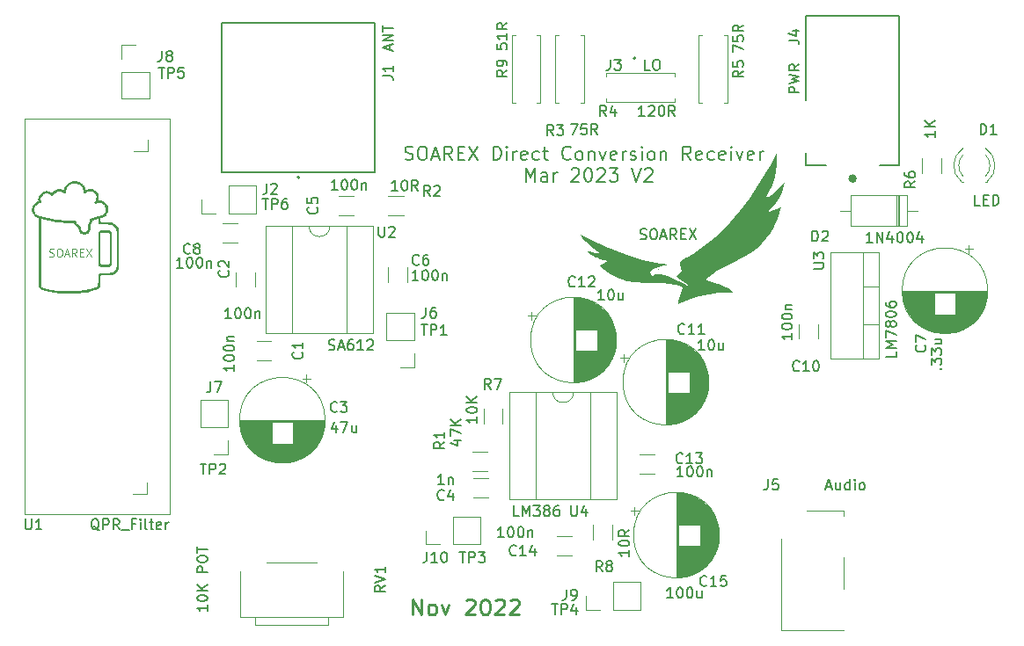
<source format=gbr>
%TF.GenerationSoftware,KiCad,Pcbnew,(6.0.7)*%
%TF.CreationDate,2023-03-17T11:03:48-04:00*%
%TF.ProjectId,DCV v2,44435620-7632-42e6-9b69-6361645f7063,rev?*%
%TF.SameCoordinates,Original*%
%TF.FileFunction,Legend,Top*%
%TF.FilePolarity,Positive*%
%FSLAX46Y46*%
G04 Gerber Fmt 4.6, Leading zero omitted, Abs format (unit mm)*
G04 Created by KiCad (PCBNEW (6.0.7)) date 2023-03-17 11:03:48*
%MOMM*%
%LPD*%
G01*
G04 APERTURE LIST*
%ADD10C,0.250000*%
%ADD11C,0.200000*%
%ADD12C,0.150000*%
%ADD13C,0.100000*%
%ADD14C,0.120000*%
%ADD15C,0.127000*%
%ADD16C,0.400000*%
G04 APERTURE END LIST*
D10*
X61186857Y-81069571D02*
X61186857Y-79569571D01*
X62044000Y-81069571D01*
X62044000Y-79569571D01*
X62972571Y-81069571D02*
X62829714Y-80998142D01*
X62758285Y-80926714D01*
X62686857Y-80783857D01*
X62686857Y-80355285D01*
X62758285Y-80212428D01*
X62829714Y-80141000D01*
X62972571Y-80069571D01*
X63186857Y-80069571D01*
X63329714Y-80141000D01*
X63401142Y-80212428D01*
X63472571Y-80355285D01*
X63472571Y-80783857D01*
X63401142Y-80926714D01*
X63329714Y-80998142D01*
X63186857Y-81069571D01*
X62972571Y-81069571D01*
X63972571Y-80069571D02*
X64329714Y-81069571D01*
X64686857Y-80069571D01*
X66329714Y-79712428D02*
X66401142Y-79641000D01*
X66544000Y-79569571D01*
X66901142Y-79569571D01*
X67044000Y-79641000D01*
X67115428Y-79712428D01*
X67186857Y-79855285D01*
X67186857Y-79998142D01*
X67115428Y-80212428D01*
X66258285Y-81069571D01*
X67186857Y-81069571D01*
X68115428Y-79569571D02*
X68258285Y-79569571D01*
X68401142Y-79641000D01*
X68472571Y-79712428D01*
X68544000Y-79855285D01*
X68615428Y-80141000D01*
X68615428Y-80498142D01*
X68544000Y-80783857D01*
X68472571Y-80926714D01*
X68401142Y-80998142D01*
X68258285Y-81069571D01*
X68115428Y-81069571D01*
X67972571Y-80998142D01*
X67901142Y-80926714D01*
X67829714Y-80783857D01*
X67758285Y-80498142D01*
X67758285Y-80141000D01*
X67829714Y-79855285D01*
X67901142Y-79712428D01*
X67972571Y-79641000D01*
X68115428Y-79569571D01*
X69186857Y-79712428D02*
X69258285Y-79641000D01*
X69401142Y-79569571D01*
X69758285Y-79569571D01*
X69901142Y-79641000D01*
X69972571Y-79712428D01*
X70044000Y-79855285D01*
X70044000Y-79998142D01*
X69972571Y-80212428D01*
X69115428Y-81069571D01*
X70044000Y-81069571D01*
X70615428Y-79712428D02*
X70686857Y-79641000D01*
X70829714Y-79569571D01*
X71186857Y-79569571D01*
X71329714Y-79641000D01*
X71401142Y-79712428D01*
X71472571Y-79855285D01*
X71472571Y-79998142D01*
X71401142Y-80212428D01*
X70544000Y-81069571D01*
X71472571Y-81069571D01*
D11*
X60494690Y-37198690D02*
X60680404Y-37260595D01*
X60989928Y-37260595D01*
X61113738Y-37198690D01*
X61175642Y-37136785D01*
X61237547Y-37012976D01*
X61237547Y-36889166D01*
X61175642Y-36765357D01*
X61113738Y-36703452D01*
X60989928Y-36641547D01*
X60742309Y-36579642D01*
X60618499Y-36517738D01*
X60556595Y-36455833D01*
X60494690Y-36332023D01*
X60494690Y-36208214D01*
X60556595Y-36084404D01*
X60618499Y-36022500D01*
X60742309Y-35960595D01*
X61051833Y-35960595D01*
X61237547Y-36022500D01*
X62042309Y-35960595D02*
X62289928Y-35960595D01*
X62413738Y-36022500D01*
X62537547Y-36146309D01*
X62599452Y-36393928D01*
X62599452Y-36827261D01*
X62537547Y-37074880D01*
X62413738Y-37198690D01*
X62289928Y-37260595D01*
X62042309Y-37260595D01*
X61918499Y-37198690D01*
X61794690Y-37074880D01*
X61732785Y-36827261D01*
X61732785Y-36393928D01*
X61794690Y-36146309D01*
X61918499Y-36022500D01*
X62042309Y-35960595D01*
X63094690Y-36889166D02*
X63713738Y-36889166D01*
X62970880Y-37260595D02*
X63404214Y-35960595D01*
X63837547Y-37260595D01*
X65013738Y-37260595D02*
X64580404Y-36641547D01*
X64270880Y-37260595D02*
X64270880Y-35960595D01*
X64766119Y-35960595D01*
X64889928Y-36022500D01*
X64951833Y-36084404D01*
X65013738Y-36208214D01*
X65013738Y-36393928D01*
X64951833Y-36517738D01*
X64889928Y-36579642D01*
X64766119Y-36641547D01*
X64270880Y-36641547D01*
X65570880Y-36579642D02*
X66004214Y-36579642D01*
X66189928Y-37260595D02*
X65570880Y-37260595D01*
X65570880Y-35960595D01*
X66189928Y-35960595D01*
X66623261Y-35960595D02*
X67489928Y-37260595D01*
X67489928Y-35960595D02*
X66623261Y-37260595D01*
X68975642Y-37260595D02*
X68975642Y-35960595D01*
X69285166Y-35960595D01*
X69470880Y-36022500D01*
X69594690Y-36146309D01*
X69656595Y-36270119D01*
X69718499Y-36517738D01*
X69718499Y-36703452D01*
X69656595Y-36951071D01*
X69594690Y-37074880D01*
X69470880Y-37198690D01*
X69285166Y-37260595D01*
X68975642Y-37260595D01*
X70275642Y-37260595D02*
X70275642Y-36393928D01*
X70275642Y-35960595D02*
X70213738Y-36022500D01*
X70275642Y-36084404D01*
X70337547Y-36022500D01*
X70275642Y-35960595D01*
X70275642Y-36084404D01*
X70894690Y-37260595D02*
X70894690Y-36393928D01*
X70894690Y-36641547D02*
X70956595Y-36517738D01*
X71018499Y-36455833D01*
X71142309Y-36393928D01*
X71266119Y-36393928D01*
X72194690Y-37198690D02*
X72070880Y-37260595D01*
X71823261Y-37260595D01*
X71699452Y-37198690D01*
X71637547Y-37074880D01*
X71637547Y-36579642D01*
X71699452Y-36455833D01*
X71823261Y-36393928D01*
X72070880Y-36393928D01*
X72194690Y-36455833D01*
X72256595Y-36579642D01*
X72256595Y-36703452D01*
X71637547Y-36827261D01*
X73370880Y-37198690D02*
X73247071Y-37260595D01*
X72999452Y-37260595D01*
X72875642Y-37198690D01*
X72813738Y-37136785D01*
X72751833Y-37012976D01*
X72751833Y-36641547D01*
X72813738Y-36517738D01*
X72875642Y-36455833D01*
X72999452Y-36393928D01*
X73247071Y-36393928D01*
X73370880Y-36455833D01*
X73742309Y-36393928D02*
X74237547Y-36393928D01*
X73928023Y-35960595D02*
X73928023Y-37074880D01*
X73989928Y-37198690D01*
X74113738Y-37260595D01*
X74237547Y-37260595D01*
X76404214Y-37136785D02*
X76342309Y-37198690D01*
X76156595Y-37260595D01*
X76032785Y-37260595D01*
X75847071Y-37198690D01*
X75723261Y-37074880D01*
X75661357Y-36951071D01*
X75599452Y-36703452D01*
X75599452Y-36517738D01*
X75661357Y-36270119D01*
X75723261Y-36146309D01*
X75847071Y-36022500D01*
X76032785Y-35960595D01*
X76156595Y-35960595D01*
X76342309Y-36022500D01*
X76404214Y-36084404D01*
X77147071Y-37260595D02*
X77023261Y-37198690D01*
X76961357Y-37136785D01*
X76899452Y-37012976D01*
X76899452Y-36641547D01*
X76961357Y-36517738D01*
X77023261Y-36455833D01*
X77147071Y-36393928D01*
X77332785Y-36393928D01*
X77456595Y-36455833D01*
X77518500Y-36517738D01*
X77580404Y-36641547D01*
X77580404Y-37012976D01*
X77518500Y-37136785D01*
X77456595Y-37198690D01*
X77332785Y-37260595D01*
X77147071Y-37260595D01*
X78137547Y-36393928D02*
X78137547Y-37260595D01*
X78137547Y-36517738D02*
X78199452Y-36455833D01*
X78323261Y-36393928D01*
X78508976Y-36393928D01*
X78632785Y-36455833D01*
X78694690Y-36579642D01*
X78694690Y-37260595D01*
X79189928Y-36393928D02*
X79499452Y-37260595D01*
X79808976Y-36393928D01*
X80799452Y-37198690D02*
X80675642Y-37260595D01*
X80428023Y-37260595D01*
X80304214Y-37198690D01*
X80242309Y-37074880D01*
X80242309Y-36579642D01*
X80304214Y-36455833D01*
X80428023Y-36393928D01*
X80675642Y-36393928D01*
X80799452Y-36455833D01*
X80861357Y-36579642D01*
X80861357Y-36703452D01*
X80242309Y-36827261D01*
X81418500Y-37260595D02*
X81418500Y-36393928D01*
X81418500Y-36641547D02*
X81480404Y-36517738D01*
X81542309Y-36455833D01*
X81666119Y-36393928D01*
X81789928Y-36393928D01*
X82161357Y-37198690D02*
X82285166Y-37260595D01*
X82532785Y-37260595D01*
X82656595Y-37198690D01*
X82718499Y-37074880D01*
X82718499Y-37012976D01*
X82656595Y-36889166D01*
X82532785Y-36827261D01*
X82347071Y-36827261D01*
X82223261Y-36765357D01*
X82161357Y-36641547D01*
X82161357Y-36579642D01*
X82223261Y-36455833D01*
X82347071Y-36393928D01*
X82532785Y-36393928D01*
X82656595Y-36455833D01*
X83275642Y-37260595D02*
X83275642Y-36393928D01*
X83275642Y-35960595D02*
X83213738Y-36022500D01*
X83275642Y-36084404D01*
X83337547Y-36022500D01*
X83275642Y-35960595D01*
X83275642Y-36084404D01*
X84080404Y-37260595D02*
X83956595Y-37198690D01*
X83894690Y-37136785D01*
X83832785Y-37012976D01*
X83832785Y-36641547D01*
X83894690Y-36517738D01*
X83956595Y-36455833D01*
X84080404Y-36393928D01*
X84266119Y-36393928D01*
X84389928Y-36455833D01*
X84451833Y-36517738D01*
X84513738Y-36641547D01*
X84513738Y-37012976D01*
X84451833Y-37136785D01*
X84389928Y-37198690D01*
X84266119Y-37260595D01*
X84080404Y-37260595D01*
X85070880Y-36393928D02*
X85070880Y-37260595D01*
X85070880Y-36517738D02*
X85132785Y-36455833D01*
X85256595Y-36393928D01*
X85442309Y-36393928D01*
X85566119Y-36455833D01*
X85628023Y-36579642D01*
X85628023Y-37260595D01*
X87980404Y-37260595D02*
X87547071Y-36641547D01*
X87237547Y-37260595D02*
X87237547Y-35960595D01*
X87732785Y-35960595D01*
X87856595Y-36022500D01*
X87918500Y-36084404D01*
X87980404Y-36208214D01*
X87980404Y-36393928D01*
X87918500Y-36517738D01*
X87856595Y-36579642D01*
X87732785Y-36641547D01*
X87237547Y-36641547D01*
X89032785Y-37198690D02*
X88908976Y-37260595D01*
X88661357Y-37260595D01*
X88537547Y-37198690D01*
X88475642Y-37074880D01*
X88475642Y-36579642D01*
X88537547Y-36455833D01*
X88661357Y-36393928D01*
X88908976Y-36393928D01*
X89032785Y-36455833D01*
X89094690Y-36579642D01*
X89094690Y-36703452D01*
X88475642Y-36827261D01*
X90208976Y-37198690D02*
X90085166Y-37260595D01*
X89837547Y-37260595D01*
X89713738Y-37198690D01*
X89651833Y-37136785D01*
X89589928Y-37012976D01*
X89589928Y-36641547D01*
X89651833Y-36517738D01*
X89713738Y-36455833D01*
X89837547Y-36393928D01*
X90085166Y-36393928D01*
X90208976Y-36455833D01*
X91261357Y-37198690D02*
X91137547Y-37260595D01*
X90889928Y-37260595D01*
X90766119Y-37198690D01*
X90704214Y-37074880D01*
X90704214Y-36579642D01*
X90766119Y-36455833D01*
X90889928Y-36393928D01*
X91137547Y-36393928D01*
X91261357Y-36455833D01*
X91323261Y-36579642D01*
X91323261Y-36703452D01*
X90704214Y-36827261D01*
X91880404Y-37260595D02*
X91880404Y-36393928D01*
X91880404Y-35960595D02*
X91818499Y-36022500D01*
X91880404Y-36084404D01*
X91942309Y-36022500D01*
X91880404Y-35960595D01*
X91880404Y-36084404D01*
X92375642Y-36393928D02*
X92685166Y-37260595D01*
X92994690Y-36393928D01*
X93985166Y-37198690D02*
X93861357Y-37260595D01*
X93613738Y-37260595D01*
X93489928Y-37198690D01*
X93428023Y-37074880D01*
X93428023Y-36579642D01*
X93489928Y-36455833D01*
X93613738Y-36393928D01*
X93861357Y-36393928D01*
X93985166Y-36455833D01*
X94047071Y-36579642D01*
X94047071Y-36703452D01*
X93428023Y-36827261D01*
X94604214Y-37260595D02*
X94604214Y-36393928D01*
X94604214Y-36641547D02*
X94666119Y-36517738D01*
X94728023Y-36455833D01*
X94851833Y-36393928D01*
X94975642Y-36393928D01*
X72101833Y-39353595D02*
X72101833Y-38053595D01*
X72535166Y-38982166D01*
X72968500Y-38053595D01*
X72968500Y-39353595D01*
X74144690Y-39353595D02*
X74144690Y-38672642D01*
X74082785Y-38548833D01*
X73958976Y-38486928D01*
X73711357Y-38486928D01*
X73587547Y-38548833D01*
X74144690Y-39291690D02*
X74020880Y-39353595D01*
X73711357Y-39353595D01*
X73587547Y-39291690D01*
X73525642Y-39167880D01*
X73525642Y-39044071D01*
X73587547Y-38920261D01*
X73711357Y-38858357D01*
X74020880Y-38858357D01*
X74144690Y-38796452D01*
X74763738Y-39353595D02*
X74763738Y-38486928D01*
X74763738Y-38734547D02*
X74825642Y-38610738D01*
X74887547Y-38548833D01*
X75011357Y-38486928D01*
X75135166Y-38486928D01*
X76497071Y-38177404D02*
X76558976Y-38115500D01*
X76682785Y-38053595D01*
X76992309Y-38053595D01*
X77116119Y-38115500D01*
X77178023Y-38177404D01*
X77239928Y-38301214D01*
X77239928Y-38425023D01*
X77178023Y-38610738D01*
X76435166Y-39353595D01*
X77239928Y-39353595D01*
X78044690Y-38053595D02*
X78168500Y-38053595D01*
X78292309Y-38115500D01*
X78354214Y-38177404D01*
X78416119Y-38301214D01*
X78478023Y-38548833D01*
X78478023Y-38858357D01*
X78416119Y-39105976D01*
X78354214Y-39229785D01*
X78292309Y-39291690D01*
X78168500Y-39353595D01*
X78044690Y-39353595D01*
X77920880Y-39291690D01*
X77858976Y-39229785D01*
X77797071Y-39105976D01*
X77735166Y-38858357D01*
X77735166Y-38548833D01*
X77797071Y-38301214D01*
X77858976Y-38177404D01*
X77920880Y-38115500D01*
X78044690Y-38053595D01*
X78973261Y-38177404D02*
X79035166Y-38115500D01*
X79158976Y-38053595D01*
X79468500Y-38053595D01*
X79592309Y-38115500D01*
X79654214Y-38177404D01*
X79716119Y-38301214D01*
X79716119Y-38425023D01*
X79654214Y-38610738D01*
X78911357Y-39353595D01*
X79716119Y-39353595D01*
X80149452Y-38053595D02*
X80954214Y-38053595D01*
X80520880Y-38548833D01*
X80706595Y-38548833D01*
X80830404Y-38610738D01*
X80892309Y-38672642D01*
X80954214Y-38796452D01*
X80954214Y-39105976D01*
X80892309Y-39229785D01*
X80830404Y-39291690D01*
X80706595Y-39353595D01*
X80335166Y-39353595D01*
X80211357Y-39291690D01*
X80149452Y-39229785D01*
X82316119Y-38053595D02*
X82749452Y-39353595D01*
X83182785Y-38053595D01*
X83554214Y-38177404D02*
X83616119Y-38115500D01*
X83739928Y-38053595D01*
X84049452Y-38053595D01*
X84173261Y-38115500D01*
X84235166Y-38177404D01*
X84297071Y-38301214D01*
X84297071Y-38425023D01*
X84235166Y-38610738D01*
X83492309Y-39353595D01*
X84297071Y-39353595D01*
D12*
%TO.C,G\u002A\u002A\u002A*%
X83121833Y-44854761D02*
X83264690Y-44902380D01*
X83502785Y-44902380D01*
X83598023Y-44854761D01*
X83645642Y-44807142D01*
X83693261Y-44711904D01*
X83693261Y-44616666D01*
X83645642Y-44521428D01*
X83598023Y-44473809D01*
X83502785Y-44426190D01*
X83312309Y-44378571D01*
X83217071Y-44330952D01*
X83169452Y-44283333D01*
X83121833Y-44188095D01*
X83121833Y-44092857D01*
X83169452Y-43997619D01*
X83217071Y-43950000D01*
X83312309Y-43902380D01*
X83550404Y-43902380D01*
X83693261Y-43950000D01*
X84312309Y-43902380D02*
X84502785Y-43902380D01*
X84598023Y-43950000D01*
X84693261Y-44045238D01*
X84740880Y-44235714D01*
X84740880Y-44569047D01*
X84693261Y-44759523D01*
X84598023Y-44854761D01*
X84502785Y-44902380D01*
X84312309Y-44902380D01*
X84217071Y-44854761D01*
X84121833Y-44759523D01*
X84074214Y-44569047D01*
X84074214Y-44235714D01*
X84121833Y-44045238D01*
X84217071Y-43950000D01*
X84312309Y-43902380D01*
X85121833Y-44616666D02*
X85598023Y-44616666D01*
X85026595Y-44902380D02*
X85359928Y-43902380D01*
X85693261Y-44902380D01*
X86598023Y-44902380D02*
X86264690Y-44426190D01*
X86026595Y-44902380D02*
X86026595Y-43902380D01*
X86407547Y-43902380D01*
X86502785Y-43950000D01*
X86550404Y-43997619D01*
X86598023Y-44092857D01*
X86598023Y-44235714D01*
X86550404Y-44330952D01*
X86502785Y-44378571D01*
X86407547Y-44426190D01*
X86026595Y-44426190D01*
X87026595Y-44378571D02*
X87359928Y-44378571D01*
X87502785Y-44902380D02*
X87026595Y-44902380D01*
X87026595Y-43902380D01*
X87502785Y-43902380D01*
X87836119Y-43902380D02*
X88502785Y-44902380D01*
X88502785Y-43902380D02*
X87836119Y-44902380D01*
%TO.C,J10*%
X62563476Y-75017380D02*
X62563476Y-75731666D01*
X62515857Y-75874523D01*
X62420619Y-75969761D01*
X62277761Y-76017380D01*
X62182523Y-76017380D01*
X63563476Y-76017380D02*
X62992047Y-76017380D01*
X63277761Y-76017380D02*
X63277761Y-75017380D01*
X63182523Y-75160238D01*
X63087285Y-75255476D01*
X62992047Y-75303095D01*
X64182523Y-75017380D02*
X64277761Y-75017380D01*
X64373000Y-75065000D01*
X64420619Y-75112619D01*
X64468238Y-75207857D01*
X64515857Y-75398333D01*
X64515857Y-75636428D01*
X64468238Y-75826904D01*
X64420619Y-75922142D01*
X64373000Y-75969761D01*
X64277761Y-76017380D01*
X64182523Y-76017380D01*
X64087285Y-75969761D01*
X64039666Y-75922142D01*
X63992047Y-75826904D01*
X63944428Y-75636428D01*
X63944428Y-75398333D01*
X63992047Y-75207857D01*
X64039666Y-75112619D01*
X64087285Y-75065000D01*
X64182523Y-75017380D01*
X65730595Y-75017380D02*
X66302023Y-75017380D01*
X66016309Y-76017380D02*
X66016309Y-75017380D01*
X66635357Y-76017380D02*
X66635357Y-75017380D01*
X67016309Y-75017380D01*
X67111547Y-75065000D01*
X67159166Y-75112619D01*
X67206785Y-75207857D01*
X67206785Y-75350714D01*
X67159166Y-75445952D01*
X67111547Y-75493571D01*
X67016309Y-75541190D01*
X66635357Y-75541190D01*
X67540119Y-75017380D02*
X68159166Y-75017380D01*
X67825833Y-75398333D01*
X67968690Y-75398333D01*
X68063928Y-75445952D01*
X68111547Y-75493571D01*
X68159166Y-75588809D01*
X68159166Y-75826904D01*
X68111547Y-75922142D01*
X68063928Y-75969761D01*
X67968690Y-76017380D01*
X67682976Y-76017380D01*
X67587738Y-75969761D01*
X67540119Y-75922142D01*
%TO.C,C7*%
X110506142Y-55118515D02*
X110553761Y-55166134D01*
X110601380Y-55308991D01*
X110601380Y-55404229D01*
X110553761Y-55547087D01*
X110458523Y-55642325D01*
X110363285Y-55689944D01*
X110172809Y-55737563D01*
X110029952Y-55737563D01*
X109839476Y-55689944D01*
X109744238Y-55642325D01*
X109649000Y-55547087D01*
X109601380Y-55404229D01*
X109601380Y-55308991D01*
X109649000Y-55166134D01*
X109696619Y-55118515D01*
X109601380Y-54785182D02*
X109601380Y-54118515D01*
X110601380Y-54547087D01*
X112030142Y-57372610D02*
X112077761Y-57324991D01*
X112125380Y-57372610D01*
X112077761Y-57420229D01*
X112030142Y-57372610D01*
X112125380Y-57372610D01*
X111125380Y-56991658D02*
X111125380Y-56372610D01*
X111506333Y-56705944D01*
X111506333Y-56563087D01*
X111553952Y-56467849D01*
X111601571Y-56420229D01*
X111696809Y-56372610D01*
X111934904Y-56372610D01*
X112030142Y-56420229D01*
X112077761Y-56467849D01*
X112125380Y-56563087D01*
X112125380Y-56848801D01*
X112077761Y-56944039D01*
X112030142Y-56991658D01*
X111125380Y-56039277D02*
X111125380Y-55420229D01*
X111506333Y-55753563D01*
X111506333Y-55610706D01*
X111553952Y-55515468D01*
X111601571Y-55467849D01*
X111696809Y-55420229D01*
X111934904Y-55420229D01*
X112030142Y-55467849D01*
X112077761Y-55515468D01*
X112125380Y-55610706D01*
X112125380Y-55896420D01*
X112077761Y-55991658D01*
X112030142Y-56039277D01*
X111458714Y-54563087D02*
X112125380Y-54563087D01*
X111458714Y-54991658D02*
X111982523Y-54991658D01*
X112077761Y-54944039D01*
X112125380Y-54848801D01*
X112125380Y-54705944D01*
X112077761Y-54610706D01*
X112030142Y-54563087D01*
%TO.C,C11*%
X87367793Y-53941142D02*
X87320174Y-53988761D01*
X87177317Y-54036380D01*
X87082079Y-54036380D01*
X86939222Y-53988761D01*
X86843984Y-53893523D01*
X86796365Y-53798285D01*
X86748746Y-53607809D01*
X86748746Y-53464952D01*
X86796365Y-53274476D01*
X86843984Y-53179238D01*
X86939222Y-53084000D01*
X87082079Y-53036380D01*
X87177317Y-53036380D01*
X87320174Y-53084000D01*
X87367793Y-53131619D01*
X88320174Y-54036380D02*
X87748746Y-54036380D01*
X88034460Y-54036380D02*
X88034460Y-53036380D01*
X87939222Y-53179238D01*
X87843984Y-53274476D01*
X87748746Y-53322095D01*
X89272555Y-54036380D02*
X88701127Y-54036380D01*
X88986841Y-54036380D02*
X88986841Y-53036380D01*
X88891603Y-53179238D01*
X88796365Y-53274476D01*
X88701127Y-53322095D01*
X89273142Y-55570380D02*
X88701714Y-55570380D01*
X88987428Y-55570380D02*
X88987428Y-54570380D01*
X88892190Y-54713238D01*
X88796952Y-54808476D01*
X88701714Y-54856095D01*
X89892190Y-54570380D02*
X89987428Y-54570380D01*
X90082666Y-54618000D01*
X90130285Y-54665619D01*
X90177904Y-54760857D01*
X90225523Y-54951333D01*
X90225523Y-55189428D01*
X90177904Y-55379904D01*
X90130285Y-55475142D01*
X90082666Y-55522761D01*
X89987428Y-55570380D01*
X89892190Y-55570380D01*
X89796952Y-55522761D01*
X89749333Y-55475142D01*
X89701714Y-55379904D01*
X89654095Y-55189428D01*
X89654095Y-54951333D01*
X89701714Y-54760857D01*
X89749333Y-54665619D01*
X89796952Y-54618000D01*
X89892190Y-54570380D01*
X91082666Y-54903714D02*
X91082666Y-55570380D01*
X90654095Y-54903714D02*
X90654095Y-55427523D01*
X90701714Y-55522761D01*
X90796952Y-55570380D01*
X90939809Y-55570380D01*
X91035047Y-55522761D01*
X91082666Y-55475142D01*
%TO.C,C8*%
X39774833Y-46204142D02*
X39727214Y-46251761D01*
X39584357Y-46299380D01*
X39489119Y-46299380D01*
X39346261Y-46251761D01*
X39251023Y-46156523D01*
X39203404Y-46061285D01*
X39155785Y-45870809D01*
X39155785Y-45727952D01*
X39203404Y-45537476D01*
X39251023Y-45442238D01*
X39346261Y-45347000D01*
X39489119Y-45299380D01*
X39584357Y-45299380D01*
X39727214Y-45347000D01*
X39774833Y-45394619D01*
X40346261Y-45727952D02*
X40251023Y-45680333D01*
X40203404Y-45632714D01*
X40155785Y-45537476D01*
X40155785Y-45489857D01*
X40203404Y-45394619D01*
X40251023Y-45347000D01*
X40346261Y-45299380D01*
X40536738Y-45299380D01*
X40631976Y-45347000D01*
X40679595Y-45394619D01*
X40727214Y-45489857D01*
X40727214Y-45537476D01*
X40679595Y-45632714D01*
X40631976Y-45680333D01*
X40536738Y-45727952D01*
X40346261Y-45727952D01*
X40251023Y-45775571D01*
X40203404Y-45823190D01*
X40155785Y-45918428D01*
X40155785Y-46108904D01*
X40203404Y-46204142D01*
X40251023Y-46251761D01*
X40346261Y-46299380D01*
X40536738Y-46299380D01*
X40631976Y-46251761D01*
X40679595Y-46204142D01*
X40727214Y-46108904D01*
X40727214Y-45918428D01*
X40679595Y-45823190D01*
X40631976Y-45775571D01*
X40536738Y-45727952D01*
X39076452Y-47632880D02*
X38505023Y-47632880D01*
X38790738Y-47632880D02*
X38790738Y-46632880D01*
X38695500Y-46775738D01*
X38600261Y-46870976D01*
X38505023Y-46918595D01*
X39695500Y-46632880D02*
X39790738Y-46632880D01*
X39885976Y-46680500D01*
X39933595Y-46728119D01*
X39981214Y-46823357D01*
X40028833Y-47013833D01*
X40028833Y-47251928D01*
X39981214Y-47442404D01*
X39933595Y-47537642D01*
X39885976Y-47585261D01*
X39790738Y-47632880D01*
X39695500Y-47632880D01*
X39600261Y-47585261D01*
X39552642Y-47537642D01*
X39505023Y-47442404D01*
X39457404Y-47251928D01*
X39457404Y-47013833D01*
X39505023Y-46823357D01*
X39552642Y-46728119D01*
X39600261Y-46680500D01*
X39695500Y-46632880D01*
X40647880Y-46632880D02*
X40743119Y-46632880D01*
X40838357Y-46680500D01*
X40885976Y-46728119D01*
X40933595Y-46823357D01*
X40981214Y-47013833D01*
X40981214Y-47251928D01*
X40933595Y-47442404D01*
X40885976Y-47537642D01*
X40838357Y-47585261D01*
X40743119Y-47632880D01*
X40647880Y-47632880D01*
X40552642Y-47585261D01*
X40505023Y-47537642D01*
X40457404Y-47442404D01*
X40409785Y-47251928D01*
X40409785Y-47013833D01*
X40457404Y-46823357D01*
X40505023Y-46728119D01*
X40552642Y-46680500D01*
X40647880Y-46632880D01*
X41409785Y-46966214D02*
X41409785Y-47632880D01*
X41409785Y-47061452D02*
X41457404Y-47013833D01*
X41552642Y-46966214D01*
X41695500Y-46966214D01*
X41790738Y-47013833D01*
X41838357Y-47109071D01*
X41838357Y-47632880D01*
%TO.C,J4*%
X97408928Y-25733609D02*
X98123804Y-25733609D01*
X98266779Y-25781267D01*
X98362096Y-25876584D01*
X98409755Y-26019559D01*
X98409755Y-26114876D01*
X97742537Y-24828098D02*
X98409755Y-24828098D01*
X97361269Y-25066391D02*
X98076146Y-25304683D01*
X98076146Y-24685123D01*
X98409915Y-30769408D02*
X97408734Y-30769408D01*
X97408734Y-30388005D01*
X97456409Y-30292655D01*
X97504084Y-30244979D01*
X97599435Y-30197304D01*
X97742461Y-30197304D01*
X97837811Y-30244979D01*
X97885487Y-30292655D01*
X97933162Y-30388005D01*
X97933162Y-30769408D01*
X97408734Y-29863577D02*
X98409915Y-29625201D01*
X97694785Y-29434500D01*
X98409915Y-29243798D01*
X97408734Y-29005422D01*
X98409915Y-28051916D02*
X97933162Y-28385643D01*
X98409915Y-28624020D02*
X97408734Y-28624020D01*
X97408734Y-28242617D01*
X97456409Y-28147267D01*
X97504084Y-28099592D01*
X97599435Y-28051916D01*
X97742461Y-28051916D01*
X97837811Y-28099592D01*
X97885487Y-28147267D01*
X97933162Y-28242617D01*
X97933162Y-28624020D01*
%TO.C,R7*%
X68743533Y-59329580D02*
X68410200Y-58853390D01*
X68172104Y-59329580D02*
X68172104Y-58329580D01*
X68553057Y-58329580D01*
X68648295Y-58377200D01*
X68695914Y-58424819D01*
X68743533Y-58520057D01*
X68743533Y-58662914D01*
X68695914Y-58758152D01*
X68648295Y-58805771D01*
X68553057Y-58853390D01*
X68172104Y-58853390D01*
X69076866Y-58329580D02*
X69743533Y-58329580D01*
X69314961Y-59329580D01*
X67406780Y-62006076D02*
X67406780Y-62577504D01*
X67406780Y-62291790D02*
X66406780Y-62291790D01*
X66549638Y-62387028D01*
X66644876Y-62482266D01*
X66692495Y-62577504D01*
X66406780Y-61387028D02*
X66406780Y-61291790D01*
X66454400Y-61196552D01*
X66502019Y-61148933D01*
X66597257Y-61101314D01*
X66787733Y-61053695D01*
X67025828Y-61053695D01*
X67216304Y-61101314D01*
X67311542Y-61148933D01*
X67359161Y-61196552D01*
X67406780Y-61291790D01*
X67406780Y-61387028D01*
X67359161Y-61482266D01*
X67311542Y-61529885D01*
X67216304Y-61577504D01*
X67025828Y-61625123D01*
X66787733Y-61625123D01*
X66597257Y-61577504D01*
X66502019Y-61529885D01*
X66454400Y-61482266D01*
X66406780Y-61387028D01*
X67406780Y-60625123D02*
X66406780Y-60625123D01*
X67406780Y-60053695D02*
X66835352Y-60482266D01*
X66406780Y-60053695D02*
X66978209Y-60625123D01*
%TO.C,R4*%
X79843333Y-33027880D02*
X79510000Y-32551690D01*
X79271904Y-33027880D02*
X79271904Y-32027880D01*
X79652857Y-32027880D01*
X79748095Y-32075500D01*
X79795714Y-32123119D01*
X79843333Y-32218357D01*
X79843333Y-32361214D01*
X79795714Y-32456452D01*
X79748095Y-32504071D01*
X79652857Y-32551690D01*
X79271904Y-32551690D01*
X80700476Y-32361214D02*
X80700476Y-33027880D01*
X80462380Y-31980261D02*
X80224285Y-32694547D01*
X80843333Y-32694547D01*
X83542333Y-33027880D02*
X82970904Y-33027880D01*
X83256619Y-33027880D02*
X83256619Y-32027880D01*
X83161380Y-32170738D01*
X83066142Y-32265976D01*
X82970904Y-32313595D01*
X83923285Y-32123119D02*
X83970904Y-32075500D01*
X84066142Y-32027880D01*
X84304238Y-32027880D01*
X84399476Y-32075500D01*
X84447095Y-32123119D01*
X84494714Y-32218357D01*
X84494714Y-32313595D01*
X84447095Y-32456452D01*
X83875666Y-33027880D01*
X84494714Y-33027880D01*
X85113761Y-32027880D02*
X85209000Y-32027880D01*
X85304238Y-32075500D01*
X85351857Y-32123119D01*
X85399476Y-32218357D01*
X85447095Y-32408833D01*
X85447095Y-32646928D01*
X85399476Y-32837404D01*
X85351857Y-32932642D01*
X85304238Y-32980261D01*
X85209000Y-33027880D01*
X85113761Y-33027880D01*
X85018523Y-32980261D01*
X84970904Y-32932642D01*
X84923285Y-32837404D01*
X84875666Y-32646928D01*
X84875666Y-32408833D01*
X84923285Y-32218357D01*
X84970904Y-32123119D01*
X85018523Y-32075500D01*
X85113761Y-32027880D01*
X86447095Y-33027880D02*
X86113761Y-32551690D01*
X85875666Y-33027880D02*
X85875666Y-32027880D01*
X86256619Y-32027880D01*
X86351857Y-32075500D01*
X86399476Y-32123119D01*
X86447095Y-32218357D01*
X86447095Y-32361214D01*
X86399476Y-32456452D01*
X86351857Y-32504071D01*
X86256619Y-32551690D01*
X85875666Y-32551690D01*
%TO.C,R9*%
X70302380Y-28614666D02*
X69826190Y-28948000D01*
X70302380Y-29186095D02*
X69302380Y-29186095D01*
X69302380Y-28805142D01*
X69350000Y-28709904D01*
X69397619Y-28662285D01*
X69492857Y-28614666D01*
X69635714Y-28614666D01*
X69730952Y-28662285D01*
X69778571Y-28709904D01*
X69826190Y-28805142D01*
X69826190Y-29186095D01*
X70302380Y-28138476D02*
X70302380Y-27948000D01*
X70254761Y-27852761D01*
X70207142Y-27805142D01*
X70064285Y-27709904D01*
X69873809Y-27662285D01*
X69492857Y-27662285D01*
X69397619Y-27709904D01*
X69350000Y-27757523D01*
X69302380Y-27852761D01*
X69302380Y-28043238D01*
X69350000Y-28138476D01*
X69397619Y-28186095D01*
X69492857Y-28233714D01*
X69730952Y-28233714D01*
X69826190Y-28186095D01*
X69873809Y-28138476D01*
X69921428Y-28043238D01*
X69921428Y-27852761D01*
X69873809Y-27757523D01*
X69826190Y-27709904D01*
X69730952Y-27662285D01*
X69302380Y-26074595D02*
X69302380Y-26550785D01*
X69778571Y-26598404D01*
X69730952Y-26550785D01*
X69683333Y-26455547D01*
X69683333Y-26217452D01*
X69730952Y-26122214D01*
X69778571Y-26074595D01*
X69873809Y-26026976D01*
X70111904Y-26026976D01*
X70207142Y-26074595D01*
X70254761Y-26122214D01*
X70302380Y-26217452D01*
X70302380Y-26455547D01*
X70254761Y-26550785D01*
X70207142Y-26598404D01*
X70302380Y-25074595D02*
X70302380Y-25646023D01*
X70302380Y-25360309D02*
X69302380Y-25360309D01*
X69445238Y-25455547D01*
X69540476Y-25550785D01*
X69588095Y-25646023D01*
X70302380Y-24074595D02*
X69826190Y-24407928D01*
X70302380Y-24646023D02*
X69302380Y-24646023D01*
X69302380Y-24265071D01*
X69350000Y-24169833D01*
X69397619Y-24122214D01*
X69492857Y-24074595D01*
X69635714Y-24074595D01*
X69730952Y-24122214D01*
X69778571Y-24169833D01*
X69826190Y-24265071D01*
X69826190Y-24646023D01*
%TO.C,C2*%
X43435542Y-47918666D02*
X43483161Y-47966285D01*
X43530780Y-48109142D01*
X43530780Y-48204380D01*
X43483161Y-48347238D01*
X43387923Y-48442476D01*
X43292685Y-48490095D01*
X43102209Y-48537714D01*
X42959352Y-48537714D01*
X42768876Y-48490095D01*
X42673638Y-48442476D01*
X42578400Y-48347238D01*
X42530780Y-48204380D01*
X42530780Y-48109142D01*
X42578400Y-47966285D01*
X42626019Y-47918666D01*
X42626019Y-47537714D02*
X42578400Y-47490095D01*
X42530780Y-47394857D01*
X42530780Y-47156761D01*
X42578400Y-47061523D01*
X42626019Y-47013904D01*
X42721257Y-46966285D01*
X42816495Y-46966285D01*
X42959352Y-47013904D01*
X43530780Y-47585333D01*
X43530780Y-46966285D01*
X43737352Y-52522380D02*
X43165923Y-52522380D01*
X43451638Y-52522380D02*
X43451638Y-51522380D01*
X43356400Y-51665238D01*
X43261161Y-51760476D01*
X43165923Y-51808095D01*
X44356400Y-51522380D02*
X44451638Y-51522380D01*
X44546876Y-51570000D01*
X44594495Y-51617619D01*
X44642114Y-51712857D01*
X44689733Y-51903333D01*
X44689733Y-52141428D01*
X44642114Y-52331904D01*
X44594495Y-52427142D01*
X44546876Y-52474761D01*
X44451638Y-52522380D01*
X44356400Y-52522380D01*
X44261161Y-52474761D01*
X44213542Y-52427142D01*
X44165923Y-52331904D01*
X44118304Y-52141428D01*
X44118304Y-51903333D01*
X44165923Y-51712857D01*
X44213542Y-51617619D01*
X44261161Y-51570000D01*
X44356400Y-51522380D01*
X45308780Y-51522380D02*
X45404019Y-51522380D01*
X45499257Y-51570000D01*
X45546876Y-51617619D01*
X45594495Y-51712857D01*
X45642114Y-51903333D01*
X45642114Y-52141428D01*
X45594495Y-52331904D01*
X45546876Y-52427142D01*
X45499257Y-52474761D01*
X45404019Y-52522380D01*
X45308780Y-52522380D01*
X45213542Y-52474761D01*
X45165923Y-52427142D01*
X45118304Y-52331904D01*
X45070685Y-52141428D01*
X45070685Y-51903333D01*
X45118304Y-51712857D01*
X45165923Y-51617619D01*
X45213542Y-51570000D01*
X45308780Y-51522380D01*
X46070685Y-51855714D02*
X46070685Y-52522380D01*
X46070685Y-51950952D02*
X46118304Y-51903333D01*
X46213542Y-51855714D01*
X46356400Y-51855714D01*
X46451638Y-51903333D01*
X46499257Y-51998571D01*
X46499257Y-52522380D01*
%TO.C,U4*%
X76444095Y-70562380D02*
X76444095Y-71371904D01*
X76491714Y-71467142D01*
X76539333Y-71514761D01*
X76634571Y-71562380D01*
X76825047Y-71562380D01*
X76920285Y-71514761D01*
X76967904Y-71467142D01*
X77015523Y-71371904D01*
X77015523Y-70562380D01*
X77920285Y-70895714D02*
X77920285Y-71562380D01*
X77682190Y-70514761D02*
X77444095Y-71229047D01*
X78063142Y-71229047D01*
X71451523Y-71562380D02*
X70975333Y-71562380D01*
X70975333Y-70562380D01*
X71784857Y-71562380D02*
X71784857Y-70562380D01*
X72118190Y-71276666D01*
X72451523Y-70562380D01*
X72451523Y-71562380D01*
X72832476Y-70562380D02*
X73451523Y-70562380D01*
X73118190Y-70943333D01*
X73261047Y-70943333D01*
X73356285Y-70990952D01*
X73403904Y-71038571D01*
X73451523Y-71133809D01*
X73451523Y-71371904D01*
X73403904Y-71467142D01*
X73356285Y-71514761D01*
X73261047Y-71562380D01*
X72975333Y-71562380D01*
X72880095Y-71514761D01*
X72832476Y-71467142D01*
X74022952Y-70990952D02*
X73927714Y-70943333D01*
X73880095Y-70895714D01*
X73832476Y-70800476D01*
X73832476Y-70752857D01*
X73880095Y-70657619D01*
X73927714Y-70610000D01*
X74022952Y-70562380D01*
X74213428Y-70562380D01*
X74308666Y-70610000D01*
X74356285Y-70657619D01*
X74403904Y-70752857D01*
X74403904Y-70800476D01*
X74356285Y-70895714D01*
X74308666Y-70943333D01*
X74213428Y-70990952D01*
X74022952Y-70990952D01*
X73927714Y-71038571D01*
X73880095Y-71086190D01*
X73832476Y-71181428D01*
X73832476Y-71371904D01*
X73880095Y-71467142D01*
X73927714Y-71514761D01*
X74022952Y-71562380D01*
X74213428Y-71562380D01*
X74308666Y-71514761D01*
X74356285Y-71467142D01*
X74403904Y-71371904D01*
X74403904Y-71181428D01*
X74356285Y-71086190D01*
X74308666Y-71038571D01*
X74213428Y-70990952D01*
X75261047Y-70562380D02*
X75070571Y-70562380D01*
X74975333Y-70610000D01*
X74927714Y-70657619D01*
X74832476Y-70800476D01*
X74784857Y-70990952D01*
X74784857Y-71371904D01*
X74832476Y-71467142D01*
X74880095Y-71514761D01*
X74975333Y-71562380D01*
X75165809Y-71562380D01*
X75261047Y-71514761D01*
X75308666Y-71467142D01*
X75356285Y-71371904D01*
X75356285Y-71133809D01*
X75308666Y-71038571D01*
X75261047Y-70990952D01*
X75165809Y-70943333D01*
X74975333Y-70943333D01*
X74880095Y-70990952D01*
X74832476Y-71038571D01*
X74784857Y-71133809D01*
%TO.C,U3*%
X99782380Y-47722404D02*
X100591904Y-47722404D01*
X100687142Y-47674785D01*
X100734761Y-47627166D01*
X100782380Y-47531928D01*
X100782380Y-47341452D01*
X100734761Y-47246214D01*
X100687142Y-47198595D01*
X100591904Y-47150976D01*
X99782380Y-47150976D01*
X99782380Y-46770023D02*
X99782380Y-46150976D01*
X100163333Y-46484309D01*
X100163333Y-46341452D01*
X100210952Y-46246214D01*
X100258571Y-46198595D01*
X100353809Y-46150976D01*
X100591904Y-46150976D01*
X100687142Y-46198595D01*
X100734761Y-46246214D01*
X100782380Y-46341452D01*
X100782380Y-46627166D01*
X100734761Y-46722404D01*
X100687142Y-46770023D01*
X107736380Y-55731166D02*
X107736380Y-56207357D01*
X106736380Y-56207357D01*
X107736380Y-55397833D02*
X106736380Y-55397833D01*
X107450666Y-55064500D01*
X106736380Y-54731166D01*
X107736380Y-54731166D01*
X106736380Y-54350214D02*
X106736380Y-53683547D01*
X107736380Y-54112119D01*
X107164952Y-53159738D02*
X107117333Y-53254976D01*
X107069714Y-53302595D01*
X106974476Y-53350214D01*
X106926857Y-53350214D01*
X106831619Y-53302595D01*
X106784000Y-53254976D01*
X106736380Y-53159738D01*
X106736380Y-52969261D01*
X106784000Y-52874023D01*
X106831619Y-52826404D01*
X106926857Y-52778785D01*
X106974476Y-52778785D01*
X107069714Y-52826404D01*
X107117333Y-52874023D01*
X107164952Y-52969261D01*
X107164952Y-53159738D01*
X107212571Y-53254976D01*
X107260190Y-53302595D01*
X107355428Y-53350214D01*
X107545904Y-53350214D01*
X107641142Y-53302595D01*
X107688761Y-53254976D01*
X107736380Y-53159738D01*
X107736380Y-52969261D01*
X107688761Y-52874023D01*
X107641142Y-52826404D01*
X107545904Y-52778785D01*
X107355428Y-52778785D01*
X107260190Y-52826404D01*
X107212571Y-52874023D01*
X107164952Y-52969261D01*
X106736380Y-52159738D02*
X106736380Y-52064500D01*
X106784000Y-51969261D01*
X106831619Y-51921642D01*
X106926857Y-51874023D01*
X107117333Y-51826404D01*
X107355428Y-51826404D01*
X107545904Y-51874023D01*
X107641142Y-51921642D01*
X107688761Y-51969261D01*
X107736380Y-52064500D01*
X107736380Y-52159738D01*
X107688761Y-52254976D01*
X107641142Y-52302595D01*
X107545904Y-52350214D01*
X107355428Y-52397833D01*
X107117333Y-52397833D01*
X106926857Y-52350214D01*
X106831619Y-52302595D01*
X106784000Y-52254976D01*
X106736380Y-52159738D01*
X106736380Y-50969261D02*
X106736380Y-51159738D01*
X106784000Y-51254976D01*
X106831619Y-51302595D01*
X106974476Y-51397833D01*
X107164952Y-51445452D01*
X107545904Y-51445452D01*
X107641142Y-51397833D01*
X107688761Y-51350214D01*
X107736380Y-51254976D01*
X107736380Y-51064500D01*
X107688761Y-50969261D01*
X107641142Y-50921642D01*
X107545904Y-50874023D01*
X107307809Y-50874023D01*
X107212571Y-50921642D01*
X107164952Y-50969261D01*
X107117333Y-51064500D01*
X107117333Y-51254976D01*
X107164952Y-51350214D01*
X107212571Y-51397833D01*
X107307809Y-51445452D01*
%TO.C,J6*%
X62468166Y-51458880D02*
X62468166Y-52173166D01*
X62420547Y-52316023D01*
X62325309Y-52411261D01*
X62182452Y-52458880D01*
X62087214Y-52458880D01*
X63372928Y-51458880D02*
X63182452Y-51458880D01*
X63087214Y-51506500D01*
X63039595Y-51554119D01*
X62944357Y-51696976D01*
X62896738Y-51887452D01*
X62896738Y-52268404D01*
X62944357Y-52363642D01*
X62991976Y-52411261D01*
X63087214Y-52458880D01*
X63277690Y-52458880D01*
X63372928Y-52411261D01*
X63420547Y-52363642D01*
X63468166Y-52268404D01*
X63468166Y-52030309D01*
X63420547Y-51935071D01*
X63372928Y-51887452D01*
X63277690Y-51839833D01*
X63087214Y-51839833D01*
X62991976Y-51887452D01*
X62944357Y-51935071D01*
X62896738Y-52030309D01*
X62047595Y-53109880D02*
X62619023Y-53109880D01*
X62333309Y-54109880D02*
X62333309Y-53109880D01*
X62952357Y-54109880D02*
X62952357Y-53109880D01*
X63333309Y-53109880D01*
X63428547Y-53157500D01*
X63476166Y-53205119D01*
X63523785Y-53300357D01*
X63523785Y-53443214D01*
X63476166Y-53538452D01*
X63428547Y-53586071D01*
X63333309Y-53633690D01*
X62952357Y-53633690D01*
X64476166Y-54109880D02*
X63904738Y-54109880D01*
X64190452Y-54109880D02*
X64190452Y-53109880D01*
X64095214Y-53252738D01*
X63999976Y-53347976D01*
X63904738Y-53395595D01*
%TO.C,R8*%
X79461984Y-76896380D02*
X79128651Y-76420190D01*
X78890555Y-76896380D02*
X78890555Y-75896380D01*
X79271508Y-75896380D01*
X79366746Y-75944000D01*
X79414365Y-75991619D01*
X79461984Y-76086857D01*
X79461984Y-76229714D01*
X79414365Y-76324952D01*
X79366746Y-76372571D01*
X79271508Y-76420190D01*
X78890555Y-76420190D01*
X80033412Y-76324952D02*
X79938174Y-76277333D01*
X79890555Y-76229714D01*
X79842936Y-76134476D01*
X79842936Y-76086857D01*
X79890555Y-75991619D01*
X79938174Y-75944000D01*
X80033412Y-75896380D01*
X80223889Y-75896380D01*
X80319127Y-75944000D01*
X80366746Y-75991619D01*
X80414365Y-76086857D01*
X80414365Y-76134476D01*
X80366746Y-76229714D01*
X80319127Y-76277333D01*
X80223889Y-76324952D01*
X80033412Y-76324952D01*
X79938174Y-76372571D01*
X79890555Y-76420190D01*
X79842936Y-76515428D01*
X79842936Y-76705904D01*
X79890555Y-76801142D01*
X79938174Y-76848761D01*
X80033412Y-76896380D01*
X80223889Y-76896380D01*
X80319127Y-76848761D01*
X80366746Y-76801142D01*
X80414365Y-76705904D01*
X80414365Y-76515428D01*
X80366746Y-76420190D01*
X80319127Y-76372571D01*
X80223889Y-76324952D01*
X82049880Y-74848476D02*
X82049880Y-75419904D01*
X82049880Y-75134190D02*
X81049880Y-75134190D01*
X81192738Y-75229428D01*
X81287976Y-75324666D01*
X81335595Y-75419904D01*
X81049880Y-74229428D02*
X81049880Y-74134190D01*
X81097500Y-74038952D01*
X81145119Y-73991333D01*
X81240357Y-73943714D01*
X81430833Y-73896095D01*
X81668928Y-73896095D01*
X81859404Y-73943714D01*
X81954642Y-73991333D01*
X82002261Y-74038952D01*
X82049880Y-74134190D01*
X82049880Y-74229428D01*
X82002261Y-74324666D01*
X81954642Y-74372285D01*
X81859404Y-74419904D01*
X81668928Y-74467523D01*
X81430833Y-74467523D01*
X81240357Y-74419904D01*
X81145119Y-74372285D01*
X81097500Y-74324666D01*
X81049880Y-74229428D01*
X82049880Y-72896095D02*
X81573690Y-73229428D01*
X82049880Y-73467523D02*
X81049880Y-73467523D01*
X81049880Y-73086571D01*
X81097500Y-72991333D01*
X81145119Y-72943714D01*
X81240357Y-72896095D01*
X81383214Y-72896095D01*
X81478452Y-72943714D01*
X81526071Y-72991333D01*
X81573690Y-73086571D01*
X81573690Y-73467523D01*
%TO.C,C15*%
X89501742Y-78208142D02*
X89454123Y-78255761D01*
X89311266Y-78303380D01*
X89216028Y-78303380D01*
X89073171Y-78255761D01*
X88977933Y-78160523D01*
X88930314Y-78065285D01*
X88882695Y-77874809D01*
X88882695Y-77731952D01*
X88930314Y-77541476D01*
X88977933Y-77446238D01*
X89073171Y-77351000D01*
X89216028Y-77303380D01*
X89311266Y-77303380D01*
X89454123Y-77351000D01*
X89501742Y-77398619D01*
X90454123Y-78303380D02*
X89882695Y-78303380D01*
X90168409Y-78303380D02*
X90168409Y-77303380D01*
X90073171Y-77446238D01*
X89977933Y-77541476D01*
X89882695Y-77589095D01*
X91358885Y-77303380D02*
X90882695Y-77303380D01*
X90835076Y-77779571D01*
X90882695Y-77731952D01*
X90977933Y-77684333D01*
X91216028Y-77684333D01*
X91311266Y-77731952D01*
X91358885Y-77779571D01*
X91406504Y-77874809D01*
X91406504Y-78112904D01*
X91358885Y-78208142D01*
X91311266Y-78255761D01*
X91216028Y-78303380D01*
X90977933Y-78303380D01*
X90882695Y-78255761D01*
X90835076Y-78208142D01*
X86256952Y-79446380D02*
X85685523Y-79446380D01*
X85971238Y-79446380D02*
X85971238Y-78446380D01*
X85876000Y-78589238D01*
X85780761Y-78684476D01*
X85685523Y-78732095D01*
X86876000Y-78446380D02*
X86971238Y-78446380D01*
X87066476Y-78494000D01*
X87114095Y-78541619D01*
X87161714Y-78636857D01*
X87209333Y-78827333D01*
X87209333Y-79065428D01*
X87161714Y-79255904D01*
X87114095Y-79351142D01*
X87066476Y-79398761D01*
X86971238Y-79446380D01*
X86876000Y-79446380D01*
X86780761Y-79398761D01*
X86733142Y-79351142D01*
X86685523Y-79255904D01*
X86637904Y-79065428D01*
X86637904Y-78827333D01*
X86685523Y-78636857D01*
X86733142Y-78541619D01*
X86780761Y-78494000D01*
X86876000Y-78446380D01*
X87828380Y-78446380D02*
X87923619Y-78446380D01*
X88018857Y-78494000D01*
X88066476Y-78541619D01*
X88114095Y-78636857D01*
X88161714Y-78827333D01*
X88161714Y-79065428D01*
X88114095Y-79255904D01*
X88066476Y-79351142D01*
X88018857Y-79398761D01*
X87923619Y-79446380D01*
X87828380Y-79446380D01*
X87733142Y-79398761D01*
X87685523Y-79351142D01*
X87637904Y-79255904D01*
X87590285Y-79065428D01*
X87590285Y-78827333D01*
X87637904Y-78636857D01*
X87685523Y-78541619D01*
X87733142Y-78494000D01*
X87828380Y-78446380D01*
X89018857Y-78779714D02*
X89018857Y-79446380D01*
X88590285Y-78779714D02*
X88590285Y-79303523D01*
X88637904Y-79398761D01*
X88733142Y-79446380D01*
X88876000Y-79446380D01*
X88971238Y-79398761D01*
X89018857Y-79351142D01*
%TO.C,J7*%
X41767166Y-58634380D02*
X41767166Y-59348666D01*
X41719547Y-59491523D01*
X41624309Y-59586761D01*
X41481452Y-59634380D01*
X41386214Y-59634380D01*
X42148119Y-58634380D02*
X42814785Y-58634380D01*
X42386214Y-59634380D01*
X40775095Y-66513380D02*
X41346523Y-66513380D01*
X41060809Y-67513380D02*
X41060809Y-66513380D01*
X41679857Y-67513380D02*
X41679857Y-66513380D01*
X42060809Y-66513380D01*
X42156047Y-66561000D01*
X42203666Y-66608619D01*
X42251285Y-66703857D01*
X42251285Y-66846714D01*
X42203666Y-66941952D01*
X42156047Y-66989571D01*
X42060809Y-67037190D01*
X41679857Y-67037190D01*
X42632238Y-66608619D02*
X42679857Y-66561000D01*
X42775095Y-66513380D01*
X43013190Y-66513380D01*
X43108428Y-66561000D01*
X43156047Y-66608619D01*
X43203666Y-66703857D01*
X43203666Y-66799095D01*
X43156047Y-66941952D01*
X42584619Y-67513380D01*
X43203666Y-67513380D01*
%TO.C,C6*%
X61809333Y-47283642D02*
X61761714Y-47331261D01*
X61618857Y-47378880D01*
X61523619Y-47378880D01*
X61380761Y-47331261D01*
X61285523Y-47236023D01*
X61237904Y-47140785D01*
X61190285Y-46950309D01*
X61190285Y-46807452D01*
X61237904Y-46616976D01*
X61285523Y-46521738D01*
X61380761Y-46426500D01*
X61523619Y-46378880D01*
X61618857Y-46378880D01*
X61761714Y-46426500D01*
X61809333Y-46474119D01*
X62666476Y-46378880D02*
X62476000Y-46378880D01*
X62380761Y-46426500D01*
X62333142Y-46474119D01*
X62237904Y-46616976D01*
X62190285Y-46807452D01*
X62190285Y-47188404D01*
X62237904Y-47283642D01*
X62285523Y-47331261D01*
X62380761Y-47378880D01*
X62571238Y-47378880D01*
X62666476Y-47331261D01*
X62714095Y-47283642D01*
X62761714Y-47188404D01*
X62761714Y-46950309D01*
X62714095Y-46855071D01*
X62666476Y-46807452D01*
X62571238Y-46759833D01*
X62380761Y-46759833D01*
X62285523Y-46807452D01*
X62237904Y-46855071D01*
X62190285Y-46950309D01*
X61745952Y-48839380D02*
X61174523Y-48839380D01*
X61460238Y-48839380D02*
X61460238Y-47839380D01*
X61365000Y-47982238D01*
X61269761Y-48077476D01*
X61174523Y-48125095D01*
X62365000Y-47839380D02*
X62460238Y-47839380D01*
X62555476Y-47887000D01*
X62603095Y-47934619D01*
X62650714Y-48029857D01*
X62698333Y-48220333D01*
X62698333Y-48458428D01*
X62650714Y-48648904D01*
X62603095Y-48744142D01*
X62555476Y-48791761D01*
X62460238Y-48839380D01*
X62365000Y-48839380D01*
X62269761Y-48791761D01*
X62222142Y-48744142D01*
X62174523Y-48648904D01*
X62126904Y-48458428D01*
X62126904Y-48220333D01*
X62174523Y-48029857D01*
X62222142Y-47934619D01*
X62269761Y-47887000D01*
X62365000Y-47839380D01*
X63317380Y-47839380D02*
X63412619Y-47839380D01*
X63507857Y-47887000D01*
X63555476Y-47934619D01*
X63603095Y-48029857D01*
X63650714Y-48220333D01*
X63650714Y-48458428D01*
X63603095Y-48648904D01*
X63555476Y-48744142D01*
X63507857Y-48791761D01*
X63412619Y-48839380D01*
X63317380Y-48839380D01*
X63222142Y-48791761D01*
X63174523Y-48744142D01*
X63126904Y-48648904D01*
X63079285Y-48458428D01*
X63079285Y-48220333D01*
X63126904Y-48029857D01*
X63174523Y-47934619D01*
X63222142Y-47887000D01*
X63317380Y-47839380D01*
X64079285Y-48172714D02*
X64079285Y-48839380D01*
X64079285Y-48267952D02*
X64126904Y-48220333D01*
X64222142Y-48172714D01*
X64365000Y-48172714D01*
X64460238Y-48220333D01*
X64507857Y-48315571D01*
X64507857Y-48839380D01*
%TO.C,C4*%
X64221984Y-69943142D02*
X64174365Y-69990761D01*
X64031508Y-70038380D01*
X63936270Y-70038380D01*
X63793412Y-69990761D01*
X63698174Y-69895523D01*
X63650555Y-69800285D01*
X63602936Y-69609809D01*
X63602936Y-69466952D01*
X63650555Y-69276476D01*
X63698174Y-69181238D01*
X63793412Y-69086000D01*
X63936270Y-69038380D01*
X64031508Y-69038380D01*
X64174365Y-69086000D01*
X64221984Y-69133619D01*
X65079127Y-69371714D02*
X65079127Y-70038380D01*
X64841031Y-68990761D02*
X64602936Y-69705047D01*
X65221984Y-69705047D01*
X64221984Y-68514380D02*
X63650555Y-68514380D01*
X63936270Y-68514380D02*
X63936270Y-67514380D01*
X63841031Y-67657238D01*
X63745793Y-67752476D01*
X63650555Y-67800095D01*
X64650555Y-67847714D02*
X64650555Y-68514380D01*
X64650555Y-67942952D02*
X64698174Y-67895333D01*
X64793412Y-67847714D01*
X64936270Y-67847714D01*
X65031508Y-67895333D01*
X65079127Y-67990571D01*
X65079127Y-68514380D01*
%TO.C,C5*%
X51982642Y-41822666D02*
X52030261Y-41870285D01*
X52077880Y-42013142D01*
X52077880Y-42108380D01*
X52030261Y-42251238D01*
X51935023Y-42346476D01*
X51839785Y-42394095D01*
X51649309Y-42441714D01*
X51506452Y-42441714D01*
X51315976Y-42394095D01*
X51220738Y-42346476D01*
X51125500Y-42251238D01*
X51077880Y-42108380D01*
X51077880Y-42013142D01*
X51125500Y-41870285D01*
X51173119Y-41822666D01*
X51077880Y-40917904D02*
X51077880Y-41394095D01*
X51554071Y-41441714D01*
X51506452Y-41394095D01*
X51458833Y-41298857D01*
X51458833Y-41060761D01*
X51506452Y-40965523D01*
X51554071Y-40917904D01*
X51649309Y-40870285D01*
X51887404Y-40870285D01*
X51982642Y-40917904D01*
X52030261Y-40965523D01*
X52077880Y-41060761D01*
X52077880Y-41298857D01*
X52030261Y-41394095D01*
X51982642Y-41441714D01*
X53973552Y-40127180D02*
X53402123Y-40127180D01*
X53687838Y-40127180D02*
X53687838Y-39127180D01*
X53592600Y-39270038D01*
X53497361Y-39365276D01*
X53402123Y-39412895D01*
X54592600Y-39127180D02*
X54687838Y-39127180D01*
X54783076Y-39174800D01*
X54830695Y-39222419D01*
X54878314Y-39317657D01*
X54925933Y-39508133D01*
X54925933Y-39746228D01*
X54878314Y-39936704D01*
X54830695Y-40031942D01*
X54783076Y-40079561D01*
X54687838Y-40127180D01*
X54592600Y-40127180D01*
X54497361Y-40079561D01*
X54449742Y-40031942D01*
X54402123Y-39936704D01*
X54354504Y-39746228D01*
X54354504Y-39508133D01*
X54402123Y-39317657D01*
X54449742Y-39222419D01*
X54497361Y-39174800D01*
X54592600Y-39127180D01*
X55544980Y-39127180D02*
X55640219Y-39127180D01*
X55735457Y-39174800D01*
X55783076Y-39222419D01*
X55830695Y-39317657D01*
X55878314Y-39508133D01*
X55878314Y-39746228D01*
X55830695Y-39936704D01*
X55783076Y-40031942D01*
X55735457Y-40079561D01*
X55640219Y-40127180D01*
X55544980Y-40127180D01*
X55449742Y-40079561D01*
X55402123Y-40031942D01*
X55354504Y-39936704D01*
X55306885Y-39746228D01*
X55306885Y-39508133D01*
X55354504Y-39317657D01*
X55402123Y-39222419D01*
X55449742Y-39174800D01*
X55544980Y-39127180D01*
X56306885Y-39460514D02*
X56306885Y-40127180D01*
X56306885Y-39555752D02*
X56354504Y-39508133D01*
X56449742Y-39460514D01*
X56592600Y-39460514D01*
X56687838Y-39508133D01*
X56735457Y-39603371D01*
X56735457Y-40127180D01*
%TO.C,RV1*%
X58557380Y-78242738D02*
X58081190Y-78576071D01*
X58557380Y-78814166D02*
X57557380Y-78814166D01*
X57557380Y-78433214D01*
X57605000Y-78337976D01*
X57652619Y-78290357D01*
X57747857Y-78242738D01*
X57890714Y-78242738D01*
X57985952Y-78290357D01*
X58033571Y-78337976D01*
X58081190Y-78433214D01*
X58081190Y-78814166D01*
X57557380Y-77957023D02*
X58557380Y-77623690D01*
X57557380Y-77290357D01*
X58557380Y-76433214D02*
X58557380Y-77004642D01*
X58557380Y-76718928D02*
X57557380Y-76718928D01*
X57700238Y-76814166D01*
X57795476Y-76909404D01*
X57843095Y-77004642D01*
X41457380Y-80123690D02*
X41457380Y-80695119D01*
X41457380Y-80409404D02*
X40457380Y-80409404D01*
X40600238Y-80504642D01*
X40695476Y-80599880D01*
X40743095Y-80695119D01*
X40457380Y-79504642D02*
X40457380Y-79409404D01*
X40505000Y-79314166D01*
X40552619Y-79266547D01*
X40647857Y-79218928D01*
X40838333Y-79171309D01*
X41076428Y-79171309D01*
X41266904Y-79218928D01*
X41362142Y-79266547D01*
X41409761Y-79314166D01*
X41457380Y-79409404D01*
X41457380Y-79504642D01*
X41409761Y-79599880D01*
X41362142Y-79647500D01*
X41266904Y-79695119D01*
X41076428Y-79742738D01*
X40838333Y-79742738D01*
X40647857Y-79695119D01*
X40552619Y-79647500D01*
X40505000Y-79599880D01*
X40457380Y-79504642D01*
X41457380Y-78742738D02*
X40457380Y-78742738D01*
X41457380Y-78171309D02*
X40885952Y-78599880D01*
X40457380Y-78171309D02*
X41028809Y-78742738D01*
X41457380Y-76980833D02*
X40457380Y-76980833D01*
X40457380Y-76599880D01*
X40505000Y-76504642D01*
X40552619Y-76457023D01*
X40647857Y-76409404D01*
X40790714Y-76409404D01*
X40885952Y-76457023D01*
X40933571Y-76504642D01*
X40981190Y-76599880D01*
X40981190Y-76980833D01*
X40457380Y-75790357D02*
X40457380Y-75599880D01*
X40505000Y-75504642D01*
X40600238Y-75409404D01*
X40790714Y-75361785D01*
X41124047Y-75361785D01*
X41314523Y-75409404D01*
X41409761Y-75504642D01*
X41457380Y-75599880D01*
X41457380Y-75790357D01*
X41409761Y-75885595D01*
X41314523Y-75980833D01*
X41124047Y-76028452D01*
X40790714Y-76028452D01*
X40600238Y-75980833D01*
X40505000Y-75885595D01*
X40457380Y-75790357D01*
X40457380Y-75076071D02*
X40457380Y-74504642D01*
X41457380Y-74790357D02*
X40457380Y-74790357D01*
%TO.C,J1*%
X58303150Y-29164460D02*
X59018780Y-29164460D01*
X59161906Y-29212169D01*
X59257323Y-29307586D01*
X59305032Y-29450712D01*
X59305032Y-29546130D01*
X59305032Y-28162578D02*
X59305032Y-28735082D01*
X59305032Y-28448830D02*
X58303150Y-28448830D01*
X58446276Y-28544248D01*
X58541693Y-28639665D01*
X58589402Y-28735082D01*
X59018621Y-26672418D02*
X59018621Y-26195786D01*
X59304601Y-26767745D02*
X58303672Y-26434102D01*
X59304601Y-26100459D01*
X59304601Y-25766816D02*
X58303672Y-25766816D01*
X59304601Y-25194857D01*
X58303672Y-25194857D01*
X58303672Y-24861214D02*
X58303672Y-24289254D01*
X59304601Y-24575234D02*
X58303672Y-24575234D01*
%TO.C,J5*%
X95399266Y-68032380D02*
X95399266Y-68746666D01*
X95351647Y-68889523D01*
X95256409Y-68984761D01*
X95113552Y-69032380D01*
X95018314Y-69032380D01*
X96351647Y-68032380D02*
X95875457Y-68032380D01*
X95827838Y-68508571D01*
X95875457Y-68460952D01*
X95970695Y-68413333D01*
X96208790Y-68413333D01*
X96304028Y-68460952D01*
X96351647Y-68508571D01*
X96399266Y-68603809D01*
X96399266Y-68841904D01*
X96351647Y-68937142D01*
X96304028Y-68984761D01*
X96208790Y-69032380D01*
X95970695Y-69032380D01*
X95875457Y-68984761D01*
X95827838Y-68937142D01*
X101036666Y-68746666D02*
X101512857Y-68746666D01*
X100941428Y-69032380D02*
X101274761Y-68032380D01*
X101608095Y-69032380D01*
X102370000Y-68365714D02*
X102370000Y-69032380D01*
X101941428Y-68365714D02*
X101941428Y-68889523D01*
X101989047Y-68984761D01*
X102084285Y-69032380D01*
X102227142Y-69032380D01*
X102322380Y-68984761D01*
X102370000Y-68937142D01*
X103274761Y-69032380D02*
X103274761Y-68032380D01*
X103274761Y-68984761D02*
X103179523Y-69032380D01*
X102989047Y-69032380D01*
X102893809Y-68984761D01*
X102846190Y-68937142D01*
X102798571Y-68841904D01*
X102798571Y-68556190D01*
X102846190Y-68460952D01*
X102893809Y-68413333D01*
X102989047Y-68365714D01*
X103179523Y-68365714D01*
X103274761Y-68413333D01*
X103750952Y-69032380D02*
X103750952Y-68365714D01*
X103750952Y-68032380D02*
X103703333Y-68080000D01*
X103750952Y-68127619D01*
X103798571Y-68080000D01*
X103750952Y-68032380D01*
X103750952Y-68127619D01*
X104370000Y-69032380D02*
X104274761Y-68984761D01*
X104227142Y-68937142D01*
X104179523Y-68841904D01*
X104179523Y-68556190D01*
X104227142Y-68460952D01*
X104274761Y-68413333D01*
X104370000Y-68365714D01*
X104512857Y-68365714D01*
X104608095Y-68413333D01*
X104655714Y-68460952D01*
X104703333Y-68556190D01*
X104703333Y-68841904D01*
X104655714Y-68937142D01*
X104608095Y-68984761D01*
X104512857Y-69032380D01*
X104370000Y-69032380D01*
%TO.C,R3*%
X74763333Y-34869380D02*
X74430000Y-34393190D01*
X74191904Y-34869380D02*
X74191904Y-33869380D01*
X74572857Y-33869380D01*
X74668095Y-33917000D01*
X74715714Y-33964619D01*
X74763333Y-34059857D01*
X74763333Y-34202714D01*
X74715714Y-34297952D01*
X74668095Y-34345571D01*
X74572857Y-34393190D01*
X74191904Y-34393190D01*
X75096666Y-33869380D02*
X75715714Y-33869380D01*
X75382380Y-34250333D01*
X75525238Y-34250333D01*
X75620476Y-34297952D01*
X75668095Y-34345571D01*
X75715714Y-34440809D01*
X75715714Y-34678904D01*
X75668095Y-34774142D01*
X75620476Y-34821761D01*
X75525238Y-34869380D01*
X75239523Y-34869380D01*
X75144285Y-34821761D01*
X75096666Y-34774142D01*
X76414476Y-33805880D02*
X77081142Y-33805880D01*
X76652571Y-34805880D01*
X77938285Y-33805880D02*
X77462095Y-33805880D01*
X77414476Y-34282071D01*
X77462095Y-34234452D01*
X77557333Y-34186833D01*
X77795428Y-34186833D01*
X77890666Y-34234452D01*
X77938285Y-34282071D01*
X77985904Y-34377309D01*
X77985904Y-34615404D01*
X77938285Y-34710642D01*
X77890666Y-34758261D01*
X77795428Y-34805880D01*
X77557333Y-34805880D01*
X77462095Y-34758261D01*
X77414476Y-34710642D01*
X78985904Y-34805880D02*
X78652571Y-34329690D01*
X78414476Y-34805880D02*
X78414476Y-33805880D01*
X78795428Y-33805880D01*
X78890666Y-33853500D01*
X78938285Y-33901119D01*
X78985904Y-33996357D01*
X78985904Y-34139214D01*
X78938285Y-34234452D01*
X78890666Y-34282071D01*
X78795428Y-34329690D01*
X78414476Y-34329690D01*
%TO.C,C10*%
X98417142Y-57507142D02*
X98369523Y-57554761D01*
X98226666Y-57602380D01*
X98131428Y-57602380D01*
X97988571Y-57554761D01*
X97893333Y-57459523D01*
X97845714Y-57364285D01*
X97798095Y-57173809D01*
X97798095Y-57030952D01*
X97845714Y-56840476D01*
X97893333Y-56745238D01*
X97988571Y-56650000D01*
X98131428Y-56602380D01*
X98226666Y-56602380D01*
X98369523Y-56650000D01*
X98417142Y-56697619D01*
X99369523Y-57602380D02*
X98798095Y-57602380D01*
X99083809Y-57602380D02*
X99083809Y-56602380D01*
X98988571Y-56745238D01*
X98893333Y-56840476D01*
X98798095Y-56888095D01*
X99988571Y-56602380D02*
X100083809Y-56602380D01*
X100179047Y-56650000D01*
X100226666Y-56697619D01*
X100274285Y-56792857D01*
X100321904Y-56983333D01*
X100321904Y-57221428D01*
X100274285Y-57411904D01*
X100226666Y-57507142D01*
X100179047Y-57554761D01*
X100083809Y-57602380D01*
X99988571Y-57602380D01*
X99893333Y-57554761D01*
X99845714Y-57507142D01*
X99798095Y-57411904D01*
X99750476Y-57221428D01*
X99750476Y-56983333D01*
X99798095Y-56792857D01*
X99845714Y-56697619D01*
X99893333Y-56650000D01*
X99988571Y-56602380D01*
X97734380Y-53951047D02*
X97734380Y-54522476D01*
X97734380Y-54236761D02*
X96734380Y-54236761D01*
X96877238Y-54332000D01*
X96972476Y-54427238D01*
X97020095Y-54522476D01*
X96734380Y-53332000D02*
X96734380Y-53236761D01*
X96782000Y-53141523D01*
X96829619Y-53093904D01*
X96924857Y-53046285D01*
X97115333Y-52998666D01*
X97353428Y-52998666D01*
X97543904Y-53046285D01*
X97639142Y-53093904D01*
X97686761Y-53141523D01*
X97734380Y-53236761D01*
X97734380Y-53332000D01*
X97686761Y-53427238D01*
X97639142Y-53474857D01*
X97543904Y-53522476D01*
X97353428Y-53570095D01*
X97115333Y-53570095D01*
X96924857Y-53522476D01*
X96829619Y-53474857D01*
X96782000Y-53427238D01*
X96734380Y-53332000D01*
X96734380Y-52379619D02*
X96734380Y-52284380D01*
X96782000Y-52189142D01*
X96829619Y-52141523D01*
X96924857Y-52093904D01*
X97115333Y-52046285D01*
X97353428Y-52046285D01*
X97543904Y-52093904D01*
X97639142Y-52141523D01*
X97686761Y-52189142D01*
X97734380Y-52284380D01*
X97734380Y-52379619D01*
X97686761Y-52474857D01*
X97639142Y-52522476D01*
X97543904Y-52570095D01*
X97353428Y-52617714D01*
X97115333Y-52617714D01*
X96924857Y-52570095D01*
X96829619Y-52522476D01*
X96782000Y-52474857D01*
X96734380Y-52379619D01*
X97067714Y-51617714D02*
X97734380Y-51617714D01*
X97162952Y-51617714D02*
X97115333Y-51570095D01*
X97067714Y-51474857D01*
X97067714Y-51332000D01*
X97115333Y-51236761D01*
X97210571Y-51189142D01*
X97734380Y-51189142D01*
%TO.C,R1*%
X64269880Y-64428666D02*
X63793690Y-64762000D01*
X64269880Y-65000095D02*
X63269880Y-65000095D01*
X63269880Y-64619142D01*
X63317500Y-64523904D01*
X63365119Y-64476285D01*
X63460357Y-64428666D01*
X63603214Y-64428666D01*
X63698452Y-64476285D01*
X63746071Y-64523904D01*
X63793690Y-64619142D01*
X63793690Y-65000095D01*
X64269880Y-63476285D02*
X64269880Y-64047714D01*
X64269880Y-63762000D02*
X63269880Y-63762000D01*
X63412738Y-63857238D01*
X63507976Y-63952476D01*
X63555595Y-64047714D01*
X65190714Y-64285714D02*
X65857380Y-64285714D01*
X64809761Y-64523809D02*
X65524047Y-64761904D01*
X65524047Y-64142857D01*
X64857380Y-63857142D02*
X64857380Y-63190476D01*
X65857380Y-63619047D01*
X65857380Y-62809523D02*
X64857380Y-62809523D01*
X65857380Y-62238095D02*
X65285952Y-62666666D01*
X64857380Y-62238095D02*
X65428809Y-62809523D01*
%TO.C,C3*%
X53935333Y-61444142D02*
X53887714Y-61491761D01*
X53744857Y-61539380D01*
X53649619Y-61539380D01*
X53506761Y-61491761D01*
X53411523Y-61396523D01*
X53363904Y-61301285D01*
X53316285Y-61110809D01*
X53316285Y-60967952D01*
X53363904Y-60777476D01*
X53411523Y-60682238D01*
X53506761Y-60587000D01*
X53649619Y-60539380D01*
X53744857Y-60539380D01*
X53887714Y-60587000D01*
X53935333Y-60634619D01*
X54268666Y-60539380D02*
X54887714Y-60539380D01*
X54554380Y-60920333D01*
X54697238Y-60920333D01*
X54792476Y-60967952D01*
X54840095Y-61015571D01*
X54887714Y-61110809D01*
X54887714Y-61348904D01*
X54840095Y-61444142D01*
X54792476Y-61491761D01*
X54697238Y-61539380D01*
X54411523Y-61539380D01*
X54316285Y-61491761D01*
X54268666Y-61444142D01*
X53871904Y-62841214D02*
X53871904Y-63507880D01*
X53633809Y-62460261D02*
X53395714Y-63174547D01*
X54014761Y-63174547D01*
X54300476Y-62507880D02*
X54967142Y-62507880D01*
X54538571Y-63507880D01*
X55776666Y-62841214D02*
X55776666Y-63507880D01*
X55348095Y-62841214D02*
X55348095Y-63365023D01*
X55395714Y-63460261D01*
X55490952Y-63507880D01*
X55633809Y-63507880D01*
X55729047Y-63460261D01*
X55776666Y-63412642D01*
%TO.C,U2*%
X57937495Y-43673780D02*
X57937495Y-44483304D01*
X57985114Y-44578542D01*
X58032733Y-44626161D01*
X58127971Y-44673780D01*
X58318447Y-44673780D01*
X58413685Y-44626161D01*
X58461304Y-44578542D01*
X58508923Y-44483304D01*
X58508923Y-43673780D01*
X58937495Y-43769019D02*
X58985114Y-43721400D01*
X59080352Y-43673780D01*
X59318447Y-43673780D01*
X59413685Y-43721400D01*
X59461304Y-43769019D01*
X59508923Y-43864257D01*
X59508923Y-43959495D01*
X59461304Y-44102352D01*
X58889876Y-44673780D01*
X59508923Y-44673780D01*
X53127542Y-55522761D02*
X53270400Y-55570380D01*
X53508495Y-55570380D01*
X53603733Y-55522761D01*
X53651352Y-55475142D01*
X53698971Y-55379904D01*
X53698971Y-55284666D01*
X53651352Y-55189428D01*
X53603733Y-55141809D01*
X53508495Y-55094190D01*
X53318019Y-55046571D01*
X53222780Y-54998952D01*
X53175161Y-54951333D01*
X53127542Y-54856095D01*
X53127542Y-54760857D01*
X53175161Y-54665619D01*
X53222780Y-54618000D01*
X53318019Y-54570380D01*
X53556114Y-54570380D01*
X53698971Y-54618000D01*
X54079923Y-55284666D02*
X54556114Y-55284666D01*
X53984685Y-55570380D02*
X54318019Y-54570380D01*
X54651352Y-55570380D01*
X55413257Y-54570380D02*
X55222780Y-54570380D01*
X55127542Y-54618000D01*
X55079923Y-54665619D01*
X54984685Y-54808476D01*
X54937066Y-54998952D01*
X54937066Y-55379904D01*
X54984685Y-55475142D01*
X55032304Y-55522761D01*
X55127542Y-55570380D01*
X55318019Y-55570380D01*
X55413257Y-55522761D01*
X55460876Y-55475142D01*
X55508495Y-55379904D01*
X55508495Y-55141809D01*
X55460876Y-55046571D01*
X55413257Y-54998952D01*
X55318019Y-54951333D01*
X55127542Y-54951333D01*
X55032304Y-54998952D01*
X54984685Y-55046571D01*
X54937066Y-55141809D01*
X56460876Y-55570380D02*
X55889447Y-55570380D01*
X56175161Y-55570380D02*
X56175161Y-54570380D01*
X56079923Y-54713238D01*
X55984685Y-54808476D01*
X55889447Y-54856095D01*
X56841828Y-54665619D02*
X56889447Y-54618000D01*
X56984685Y-54570380D01*
X57222780Y-54570380D01*
X57318019Y-54618000D01*
X57365638Y-54665619D01*
X57413257Y-54760857D01*
X57413257Y-54856095D01*
X57365638Y-54998952D01*
X56794209Y-55570380D01*
X57413257Y-55570380D01*
%TO.C,J3*%
X80248166Y-27582880D02*
X80248166Y-28297166D01*
X80200547Y-28440023D01*
X80105309Y-28535261D01*
X79962452Y-28582880D01*
X79867214Y-28582880D01*
X80629119Y-27582880D02*
X81248166Y-27582880D01*
X80914833Y-27963833D01*
X81057690Y-27963833D01*
X81152928Y-28011452D01*
X81200547Y-28059071D01*
X81248166Y-28154309D01*
X81248166Y-28392404D01*
X81200547Y-28487642D01*
X81152928Y-28535261D01*
X81057690Y-28582880D01*
X80771976Y-28582880D01*
X80676738Y-28535261D01*
X80629119Y-28487642D01*
X84050214Y-28582880D02*
X83574023Y-28582880D01*
X83574023Y-27582880D01*
X84574023Y-27582880D02*
X84764500Y-27582880D01*
X84859738Y-27630500D01*
X84954976Y-27725738D01*
X85002595Y-27916214D01*
X85002595Y-28249547D01*
X84954976Y-28440023D01*
X84859738Y-28535261D01*
X84764500Y-28582880D01*
X84574023Y-28582880D01*
X84478785Y-28535261D01*
X84383547Y-28440023D01*
X84335928Y-28249547D01*
X84335928Y-27916214D01*
X84383547Y-27725738D01*
X84478785Y-27630500D01*
X84574023Y-27582880D01*
%TO.C,C14*%
X71160793Y-75277142D02*
X71113174Y-75324761D01*
X70970317Y-75372380D01*
X70875079Y-75372380D01*
X70732222Y-75324761D01*
X70636984Y-75229523D01*
X70589365Y-75134285D01*
X70541746Y-74943809D01*
X70541746Y-74800952D01*
X70589365Y-74610476D01*
X70636984Y-74515238D01*
X70732222Y-74420000D01*
X70875079Y-74372380D01*
X70970317Y-74372380D01*
X71113174Y-74420000D01*
X71160793Y-74467619D01*
X72113174Y-75372380D02*
X71541746Y-75372380D01*
X71827460Y-75372380D02*
X71827460Y-74372380D01*
X71732222Y-74515238D01*
X71636984Y-74610476D01*
X71541746Y-74658095D01*
X72970317Y-74705714D02*
X72970317Y-75372380D01*
X72732222Y-74324761D02*
X72494127Y-75039047D01*
X73113174Y-75039047D01*
X69990952Y-73594380D02*
X69419523Y-73594380D01*
X69705238Y-73594380D02*
X69705238Y-72594380D01*
X69610000Y-72737238D01*
X69514761Y-72832476D01*
X69419523Y-72880095D01*
X70610000Y-72594380D02*
X70705238Y-72594380D01*
X70800476Y-72642000D01*
X70848095Y-72689619D01*
X70895714Y-72784857D01*
X70943333Y-72975333D01*
X70943333Y-73213428D01*
X70895714Y-73403904D01*
X70848095Y-73499142D01*
X70800476Y-73546761D01*
X70705238Y-73594380D01*
X70610000Y-73594380D01*
X70514761Y-73546761D01*
X70467142Y-73499142D01*
X70419523Y-73403904D01*
X70371904Y-73213428D01*
X70371904Y-72975333D01*
X70419523Y-72784857D01*
X70467142Y-72689619D01*
X70514761Y-72642000D01*
X70610000Y-72594380D01*
X71562380Y-72594380D02*
X71657619Y-72594380D01*
X71752857Y-72642000D01*
X71800476Y-72689619D01*
X71848095Y-72784857D01*
X71895714Y-72975333D01*
X71895714Y-73213428D01*
X71848095Y-73403904D01*
X71800476Y-73499142D01*
X71752857Y-73546761D01*
X71657619Y-73594380D01*
X71562380Y-73594380D01*
X71467142Y-73546761D01*
X71419523Y-73499142D01*
X71371904Y-73403904D01*
X71324285Y-73213428D01*
X71324285Y-72975333D01*
X71371904Y-72784857D01*
X71419523Y-72689619D01*
X71467142Y-72642000D01*
X71562380Y-72594380D01*
X72324285Y-72927714D02*
X72324285Y-73594380D01*
X72324285Y-73022952D02*
X72371904Y-72975333D01*
X72467142Y-72927714D01*
X72610000Y-72927714D01*
X72705238Y-72975333D01*
X72752857Y-73070571D01*
X72752857Y-73594380D01*
%TO.C,D1*%
X115873304Y-34793180D02*
X115873304Y-33793180D01*
X116111400Y-33793180D01*
X116254257Y-33840800D01*
X116349495Y-33936038D01*
X116397114Y-34031276D01*
X116444733Y-34221752D01*
X116444733Y-34364609D01*
X116397114Y-34555085D01*
X116349495Y-34650323D01*
X116254257Y-34745561D01*
X116111400Y-34793180D01*
X115873304Y-34793180D01*
X117397114Y-34793180D02*
X116825685Y-34793180D01*
X117111400Y-34793180D02*
X117111400Y-33793180D01*
X117016161Y-33936038D01*
X116920923Y-34031276D01*
X116825685Y-34078895D01*
X115816142Y-41625780D02*
X115339952Y-41625780D01*
X115339952Y-40625780D01*
X116149476Y-41101971D02*
X116482809Y-41101971D01*
X116625666Y-41625780D02*
X116149476Y-41625780D01*
X116149476Y-40625780D01*
X116625666Y-40625780D01*
X117054238Y-41625780D02*
X117054238Y-40625780D01*
X117292333Y-40625780D01*
X117435190Y-40673400D01*
X117530428Y-40768638D01*
X117578047Y-40863876D01*
X117625666Y-41054352D01*
X117625666Y-41197209D01*
X117578047Y-41387685D01*
X117530428Y-41482923D01*
X117435190Y-41578161D01*
X117292333Y-41625780D01*
X117054238Y-41625780D01*
%TO.C,D2*%
X99668104Y-45080180D02*
X99668104Y-44080180D01*
X99906200Y-44080180D01*
X100049057Y-44127800D01*
X100144295Y-44223038D01*
X100191914Y-44318276D01*
X100239533Y-44508752D01*
X100239533Y-44651609D01*
X100191914Y-44842085D01*
X100144295Y-44937323D01*
X100049057Y-45032561D01*
X99906200Y-45080180D01*
X99668104Y-45080180D01*
X100620485Y-44175419D02*
X100668104Y-44127800D01*
X100763342Y-44080180D01*
X101001438Y-44080180D01*
X101096676Y-44127800D01*
X101144295Y-44175419D01*
X101191914Y-44270657D01*
X101191914Y-44365895D01*
X101144295Y-44508752D01*
X100572866Y-45080180D01*
X101191914Y-45080180D01*
X105451542Y-45207180D02*
X104880114Y-45207180D01*
X105165828Y-45207180D02*
X105165828Y-44207180D01*
X105070590Y-44350038D01*
X104975352Y-44445276D01*
X104880114Y-44492895D01*
X105880114Y-45207180D02*
X105880114Y-44207180D01*
X106451542Y-45207180D01*
X106451542Y-44207180D01*
X107356304Y-44540514D02*
X107356304Y-45207180D01*
X107118209Y-44159561D02*
X106880114Y-44873847D01*
X107499161Y-44873847D01*
X108070590Y-44207180D02*
X108165828Y-44207180D01*
X108261066Y-44254800D01*
X108308685Y-44302419D01*
X108356304Y-44397657D01*
X108403923Y-44588133D01*
X108403923Y-44826228D01*
X108356304Y-45016704D01*
X108308685Y-45111942D01*
X108261066Y-45159561D01*
X108165828Y-45207180D01*
X108070590Y-45207180D01*
X107975352Y-45159561D01*
X107927733Y-45111942D01*
X107880114Y-45016704D01*
X107832495Y-44826228D01*
X107832495Y-44588133D01*
X107880114Y-44397657D01*
X107927733Y-44302419D01*
X107975352Y-44254800D01*
X108070590Y-44207180D01*
X109022971Y-44207180D02*
X109118209Y-44207180D01*
X109213447Y-44254800D01*
X109261066Y-44302419D01*
X109308685Y-44397657D01*
X109356304Y-44588133D01*
X109356304Y-44826228D01*
X109308685Y-45016704D01*
X109261066Y-45111942D01*
X109213447Y-45159561D01*
X109118209Y-45207180D01*
X109022971Y-45207180D01*
X108927733Y-45159561D01*
X108880114Y-45111942D01*
X108832495Y-45016704D01*
X108784876Y-44826228D01*
X108784876Y-44588133D01*
X108832495Y-44397657D01*
X108880114Y-44302419D01*
X108927733Y-44254800D01*
X109022971Y-44207180D01*
X110213447Y-44540514D02*
X110213447Y-45207180D01*
X109975352Y-44159561D02*
X109737257Y-44873847D01*
X110356304Y-44873847D01*
%TO.C,C13*%
X87192142Y-66397142D02*
X87144523Y-66444761D01*
X87001666Y-66492380D01*
X86906428Y-66492380D01*
X86763571Y-66444761D01*
X86668333Y-66349523D01*
X86620714Y-66254285D01*
X86573095Y-66063809D01*
X86573095Y-65920952D01*
X86620714Y-65730476D01*
X86668333Y-65635238D01*
X86763571Y-65540000D01*
X86906428Y-65492380D01*
X87001666Y-65492380D01*
X87144523Y-65540000D01*
X87192142Y-65587619D01*
X88144523Y-66492380D02*
X87573095Y-66492380D01*
X87858809Y-66492380D02*
X87858809Y-65492380D01*
X87763571Y-65635238D01*
X87668333Y-65730476D01*
X87573095Y-65778095D01*
X88477857Y-65492380D02*
X89096904Y-65492380D01*
X88763571Y-65873333D01*
X88906428Y-65873333D01*
X89001666Y-65920952D01*
X89049285Y-65968571D01*
X89096904Y-66063809D01*
X89096904Y-66301904D01*
X89049285Y-66397142D01*
X89001666Y-66444761D01*
X88906428Y-66492380D01*
X88620714Y-66492380D01*
X88525476Y-66444761D01*
X88477857Y-66397142D01*
X87223952Y-67762380D02*
X86652523Y-67762380D01*
X86938238Y-67762380D02*
X86938238Y-66762380D01*
X86843000Y-66905238D01*
X86747761Y-67000476D01*
X86652523Y-67048095D01*
X87843000Y-66762380D02*
X87938238Y-66762380D01*
X88033476Y-66810000D01*
X88081095Y-66857619D01*
X88128714Y-66952857D01*
X88176333Y-67143333D01*
X88176333Y-67381428D01*
X88128714Y-67571904D01*
X88081095Y-67667142D01*
X88033476Y-67714761D01*
X87938238Y-67762380D01*
X87843000Y-67762380D01*
X87747761Y-67714761D01*
X87700142Y-67667142D01*
X87652523Y-67571904D01*
X87604904Y-67381428D01*
X87604904Y-67143333D01*
X87652523Y-66952857D01*
X87700142Y-66857619D01*
X87747761Y-66810000D01*
X87843000Y-66762380D01*
X88795380Y-66762380D02*
X88890619Y-66762380D01*
X88985857Y-66810000D01*
X89033476Y-66857619D01*
X89081095Y-66952857D01*
X89128714Y-67143333D01*
X89128714Y-67381428D01*
X89081095Y-67571904D01*
X89033476Y-67667142D01*
X88985857Y-67714761D01*
X88890619Y-67762380D01*
X88795380Y-67762380D01*
X88700142Y-67714761D01*
X88652523Y-67667142D01*
X88604904Y-67571904D01*
X88557285Y-67381428D01*
X88557285Y-67143333D01*
X88604904Y-66952857D01*
X88652523Y-66857619D01*
X88700142Y-66810000D01*
X88795380Y-66762380D01*
X89557285Y-67095714D02*
X89557285Y-67762380D01*
X89557285Y-67190952D02*
X89604904Y-67143333D01*
X89700142Y-67095714D01*
X89843000Y-67095714D01*
X89938238Y-67143333D01*
X89985857Y-67238571D01*
X89985857Y-67762380D01*
%TO.C,J9*%
X75993666Y-78636880D02*
X75993666Y-79351166D01*
X75946047Y-79494023D01*
X75850809Y-79589261D01*
X75707952Y-79636880D01*
X75612714Y-79636880D01*
X76517476Y-79636880D02*
X76707952Y-79636880D01*
X76803190Y-79589261D01*
X76850809Y-79541642D01*
X76946047Y-79398785D01*
X76993666Y-79208309D01*
X76993666Y-78827357D01*
X76946047Y-78732119D01*
X76898428Y-78684500D01*
X76803190Y-78636880D01*
X76612714Y-78636880D01*
X76517476Y-78684500D01*
X76469857Y-78732119D01*
X76422238Y-78827357D01*
X76422238Y-79065452D01*
X76469857Y-79160690D01*
X76517476Y-79208309D01*
X76612714Y-79255928D01*
X76803190Y-79255928D01*
X76898428Y-79208309D01*
X76946047Y-79160690D01*
X76993666Y-79065452D01*
X74620595Y-80033880D02*
X75192023Y-80033880D01*
X74906309Y-81033880D02*
X74906309Y-80033880D01*
X75525357Y-81033880D02*
X75525357Y-80033880D01*
X75906309Y-80033880D01*
X76001547Y-80081500D01*
X76049166Y-80129119D01*
X76096785Y-80224357D01*
X76096785Y-80367214D01*
X76049166Y-80462452D01*
X76001547Y-80510071D01*
X75906309Y-80557690D01*
X75525357Y-80557690D01*
X76953928Y-80367214D02*
X76953928Y-81033880D01*
X76715833Y-79986261D02*
X76477738Y-80700547D01*
X77096785Y-80700547D01*
%TO.C,C1*%
X50547542Y-55792666D02*
X50595161Y-55840285D01*
X50642780Y-55983142D01*
X50642780Y-56078380D01*
X50595161Y-56221238D01*
X50499923Y-56316476D01*
X50404685Y-56364095D01*
X50214209Y-56411714D01*
X50071352Y-56411714D01*
X49880876Y-56364095D01*
X49785638Y-56316476D01*
X49690400Y-56221238D01*
X49642780Y-56078380D01*
X49642780Y-55983142D01*
X49690400Y-55840285D01*
X49738019Y-55792666D01*
X50642780Y-54840285D02*
X50642780Y-55411714D01*
X50642780Y-55126000D02*
X49642780Y-55126000D01*
X49785638Y-55221238D01*
X49880876Y-55316476D01*
X49928495Y-55411714D01*
X44038780Y-56999047D02*
X44038780Y-57570476D01*
X44038780Y-57284761D02*
X43038780Y-57284761D01*
X43181638Y-57380000D01*
X43276876Y-57475238D01*
X43324495Y-57570476D01*
X43038780Y-56380000D02*
X43038780Y-56284761D01*
X43086400Y-56189523D01*
X43134019Y-56141904D01*
X43229257Y-56094285D01*
X43419733Y-56046666D01*
X43657828Y-56046666D01*
X43848304Y-56094285D01*
X43943542Y-56141904D01*
X43991161Y-56189523D01*
X44038780Y-56284761D01*
X44038780Y-56380000D01*
X43991161Y-56475238D01*
X43943542Y-56522857D01*
X43848304Y-56570476D01*
X43657828Y-56618095D01*
X43419733Y-56618095D01*
X43229257Y-56570476D01*
X43134019Y-56522857D01*
X43086400Y-56475238D01*
X43038780Y-56380000D01*
X43038780Y-55427619D02*
X43038780Y-55332380D01*
X43086400Y-55237142D01*
X43134019Y-55189523D01*
X43229257Y-55141904D01*
X43419733Y-55094285D01*
X43657828Y-55094285D01*
X43848304Y-55141904D01*
X43943542Y-55189523D01*
X43991161Y-55237142D01*
X44038780Y-55332380D01*
X44038780Y-55427619D01*
X43991161Y-55522857D01*
X43943542Y-55570476D01*
X43848304Y-55618095D01*
X43657828Y-55665714D01*
X43419733Y-55665714D01*
X43229257Y-55618095D01*
X43134019Y-55570476D01*
X43086400Y-55522857D01*
X43038780Y-55427619D01*
X43372114Y-54665714D02*
X44038780Y-54665714D01*
X43467352Y-54665714D02*
X43419733Y-54618095D01*
X43372114Y-54522857D01*
X43372114Y-54380000D01*
X43419733Y-54284761D01*
X43514971Y-54237142D01*
X44038780Y-54237142D01*
%TO.C,C12*%
X76827142Y-49379142D02*
X76779523Y-49426761D01*
X76636666Y-49474380D01*
X76541428Y-49474380D01*
X76398571Y-49426761D01*
X76303333Y-49331523D01*
X76255714Y-49236285D01*
X76208095Y-49045809D01*
X76208095Y-48902952D01*
X76255714Y-48712476D01*
X76303333Y-48617238D01*
X76398571Y-48522000D01*
X76541428Y-48474380D01*
X76636666Y-48474380D01*
X76779523Y-48522000D01*
X76827142Y-48569619D01*
X77779523Y-49474380D02*
X77208095Y-49474380D01*
X77493809Y-49474380D02*
X77493809Y-48474380D01*
X77398571Y-48617238D01*
X77303333Y-48712476D01*
X77208095Y-48760095D01*
X78160476Y-48569619D02*
X78208095Y-48522000D01*
X78303333Y-48474380D01*
X78541428Y-48474380D01*
X78636666Y-48522000D01*
X78684285Y-48569619D01*
X78731904Y-48664857D01*
X78731904Y-48760095D01*
X78684285Y-48902952D01*
X78112857Y-49474380D01*
X78731904Y-49474380D01*
X79621142Y-50744380D02*
X79049714Y-50744380D01*
X79335428Y-50744380D02*
X79335428Y-49744380D01*
X79240190Y-49887238D01*
X79144952Y-49982476D01*
X79049714Y-50030095D01*
X80240190Y-49744380D02*
X80335428Y-49744380D01*
X80430666Y-49792000D01*
X80478285Y-49839619D01*
X80525904Y-49934857D01*
X80573523Y-50125333D01*
X80573523Y-50363428D01*
X80525904Y-50553904D01*
X80478285Y-50649142D01*
X80430666Y-50696761D01*
X80335428Y-50744380D01*
X80240190Y-50744380D01*
X80144952Y-50696761D01*
X80097333Y-50649142D01*
X80049714Y-50553904D01*
X80002095Y-50363428D01*
X80002095Y-50125333D01*
X80049714Y-49934857D01*
X80097333Y-49839619D01*
X80144952Y-49792000D01*
X80240190Y-49744380D01*
X81430666Y-50077714D02*
X81430666Y-50744380D01*
X81002095Y-50077714D02*
X81002095Y-50601523D01*
X81049714Y-50696761D01*
X81144952Y-50744380D01*
X81287809Y-50744380D01*
X81383047Y-50696761D01*
X81430666Y-50649142D01*
%TO.C,R5*%
X93035380Y-28678166D02*
X92559190Y-29011500D01*
X93035380Y-29249595D02*
X92035380Y-29249595D01*
X92035380Y-28868642D01*
X92083000Y-28773404D01*
X92130619Y-28725785D01*
X92225857Y-28678166D01*
X92368714Y-28678166D01*
X92463952Y-28725785D01*
X92511571Y-28773404D01*
X92559190Y-28868642D01*
X92559190Y-29249595D01*
X92035380Y-27773404D02*
X92035380Y-28249595D01*
X92511571Y-28297214D01*
X92463952Y-28249595D01*
X92416333Y-28154357D01*
X92416333Y-27916261D01*
X92463952Y-27821023D01*
X92511571Y-27773404D01*
X92606809Y-27725785D01*
X92844904Y-27725785D01*
X92940142Y-27773404D01*
X92987761Y-27821023D01*
X93035380Y-27916261D01*
X93035380Y-28154357D01*
X92987761Y-28249595D01*
X92940142Y-28297214D01*
X92035380Y-26836523D02*
X92035380Y-26169857D01*
X93035380Y-26598428D01*
X92035380Y-25312714D02*
X92035380Y-25788904D01*
X92511571Y-25836523D01*
X92463952Y-25788904D01*
X92416333Y-25693666D01*
X92416333Y-25455571D01*
X92463952Y-25360333D01*
X92511571Y-25312714D01*
X92606809Y-25265095D01*
X92844904Y-25265095D01*
X92940142Y-25312714D01*
X92987761Y-25360333D01*
X93035380Y-25455571D01*
X93035380Y-25693666D01*
X92987761Y-25788904D01*
X92940142Y-25836523D01*
X93035380Y-24265095D02*
X92559190Y-24598428D01*
X93035380Y-24836523D02*
X92035380Y-24836523D01*
X92035380Y-24455571D01*
X92083000Y-24360333D01*
X92130619Y-24312714D01*
X92225857Y-24265095D01*
X92368714Y-24265095D01*
X92463952Y-24312714D01*
X92511571Y-24360333D01*
X92559190Y-24455571D01*
X92559190Y-24836523D01*
%TO.C,R6*%
X109570780Y-39333466D02*
X109094590Y-39666800D01*
X109570780Y-39904895D02*
X108570780Y-39904895D01*
X108570780Y-39523942D01*
X108618400Y-39428704D01*
X108666019Y-39381085D01*
X108761257Y-39333466D01*
X108904114Y-39333466D01*
X108999352Y-39381085D01*
X109046971Y-39428704D01*
X109094590Y-39523942D01*
X109094590Y-39904895D01*
X108570780Y-38476323D02*
X108570780Y-38666800D01*
X108618400Y-38762038D01*
X108666019Y-38809657D01*
X108808876Y-38904895D01*
X108999352Y-38952514D01*
X109380304Y-38952514D01*
X109475542Y-38904895D01*
X109523161Y-38857276D01*
X109570780Y-38762038D01*
X109570780Y-38571561D01*
X109523161Y-38476323D01*
X109475542Y-38428704D01*
X109380304Y-38381085D01*
X109142209Y-38381085D01*
X109046971Y-38428704D01*
X108999352Y-38476323D01*
X108951733Y-38571561D01*
X108951733Y-38762038D01*
X108999352Y-38857276D01*
X109046971Y-38904895D01*
X109142209Y-38952514D01*
X111501180Y-34478885D02*
X111501180Y-35050314D01*
X111501180Y-34764600D02*
X110501180Y-34764600D01*
X110644038Y-34859838D01*
X110739276Y-34955076D01*
X110786895Y-35050314D01*
X111501180Y-34050314D02*
X110501180Y-34050314D01*
X111501180Y-33478885D02*
X110929752Y-33907457D01*
X110501180Y-33478885D02*
X111072609Y-34050314D01*
%TO.C,U1*%
X23939595Y-71842380D02*
X23939595Y-72651904D01*
X23987214Y-72747142D01*
X24034833Y-72794761D01*
X24130071Y-72842380D01*
X24320547Y-72842380D01*
X24415785Y-72794761D01*
X24463404Y-72747142D01*
X24511023Y-72651904D01*
X24511023Y-71842380D01*
X25511023Y-72842380D02*
X24939595Y-72842380D01*
X25225309Y-72842380D02*
X25225309Y-71842380D01*
X25130071Y-71985238D01*
X25034833Y-72080476D01*
X24939595Y-72128095D01*
X31020119Y-72937619D02*
X30924880Y-72890000D01*
X30829642Y-72794761D01*
X30686785Y-72651904D01*
X30591547Y-72604285D01*
X30496309Y-72604285D01*
X30543928Y-72842380D02*
X30448690Y-72794761D01*
X30353452Y-72699523D01*
X30305833Y-72509047D01*
X30305833Y-72175714D01*
X30353452Y-71985238D01*
X30448690Y-71890000D01*
X30543928Y-71842380D01*
X30734404Y-71842380D01*
X30829642Y-71890000D01*
X30924880Y-71985238D01*
X30972500Y-72175714D01*
X30972500Y-72509047D01*
X30924880Y-72699523D01*
X30829642Y-72794761D01*
X30734404Y-72842380D01*
X30543928Y-72842380D01*
X31401071Y-72842380D02*
X31401071Y-71842380D01*
X31782023Y-71842380D01*
X31877261Y-71890000D01*
X31924880Y-71937619D01*
X31972500Y-72032857D01*
X31972500Y-72175714D01*
X31924880Y-72270952D01*
X31877261Y-72318571D01*
X31782023Y-72366190D01*
X31401071Y-72366190D01*
X32972500Y-72842380D02*
X32639166Y-72366190D01*
X32401071Y-72842380D02*
X32401071Y-71842380D01*
X32782023Y-71842380D01*
X32877261Y-71890000D01*
X32924880Y-71937619D01*
X32972500Y-72032857D01*
X32972500Y-72175714D01*
X32924880Y-72270952D01*
X32877261Y-72318571D01*
X32782023Y-72366190D01*
X32401071Y-72366190D01*
X33162976Y-72937619D02*
X33924880Y-72937619D01*
X34496309Y-72318571D02*
X34162976Y-72318571D01*
X34162976Y-72842380D02*
X34162976Y-71842380D01*
X34639166Y-71842380D01*
X35020119Y-72842380D02*
X35020119Y-72175714D01*
X35020119Y-71842380D02*
X34972500Y-71890000D01*
X35020119Y-71937619D01*
X35067738Y-71890000D01*
X35020119Y-71842380D01*
X35020119Y-71937619D01*
X35639166Y-72842380D02*
X35543928Y-72794761D01*
X35496309Y-72699523D01*
X35496309Y-71842380D01*
X35877261Y-72175714D02*
X36258214Y-72175714D01*
X36020119Y-71842380D02*
X36020119Y-72699523D01*
X36067738Y-72794761D01*
X36162976Y-72842380D01*
X36258214Y-72842380D01*
X36972500Y-72794761D02*
X36877261Y-72842380D01*
X36686785Y-72842380D01*
X36591547Y-72794761D01*
X36543928Y-72699523D01*
X36543928Y-72318571D01*
X36591547Y-72223333D01*
X36686785Y-72175714D01*
X36877261Y-72175714D01*
X36972500Y-72223333D01*
X37020119Y-72318571D01*
X37020119Y-72413809D01*
X36543928Y-72509047D01*
X37448690Y-72842380D02*
X37448690Y-72175714D01*
X37448690Y-72366190D02*
X37496309Y-72270952D01*
X37543928Y-72223333D01*
X37639166Y-72175714D01*
X37734404Y-72175714D01*
%TO.C,J8*%
X37068166Y-26757380D02*
X37068166Y-27471666D01*
X37020547Y-27614523D01*
X36925309Y-27709761D01*
X36782452Y-27757380D01*
X36687214Y-27757380D01*
X37687214Y-27185952D02*
X37591976Y-27138333D01*
X37544357Y-27090714D01*
X37496738Y-26995476D01*
X37496738Y-26947857D01*
X37544357Y-26852619D01*
X37591976Y-26805000D01*
X37687214Y-26757380D01*
X37877690Y-26757380D01*
X37972928Y-26805000D01*
X38020547Y-26852619D01*
X38068166Y-26947857D01*
X38068166Y-26995476D01*
X38020547Y-27090714D01*
X37972928Y-27138333D01*
X37877690Y-27185952D01*
X37687214Y-27185952D01*
X37591976Y-27233571D01*
X37544357Y-27281190D01*
X37496738Y-27376428D01*
X37496738Y-27566904D01*
X37544357Y-27662142D01*
X37591976Y-27709761D01*
X37687214Y-27757380D01*
X37877690Y-27757380D01*
X37972928Y-27709761D01*
X38020547Y-27662142D01*
X38068166Y-27566904D01*
X38068166Y-27376428D01*
X38020547Y-27281190D01*
X37972928Y-27233571D01*
X37877690Y-27185952D01*
X36774595Y-28344880D02*
X37346023Y-28344880D01*
X37060309Y-29344880D02*
X37060309Y-28344880D01*
X37679357Y-29344880D02*
X37679357Y-28344880D01*
X38060309Y-28344880D01*
X38155547Y-28392500D01*
X38203166Y-28440119D01*
X38250785Y-28535357D01*
X38250785Y-28678214D01*
X38203166Y-28773452D01*
X38155547Y-28821071D01*
X38060309Y-28868690D01*
X37679357Y-28868690D01*
X39155547Y-28344880D02*
X38679357Y-28344880D01*
X38631738Y-28821071D01*
X38679357Y-28773452D01*
X38774595Y-28725833D01*
X39012690Y-28725833D01*
X39107928Y-28773452D01*
X39155547Y-28821071D01*
X39203166Y-28916309D01*
X39203166Y-29154404D01*
X39155547Y-29249642D01*
X39107928Y-29297261D01*
X39012690Y-29344880D01*
X38774595Y-29344880D01*
X38679357Y-29297261D01*
X38631738Y-29249642D01*
%TO.C,J2*%
X47164666Y-39520880D02*
X47164666Y-40235166D01*
X47117047Y-40378023D01*
X47021809Y-40473261D01*
X46878952Y-40520880D01*
X46783714Y-40520880D01*
X47593238Y-39616119D02*
X47640857Y-39568500D01*
X47736095Y-39520880D01*
X47974190Y-39520880D01*
X48069428Y-39568500D01*
X48117047Y-39616119D01*
X48164666Y-39711357D01*
X48164666Y-39806595D01*
X48117047Y-39949452D01*
X47545619Y-40520880D01*
X48164666Y-40520880D01*
X46744095Y-40981380D02*
X47315523Y-40981380D01*
X47029809Y-41981380D02*
X47029809Y-40981380D01*
X47648857Y-41981380D02*
X47648857Y-40981380D01*
X48029809Y-40981380D01*
X48125047Y-41029000D01*
X48172666Y-41076619D01*
X48220285Y-41171857D01*
X48220285Y-41314714D01*
X48172666Y-41409952D01*
X48125047Y-41457571D01*
X48029809Y-41505190D01*
X47648857Y-41505190D01*
X49077428Y-40981380D02*
X48886952Y-40981380D01*
X48791714Y-41029000D01*
X48744095Y-41076619D01*
X48648857Y-41219476D01*
X48601238Y-41409952D01*
X48601238Y-41790904D01*
X48648857Y-41886142D01*
X48696476Y-41933761D01*
X48791714Y-41981380D01*
X48982190Y-41981380D01*
X49077428Y-41933761D01*
X49125047Y-41886142D01*
X49172666Y-41790904D01*
X49172666Y-41552809D01*
X49125047Y-41457571D01*
X49077428Y-41409952D01*
X48982190Y-41362333D01*
X48791714Y-41362333D01*
X48696476Y-41409952D01*
X48648857Y-41457571D01*
X48601238Y-41552809D01*
%TO.C,R2*%
X62888833Y-40711380D02*
X62555500Y-40235190D01*
X62317404Y-40711380D02*
X62317404Y-39711380D01*
X62698357Y-39711380D01*
X62793595Y-39759000D01*
X62841214Y-39806619D01*
X62888833Y-39901857D01*
X62888833Y-40044714D01*
X62841214Y-40139952D01*
X62793595Y-40187571D01*
X62698357Y-40235190D01*
X62317404Y-40235190D01*
X63269785Y-39806619D02*
X63317404Y-39759000D01*
X63412642Y-39711380D01*
X63650738Y-39711380D01*
X63745976Y-39759000D01*
X63793595Y-39806619D01*
X63841214Y-39901857D01*
X63841214Y-39997095D01*
X63793595Y-40139952D01*
X63222166Y-40711380D01*
X63841214Y-40711380D01*
X59761523Y-40203380D02*
X59190095Y-40203380D01*
X59475809Y-40203380D02*
X59475809Y-39203380D01*
X59380571Y-39346238D01*
X59285333Y-39441476D01*
X59190095Y-39489095D01*
X60380571Y-39203380D02*
X60475809Y-39203380D01*
X60571047Y-39251000D01*
X60618666Y-39298619D01*
X60666285Y-39393857D01*
X60713904Y-39584333D01*
X60713904Y-39822428D01*
X60666285Y-40012904D01*
X60618666Y-40108142D01*
X60571047Y-40155761D01*
X60475809Y-40203380D01*
X60380571Y-40203380D01*
X60285333Y-40155761D01*
X60237714Y-40108142D01*
X60190095Y-40012904D01*
X60142476Y-39822428D01*
X60142476Y-39584333D01*
X60190095Y-39393857D01*
X60237714Y-39298619D01*
X60285333Y-39251000D01*
X60380571Y-39203380D01*
X61713904Y-40203380D02*
X61380571Y-39727190D01*
X61142476Y-40203380D02*
X61142476Y-39203380D01*
X61523428Y-39203380D01*
X61618666Y-39251000D01*
X61666285Y-39298619D01*
X61713904Y-39393857D01*
X61713904Y-39536714D01*
X61666285Y-39631952D01*
X61618666Y-39679571D01*
X61523428Y-39727190D01*
X61142476Y-39727190D01*
D13*
%TO.C,REF\u002A\u002A*%
X26257500Y-46531571D02*
X26364642Y-46567285D01*
X26543214Y-46567285D01*
X26614642Y-46531571D01*
X26650357Y-46495857D01*
X26686071Y-46424428D01*
X26686071Y-46353000D01*
X26650357Y-46281571D01*
X26614642Y-46245857D01*
X26543214Y-46210142D01*
X26400357Y-46174428D01*
X26328928Y-46138714D01*
X26293214Y-46103000D01*
X26257500Y-46031571D01*
X26257500Y-45960142D01*
X26293214Y-45888714D01*
X26328928Y-45853000D01*
X26400357Y-45817285D01*
X26578928Y-45817285D01*
X26686071Y-45853000D01*
X27150357Y-45817285D02*
X27293214Y-45817285D01*
X27364642Y-45853000D01*
X27436071Y-45924428D01*
X27471785Y-46067285D01*
X27471785Y-46317285D01*
X27436071Y-46460142D01*
X27364642Y-46531571D01*
X27293214Y-46567285D01*
X27150357Y-46567285D01*
X27078928Y-46531571D01*
X27007500Y-46460142D01*
X26971785Y-46317285D01*
X26971785Y-46067285D01*
X27007500Y-45924428D01*
X27078928Y-45853000D01*
X27150357Y-45817285D01*
X27757500Y-46353000D02*
X28114642Y-46353000D01*
X27686071Y-46567285D02*
X27936071Y-45817285D01*
X28186071Y-46567285D01*
X28864642Y-46567285D02*
X28614642Y-46210142D01*
X28436071Y-46567285D02*
X28436071Y-45817285D01*
X28721785Y-45817285D01*
X28793214Y-45853000D01*
X28828928Y-45888714D01*
X28864642Y-45960142D01*
X28864642Y-46067285D01*
X28828928Y-46138714D01*
X28793214Y-46174428D01*
X28721785Y-46210142D01*
X28436071Y-46210142D01*
X29186071Y-46174428D02*
X29436071Y-46174428D01*
X29543214Y-46567285D02*
X29186071Y-46567285D01*
X29186071Y-45817285D01*
X29543214Y-45817285D01*
X29793214Y-45817285D02*
X30293214Y-46567285D01*
X30293214Y-45817285D02*
X29793214Y-46567285D01*
%TO.C,G\u002A\u002A\u002A*%
G36*
X84893619Y-47780635D02*
G01*
X84847771Y-47826483D01*
X84801922Y-47780635D01*
X84847771Y-47734787D01*
X84893619Y-47780635D01*
G37*
G36*
X96232671Y-37602296D02*
G01*
X96151274Y-38469941D01*
X95989360Y-39214694D01*
X95733989Y-39884149D01*
X95487924Y-40341383D01*
X95325780Y-40615520D01*
X95209499Y-40821535D01*
X95163685Y-40915805D01*
X95163655Y-40916352D01*
X95235882Y-40901707D01*
X95417844Y-40821874D01*
X95513666Y-40774392D01*
X95736835Y-40624803D01*
X96028643Y-40380661D01*
X96337717Y-40086088D01*
X96444185Y-39975264D01*
X97024695Y-39354698D01*
X96958255Y-39708853D01*
X96786611Y-40366702D01*
X96522605Y-40926314D01*
X96133134Y-41449569D01*
X95887535Y-41710367D01*
X95604549Y-42001616D01*
X95456991Y-42181175D01*
X95451062Y-42255510D01*
X95592964Y-42231085D01*
X95888899Y-42114367D01*
X96160476Y-41994898D01*
X96427738Y-41877130D01*
X96617081Y-41797159D01*
X96679326Y-41774498D01*
X96682688Y-41852451D01*
X96627481Y-42061058D01*
X96527455Y-42362442D01*
X96396361Y-42718725D01*
X96247950Y-43092029D01*
X96095972Y-43444477D01*
X95996921Y-43654281D01*
X95654188Y-44280391D01*
X95275302Y-44831796D01*
X94837380Y-45328469D01*
X94317542Y-45790381D01*
X93692908Y-46237507D01*
X92940596Y-46689817D01*
X92037725Y-47167285D01*
X91884500Y-47244000D01*
X91139009Y-47625610D01*
X90519504Y-47965077D01*
X90035435Y-48256490D01*
X89696254Y-48493932D01*
X89511410Y-48671491D01*
X89478457Y-48749617D01*
X89503933Y-48810922D01*
X89597523Y-48875986D01*
X89784964Y-48955325D01*
X90091997Y-49059459D01*
X90544360Y-49198904D01*
X90670514Y-49236733D01*
X91192570Y-49421068D01*
X91599421Y-49623014D01*
X91770875Y-49744711D01*
X92091814Y-50019752D01*
X91479496Y-50023479D01*
X90611714Y-50071623D01*
X89694789Y-50197791D01*
X88789361Y-50389613D01*
X87956071Y-50634716D01*
X87388133Y-50858121D01*
X87091370Y-50990620D01*
X86867316Y-51086788D01*
X86761079Y-51127307D01*
X86758972Y-51127566D01*
X86751980Y-51050664D01*
X86783246Y-50875400D01*
X86846650Y-50645649D01*
X86945192Y-50329359D01*
X87014234Y-50122080D01*
X87108109Y-49830756D01*
X87170512Y-49603589D01*
X87186038Y-49514013D01*
X87111971Y-49417250D01*
X86885709Y-49333397D01*
X86501156Y-49261608D01*
X85952217Y-49201038D01*
X85232797Y-49150841D01*
X84336803Y-49110174D01*
X84251742Y-49107110D01*
X83500725Y-49077106D01*
X82904891Y-49044624D01*
X82436030Y-49007020D01*
X82065931Y-48961652D01*
X81766384Y-48905878D01*
X81573020Y-48856198D01*
X80888587Y-48595529D01*
X80239774Y-48232411D01*
X79693726Y-47805619D01*
X79607936Y-47721350D01*
X79275390Y-47380793D01*
X79615292Y-47238773D01*
X79842635Y-47115516D01*
X79887724Y-47012266D01*
X79750658Y-46929567D01*
X79548791Y-46884584D01*
X79274828Y-46812746D01*
X78950346Y-46691321D01*
X78835914Y-46639656D01*
X78601521Y-46513027D01*
X78368274Y-46364796D01*
X78166598Y-46218768D01*
X78026922Y-46098751D01*
X77979671Y-46028551D01*
X78055272Y-46031974D01*
X78062211Y-46034295D01*
X78265752Y-46090842D01*
X78537796Y-46151046D01*
X78818797Y-46203856D01*
X79049203Y-46238224D01*
X79169465Y-46243099D01*
X79174276Y-46240652D01*
X79119677Y-46177841D01*
X78949861Y-46037140D01*
X78699215Y-45846741D01*
X78648751Y-45809791D01*
X78276312Y-45506488D01*
X77901579Y-45147593D01*
X77575303Y-44785433D01*
X77348231Y-44472337D01*
X77342966Y-44463361D01*
X77391811Y-44461291D01*
X77571464Y-44536267D01*
X77853133Y-44674999D01*
X78190447Y-44854545D01*
X79870392Y-45683303D01*
X81602676Y-46359781D01*
X83357446Y-46873381D01*
X84618529Y-47136452D01*
X85062593Y-47214335D01*
X85428427Y-47280834D01*
X85685126Y-47330145D01*
X85801785Y-47356469D01*
X85804503Y-47359087D01*
X85106023Y-47501051D01*
X84588183Y-47656598D01*
X84248662Y-47826717D01*
X84085140Y-48012398D01*
X84068348Y-48099403D01*
X84112593Y-48265580D01*
X84211870Y-48385254D01*
X84315990Y-48414775D01*
X84365170Y-48357567D01*
X84468029Y-48284928D01*
X84723751Y-48256492D01*
X84947192Y-48259093D01*
X85202809Y-48279975D01*
X85451331Y-48332128D01*
X85734101Y-48429963D01*
X86092461Y-48587889D01*
X86567755Y-48820317D01*
X86591436Y-48832197D01*
X87008780Y-49036602D01*
X87374856Y-49206382D01*
X87654927Y-49326109D01*
X87814255Y-49380356D01*
X87829342Y-49381980D01*
X87829147Y-49345653D01*
X87692423Y-49254447D01*
X87485868Y-49146585D01*
X87183668Y-48974913D01*
X86926800Y-48785344D01*
X86821047Y-48679059D01*
X86635818Y-48443579D01*
X86876127Y-48220868D01*
X87012606Y-48063990D01*
X87071654Y-47888018D01*
X87057404Y-47644022D01*
X86973988Y-47283075D01*
X86959765Y-47230455D01*
X86961573Y-47123488D01*
X87046278Y-47010866D01*
X87240920Y-46868117D01*
X87572543Y-46670772D01*
X87587967Y-46662006D01*
X88193622Y-46286115D01*
X88876233Y-45808325D01*
X89590299Y-45263254D01*
X90290319Y-44685520D01*
X90881204Y-44156429D01*
X91791395Y-43230284D01*
X92713457Y-42152731D01*
X93625855Y-40952687D01*
X94507056Y-39659069D01*
X95335524Y-38300794D01*
X95625451Y-37785689D01*
X96281187Y-36593631D01*
X96232671Y-37602296D01*
G37*
D14*
%TO.C,J10*%
X67687500Y-74291500D02*
X67687500Y-71631500D01*
X65087500Y-74291500D02*
X67687500Y-74291500D01*
X65087500Y-74291500D02*
X65087500Y-71631500D01*
X63817500Y-74291500D02*
X62487500Y-74291500D01*
X65087500Y-71631500D02*
X67687500Y-71631500D01*
X62487500Y-74291500D02*
X62487500Y-72961500D01*
%TO.C,C7*%
X111395000Y-50732849D02*
X108450000Y-50732849D01*
X111395000Y-50812849D02*
X108468000Y-50812849D01*
X116492000Y-50291849D02*
X113475000Y-50291849D01*
X113888000Y-53692849D02*
X110982000Y-53692849D01*
X116392000Y-50852849D02*
X113475000Y-50852849D01*
X116371000Y-50932849D02*
X113475000Y-50932849D01*
X114940000Y-53092849D02*
X109930000Y-53092849D01*
X115176000Y-52892849D02*
X109694000Y-52892849D01*
X115086000Y-52972849D02*
X109784000Y-52972849D01*
X111395000Y-50211849D02*
X108370000Y-50211849D01*
X116139000Y-51572849D02*
X113475000Y-51572849D01*
X116312000Y-51132849D02*
X113475000Y-51132849D01*
X111395000Y-50572849D02*
X108418000Y-50572849D01*
X113781000Y-53732849D02*
X111089000Y-53732849D01*
X115302000Y-52772849D02*
X109568000Y-52772849D01*
X116514000Y-49971849D02*
X108356000Y-49971849D01*
X116062000Y-51732849D02*
X113475000Y-51732849D01*
X111395000Y-50091849D02*
X108361000Y-50091849D01*
X116101000Y-51652849D02*
X113475000Y-51652849D01*
X116019000Y-51812849D02*
X113475000Y-51812849D01*
X111395000Y-50331849D02*
X108383000Y-50331849D01*
X116515000Y-49851849D02*
X108355000Y-49851849D01*
X115975000Y-51892849D02*
X113475000Y-51892849D01*
X115525000Y-52532849D02*
X109345000Y-52532849D01*
X116487000Y-50331849D02*
X113475000Y-50331849D01*
X116298000Y-51172849D02*
X113475000Y-51172849D01*
X111395000Y-51092849D02*
X108546000Y-51092849D01*
X111395000Y-52092849D02*
X109017000Y-52092849D01*
X111395000Y-51052849D02*
X108533000Y-51052849D01*
X116175000Y-51492849D02*
X113475000Y-51492849D01*
X114722000Y-53252849D02*
X110148000Y-53252849D01*
X111395000Y-50892849D02*
X108488000Y-50892849D01*
X111395000Y-51892849D02*
X108895000Y-51892849D01*
X114080000Y-53612849D02*
X110790000Y-53612849D01*
X115715000Y-52292849D02*
X109155000Y-52292849D01*
X111395000Y-50411849D02*
X108393000Y-50411849D01*
X116503000Y-50171849D02*
X113475000Y-50171849D01*
X114248000Y-53532849D02*
X110622000Y-53532849D01*
X111395000Y-52052849D02*
X108991000Y-52052849D01*
X111395000Y-51252849D02*
X108600000Y-51252849D01*
X111395000Y-51932849D02*
X108918000Y-51932849D01*
X116512000Y-50011849D02*
X108358000Y-50011849D01*
X111395000Y-51012849D02*
X108521000Y-51012849D01*
X115039000Y-53012849D02*
X109831000Y-53012849D01*
X115559000Y-52492849D02*
X109311000Y-52492849D01*
X111395000Y-51532849D02*
X108713000Y-51532849D01*
X115418000Y-52652849D02*
X109452000Y-52652849D01*
X111395000Y-51852849D02*
X108873000Y-51852849D01*
X115454000Y-52612849D02*
X109416000Y-52612849D01*
X111395000Y-51972849D02*
X108942000Y-51972849D01*
X114889000Y-53132849D02*
X109981000Y-53132849D01*
X111395000Y-50932849D02*
X108499000Y-50932849D01*
X115380000Y-52692849D02*
X109490000Y-52692849D01*
X111395000Y-51172849D02*
X108572000Y-51172849D01*
X116082000Y-51692849D02*
X113475000Y-51692849D01*
X116452000Y-50572849D02*
X113475000Y-50572849D01*
X111395000Y-50491849D02*
X108405000Y-50491849D01*
X115624000Y-52412849D02*
X109246000Y-52412849D01*
X116515000Y-49931849D02*
X108355000Y-49931849D01*
X115150000Y-45842151D02*
X114350000Y-45842151D01*
X111395000Y-51692849D02*
X108788000Y-51692849D01*
X116496000Y-50251849D02*
X113475000Y-50251849D01*
X111395000Y-51372849D02*
X108645000Y-51372849D01*
X115261000Y-52812849D02*
X109609000Y-52812849D01*
X111395000Y-51812849D02*
X108851000Y-51812849D01*
X111395000Y-51212849D02*
X108585000Y-51212849D01*
X115773000Y-52212849D02*
X109097000Y-52212849D01*
X111395000Y-50451849D02*
X108398000Y-50451849D01*
X111395000Y-50772849D02*
X108459000Y-50772849D01*
X114750000Y-45442151D02*
X114750000Y-46242151D01*
X115952000Y-51932849D02*
X113475000Y-51932849D01*
X116515000Y-49891849D02*
X108355000Y-49891849D01*
X116192000Y-51452849D02*
X113475000Y-51452849D01*
X113987000Y-53652849D02*
X110883000Y-53652849D01*
X111395000Y-51572849D02*
X108731000Y-51572849D01*
X114663000Y-53292849D02*
X110207000Y-53292849D01*
X114780000Y-53212849D02*
X110090000Y-53212849D01*
X111395000Y-51332849D02*
X108630000Y-51332849D01*
X115219000Y-52852849D02*
X109651000Y-52852849D01*
X116511000Y-50051849D02*
X108359000Y-50051849D01*
X115744000Y-52252849D02*
X109126000Y-52252849D01*
X115490000Y-52572849D02*
X109380000Y-52572849D01*
X111395000Y-50171849D02*
X108367000Y-50171849D01*
X115827000Y-52132849D02*
X113475000Y-52132849D01*
X111395000Y-51452849D02*
X108678000Y-51452849D01*
X115800000Y-52172849D02*
X109070000Y-52172849D01*
X114469000Y-53412849D02*
X110401000Y-53412849D01*
X115342000Y-52732849D02*
X109528000Y-52732849D01*
X111395000Y-50972849D02*
X108510000Y-50972849D01*
X116349000Y-51012849D02*
X113475000Y-51012849D01*
X111395000Y-51412849D02*
X108661000Y-51412849D01*
X113664000Y-53772849D02*
X111206000Y-53772849D01*
X116360000Y-50972849D02*
X113475000Y-50972849D01*
X115591000Y-52452849D02*
X109279000Y-52452849D01*
X111395000Y-50251849D02*
X108374000Y-50251849D01*
X116445000Y-50612849D02*
X113475000Y-50612849D01*
X116483000Y-50371849D02*
X113475000Y-50371849D01*
X111395000Y-51492849D02*
X108695000Y-51492849D01*
X111395000Y-50652849D02*
X108433000Y-50652849D01*
X116429000Y-50692849D02*
X113475000Y-50692849D01*
X116337000Y-51052849D02*
X113475000Y-51052849D01*
X116411000Y-50772849D02*
X113475000Y-50772849D01*
X111395000Y-50371849D02*
X108387000Y-50371849D01*
X114325000Y-53492849D02*
X110545000Y-53492849D01*
X114399000Y-53452849D02*
X110471000Y-53452849D01*
X111395000Y-50291849D02*
X108378000Y-50291849D01*
X111395000Y-50531849D02*
X108411000Y-50531849D01*
X115132000Y-52932849D02*
X109738000Y-52932849D01*
X115853000Y-52092849D02*
X113475000Y-52092849D01*
X111395000Y-51292849D02*
X108614000Y-51292849D01*
X116420000Y-50732849D02*
X113475000Y-50732849D01*
X116500000Y-50211849D02*
X113475000Y-50211849D01*
X111395000Y-51652849D02*
X108769000Y-51652849D01*
X111395000Y-50612849D02*
X108425000Y-50612849D01*
X114601000Y-53332849D02*
X110269000Y-53332849D01*
X116270000Y-51252849D02*
X113475000Y-51252849D01*
X116402000Y-50812849D02*
X113475000Y-50812849D01*
X114166000Y-53572849D02*
X110704000Y-53572849D01*
X116437000Y-50652849D02*
X113475000Y-50652849D01*
X113533000Y-53812849D02*
X111337000Y-53812849D01*
X116157000Y-51532849D02*
X113475000Y-51532849D01*
X116256000Y-51292849D02*
X113475000Y-51292849D01*
X111395000Y-50852849D02*
X108478000Y-50852849D01*
X115904000Y-52012849D02*
X113475000Y-52012849D01*
X115655000Y-52372849D02*
X109215000Y-52372849D01*
X111395000Y-51612849D02*
X108749000Y-51612849D01*
X116121000Y-51612849D02*
X113475000Y-51612849D01*
X115879000Y-52052849D02*
X113475000Y-52052849D01*
X114991000Y-53052849D02*
X109879000Y-53052849D01*
X113203000Y-53892849D02*
X111667000Y-53892849D01*
X116506000Y-50131849D02*
X113475000Y-50131849D01*
X111395000Y-51132849D02*
X108558000Y-51132849D01*
X111395000Y-50692849D02*
X108441000Y-50692849D01*
X116472000Y-50451849D02*
X113475000Y-50451849D01*
X115928000Y-51972849D02*
X113475000Y-51972849D01*
X116285000Y-51212849D02*
X113475000Y-51212849D01*
X111395000Y-51772849D02*
X108829000Y-51772849D01*
X116324000Y-51092849D02*
X113475000Y-51092849D01*
X116465000Y-50491849D02*
X113475000Y-50491849D01*
X116209000Y-51412849D02*
X113475000Y-51412849D01*
X111395000Y-50131849D02*
X108364000Y-50131849D01*
X116225000Y-51372849D02*
X113475000Y-51372849D01*
X114835000Y-53172849D02*
X110035000Y-53172849D01*
X116041000Y-51772849D02*
X113475000Y-51772849D01*
X112968000Y-53932849D02*
X111902000Y-53932849D01*
X111395000Y-52132849D02*
X109043000Y-52132849D01*
X111395000Y-51732849D02*
X108808000Y-51732849D01*
X116477000Y-50411849D02*
X113475000Y-50411849D01*
X116240000Y-51332849D02*
X113475000Y-51332849D01*
X116382000Y-50892849D02*
X113475000Y-50892849D01*
X116509000Y-50091849D02*
X113475000Y-50091849D01*
X116459000Y-50531849D02*
X113475000Y-50531849D01*
X115997000Y-51852849D02*
X113475000Y-51852849D01*
X114537000Y-53372849D02*
X110333000Y-53372849D01*
X113383000Y-53852849D02*
X111487000Y-53852849D01*
X115685000Y-52332849D02*
X109185000Y-52332849D01*
X111395000Y-52012849D02*
X108966000Y-52012849D01*
X116555000Y-49851849D02*
G75*
G03*
X116555000Y-49851849I-4120000J0D01*
G01*
%TO.C,C11*%
X87449000Y-55037000D02*
X87449000Y-57624000D01*
X86809000Y-59704000D02*
X86809000Y-62553000D01*
X86128000Y-54622000D02*
X86128000Y-57624000D01*
X89049000Y-56498000D02*
X89049000Y-60830000D01*
X87569000Y-59704000D02*
X87569000Y-62226000D01*
X86128000Y-59704000D02*
X86128000Y-62706000D01*
X86969000Y-59704000D02*
X86969000Y-62499000D01*
X87769000Y-55220000D02*
X87769000Y-57624000D01*
X87129000Y-54890000D02*
X87129000Y-57624000D01*
X87729000Y-55195000D02*
X87729000Y-57624000D01*
X89489000Y-57435000D02*
X89489000Y-59893000D01*
X86649000Y-54728000D02*
X86649000Y-57624000D01*
X89609000Y-57896000D02*
X89609000Y-59432000D01*
X86329000Y-59704000D02*
X86329000Y-62674000D01*
X87089000Y-59704000D02*
X87089000Y-62454000D01*
X86088000Y-54616000D02*
X86088000Y-57624000D01*
X85888000Y-54596000D02*
X85888000Y-57624000D01*
X88849000Y-56210000D02*
X88849000Y-61118000D01*
X87089000Y-54874000D02*
X87089000Y-57624000D01*
X86008000Y-54607000D02*
X86008000Y-57624000D01*
X87729000Y-59704000D02*
X87729000Y-62133000D01*
X87529000Y-55080000D02*
X87529000Y-57624000D01*
X87609000Y-59704000D02*
X87609000Y-62204000D01*
X85848000Y-54593000D02*
X85848000Y-57624000D01*
X85928000Y-54599000D02*
X85928000Y-57624000D01*
X85928000Y-59704000D02*
X85928000Y-62729000D01*
X85808000Y-54590000D02*
X85808000Y-57624000D01*
X87809000Y-55246000D02*
X87809000Y-57624000D01*
X85808000Y-59704000D02*
X85808000Y-62738000D01*
X87689000Y-55171000D02*
X87689000Y-57624000D01*
X87809000Y-59704000D02*
X87809000Y-62082000D01*
X86208000Y-54634000D02*
X86208000Y-57624000D01*
X85568000Y-54584000D02*
X85568000Y-62744000D01*
X89209000Y-56774000D02*
X89209000Y-60554000D01*
X89649000Y-58131000D02*
X89649000Y-59197000D01*
X87369000Y-54998000D02*
X87369000Y-57624000D01*
X81158302Y-56349000D02*
X81958302Y-56349000D01*
X88809000Y-56159000D02*
X88809000Y-61169000D01*
X88569000Y-55880000D02*
X88569000Y-61448000D01*
X86769000Y-54762000D02*
X86769000Y-57624000D01*
X89289000Y-56933000D02*
X89289000Y-60395000D01*
X87769000Y-59704000D02*
X87769000Y-62108000D01*
X88129000Y-55475000D02*
X88129000Y-61853000D01*
X89409000Y-57211000D02*
X89409000Y-60117000D01*
X88489000Y-55797000D02*
X88489000Y-61531000D01*
X87649000Y-59704000D02*
X87649000Y-62181000D01*
X87929000Y-55326000D02*
X87929000Y-62002000D01*
X87569000Y-55102000D02*
X87569000Y-57624000D01*
X87249000Y-59704000D02*
X87249000Y-62386000D01*
X85728000Y-54587000D02*
X85728000Y-62741000D01*
X86048000Y-59704000D02*
X86048000Y-62716000D01*
X89249000Y-56851000D02*
X89249000Y-60477000D01*
X86449000Y-59704000D02*
X86449000Y-62649000D01*
X87129000Y-59704000D02*
X87129000Y-62438000D01*
X85768000Y-54588000D02*
X85768000Y-62740000D01*
X88769000Y-56108000D02*
X88769000Y-61220000D01*
X86369000Y-54662000D02*
X86369000Y-57624000D01*
X88249000Y-55574000D02*
X88249000Y-61754000D01*
X87049000Y-59704000D02*
X87049000Y-62469000D01*
X86289000Y-54647000D02*
X86289000Y-57624000D01*
X86849000Y-54787000D02*
X86849000Y-57624000D01*
X88609000Y-55923000D02*
X88609000Y-61405000D01*
X86409000Y-59704000D02*
X86409000Y-62658000D01*
X87289000Y-59704000D02*
X87289000Y-62368000D01*
X86369000Y-59704000D02*
X86369000Y-62666000D01*
X87609000Y-55124000D02*
X87609000Y-57624000D01*
X87369000Y-59704000D02*
X87369000Y-62330000D01*
X86929000Y-54814000D02*
X86929000Y-57624000D01*
X86809000Y-54775000D02*
X86809000Y-57624000D01*
X86689000Y-59704000D02*
X86689000Y-62589000D01*
X88329000Y-55645000D02*
X88329000Y-61683000D01*
X87449000Y-59704000D02*
X87449000Y-62291000D01*
X86929000Y-59704000D02*
X86929000Y-62514000D01*
X87529000Y-59704000D02*
X87529000Y-62248000D01*
X86489000Y-59704000D02*
X86489000Y-62640000D01*
X86168000Y-54627000D02*
X86168000Y-57624000D01*
X88369000Y-55681000D02*
X88369000Y-61647000D01*
X87409000Y-59704000D02*
X87409000Y-62311000D01*
X86449000Y-54679000D02*
X86449000Y-57624000D01*
X89009000Y-56436000D02*
X89009000Y-60892000D01*
X86649000Y-59704000D02*
X86649000Y-62600000D01*
X86409000Y-54670000D02*
X86409000Y-57624000D01*
X86088000Y-59704000D02*
X86088000Y-62712000D01*
X87849000Y-59704000D02*
X87849000Y-62056000D01*
X86529000Y-59704000D02*
X86529000Y-62631000D01*
X88089000Y-55444000D02*
X88089000Y-61884000D01*
X85648000Y-54584000D02*
X85648000Y-62744000D01*
X88929000Y-56319000D02*
X88929000Y-61009000D01*
X87169000Y-54907000D02*
X87169000Y-57624000D01*
X87209000Y-59704000D02*
X87209000Y-62404000D01*
X89329000Y-57019000D02*
X89329000Y-60309000D01*
X88649000Y-55967000D02*
X88649000Y-61361000D01*
X81558302Y-55949000D02*
X81558302Y-56749000D01*
X86168000Y-59704000D02*
X86168000Y-62701000D01*
X86729000Y-54750000D02*
X86729000Y-57624000D01*
X87209000Y-54924000D02*
X87209000Y-57624000D01*
X87969000Y-55355000D02*
X87969000Y-61973000D01*
X87489000Y-55058000D02*
X87489000Y-57624000D01*
X88289000Y-55609000D02*
X88289000Y-61719000D01*
X86248000Y-59704000D02*
X86248000Y-62688000D01*
X89169000Y-56700000D02*
X89169000Y-60628000D01*
X87489000Y-59704000D02*
X87489000Y-62270000D01*
X88169000Y-55508000D02*
X88169000Y-61820000D01*
X86248000Y-54640000D02*
X86248000Y-57624000D01*
X88449000Y-55757000D02*
X88449000Y-61571000D01*
X86329000Y-54654000D02*
X86329000Y-57624000D01*
X85848000Y-59704000D02*
X85848000Y-62735000D01*
X89369000Y-57112000D02*
X89369000Y-60216000D01*
X86849000Y-59704000D02*
X86849000Y-62541000D01*
X88009000Y-55384000D02*
X88009000Y-61944000D01*
X87409000Y-55017000D02*
X87409000Y-57624000D01*
X87849000Y-55272000D02*
X87849000Y-57624000D01*
X88209000Y-55540000D02*
X88209000Y-61788000D01*
X88729000Y-56060000D02*
X88729000Y-61268000D01*
X89449000Y-57318000D02*
X89449000Y-60010000D01*
X87249000Y-54942000D02*
X87249000Y-57624000D01*
X86969000Y-54829000D02*
X86969000Y-57624000D01*
X86048000Y-54612000D02*
X86048000Y-57624000D01*
X87009000Y-54843000D02*
X87009000Y-57624000D01*
X87009000Y-59704000D02*
X87009000Y-62485000D01*
X86529000Y-54697000D02*
X86529000Y-57624000D01*
X86289000Y-59704000D02*
X86289000Y-62681000D01*
X85608000Y-54584000D02*
X85608000Y-62744000D01*
X85968000Y-59704000D02*
X85968000Y-62725000D01*
X86609000Y-59704000D02*
X86609000Y-62611000D01*
X86689000Y-54739000D02*
X86689000Y-57624000D01*
X86729000Y-59704000D02*
X86729000Y-62578000D01*
X87889000Y-55299000D02*
X87889000Y-62029000D01*
X89089000Y-56562000D02*
X89089000Y-60766000D01*
X88529000Y-55838000D02*
X88529000Y-61490000D01*
X88409000Y-55719000D02*
X88409000Y-61609000D01*
X89129000Y-56630000D02*
X89129000Y-60698000D01*
X86008000Y-59704000D02*
X86008000Y-62721000D01*
X85968000Y-54603000D02*
X85968000Y-57624000D01*
X85888000Y-59704000D02*
X85888000Y-62732000D01*
X87329000Y-59704000D02*
X87329000Y-62350000D01*
X86889000Y-59704000D02*
X86889000Y-62527000D01*
X86769000Y-59704000D02*
X86769000Y-62566000D01*
X86489000Y-54688000D02*
X86489000Y-57624000D01*
X87289000Y-54960000D02*
X87289000Y-57624000D01*
X86609000Y-54717000D02*
X86609000Y-57624000D01*
X87329000Y-54978000D02*
X87329000Y-57624000D01*
X88969000Y-56377000D02*
X88969000Y-60951000D01*
X87689000Y-59704000D02*
X87689000Y-62157000D01*
X88889000Y-56264000D02*
X88889000Y-61064000D01*
X87169000Y-59704000D02*
X87169000Y-62421000D01*
X89529000Y-57566000D02*
X89529000Y-59762000D01*
X89569000Y-57716000D02*
X89569000Y-59612000D01*
X86569000Y-54707000D02*
X86569000Y-57624000D01*
X86889000Y-54801000D02*
X86889000Y-57624000D01*
X87649000Y-55147000D02*
X87649000Y-57624000D01*
X86208000Y-59704000D02*
X86208000Y-62694000D01*
X87049000Y-54859000D02*
X87049000Y-57624000D01*
X88689000Y-56013000D02*
X88689000Y-61315000D01*
X85688000Y-54585000D02*
X85688000Y-62743000D01*
X86569000Y-59704000D02*
X86569000Y-62621000D01*
X88049000Y-55414000D02*
X88049000Y-61914000D01*
X89688000Y-58664000D02*
G75*
G03*
X89688000Y-58664000I-4120000J0D01*
G01*
%TO.C,C8*%
X42925948Y-45207600D02*
X44348452Y-45207600D01*
X42925948Y-43387600D02*
X44348452Y-43387600D01*
D15*
%TO.C,J4*%
X99045000Y-37754500D02*
X99045000Y-36604500D01*
X108045000Y-23354500D02*
X108045000Y-37754500D01*
X99045000Y-31504500D02*
X99045000Y-23354500D01*
X108045000Y-37754500D02*
X106195000Y-37754500D01*
X100995000Y-37754500D02*
X99045000Y-37754500D01*
X99045000Y-23354500D02*
X108045000Y-23354500D01*
D16*
X103745000Y-39054500D02*
G75*
G03*
X103745000Y-39054500I-200000J0D01*
G01*
D14*
%TO.C,R7*%
X69870651Y-61238936D02*
X69870651Y-62693064D01*
X68050651Y-61238936D02*
X68050651Y-62693064D01*
%TO.C,R4*%
X86391500Y-28919500D02*
X86391500Y-29249500D01*
X79851500Y-31659500D02*
X86391500Y-31659500D01*
X79851500Y-31329500D02*
X79851500Y-31659500D01*
X86391500Y-31659500D02*
X86391500Y-31329500D01*
X79851500Y-28919500D02*
X86391500Y-28919500D01*
X79851500Y-29249500D02*
X79851500Y-28919500D01*
%TO.C,R9*%
X73176000Y-31781500D02*
X73506000Y-31781500D01*
X70766000Y-25241500D02*
X71096000Y-25241500D01*
X73506000Y-31781500D02*
X73506000Y-25241500D01*
X71096000Y-31781500D02*
X70766000Y-31781500D01*
X70766000Y-31781500D02*
X70766000Y-25241500D01*
X73506000Y-25241500D02*
X73176000Y-25241500D01*
%TO.C,C2*%
X44210400Y-48066748D02*
X44210400Y-49489252D01*
X46030400Y-48066748D02*
X46030400Y-49489252D01*
%TO.C,U4*%
X78342000Y-69910000D02*
X78342000Y-59630000D01*
X73042000Y-59630000D02*
X73042000Y-69910000D01*
X80832000Y-59570000D02*
X70552000Y-59570000D01*
X73042000Y-69910000D02*
X78342000Y-69910000D01*
X70552000Y-69970000D02*
X80832000Y-69970000D01*
X80832000Y-69970000D02*
X80832000Y-59570000D01*
X78342000Y-59630000D02*
X76692000Y-59630000D01*
X74692000Y-59630000D02*
X73042000Y-59630000D01*
X70552000Y-59570000D02*
X70552000Y-69970000D01*
X74692000Y-59630000D02*
G75*
G03*
X76692000Y-59630000I1000000J0D01*
G01*
%TO.C,U3*%
X106053000Y-46158500D02*
X101412000Y-46158500D01*
X104543000Y-46158500D02*
X104543000Y-56398500D01*
X106053000Y-53129500D02*
X104543000Y-53129500D01*
X106053000Y-56398500D02*
X101412000Y-56398500D01*
X106053000Y-49428500D02*
X104543000Y-49428500D01*
X106053000Y-46158500D02*
X106053000Y-56398500D01*
X101412000Y-46158500D02*
X101412000Y-56398500D01*
%TO.C,J6*%
X61337500Y-52010000D02*
X58677500Y-52010000D01*
X61337500Y-54610000D02*
X61337500Y-52010000D01*
X61337500Y-55880000D02*
X61337500Y-57210000D01*
X61337500Y-54610000D02*
X58677500Y-54610000D01*
X58677500Y-54610000D02*
X58677500Y-52010000D01*
X61337500Y-57210000D02*
X60007500Y-57210000D01*
%TO.C,R8*%
X78582000Y-73869064D02*
X78582000Y-72414936D01*
X80402000Y-73869064D02*
X80402000Y-72414936D01*
%TO.C,C15*%
X88225000Y-69656000D02*
X88225000Y-72356000D01*
X87825000Y-74436000D02*
X87825000Y-77285000D01*
X87385000Y-69394000D02*
X87385000Y-72356000D01*
X87545000Y-69429000D02*
X87545000Y-72356000D01*
X88225000Y-74436000D02*
X88225000Y-77136000D01*
X88705000Y-74436000D02*
X88705000Y-76889000D01*
X89465000Y-70489000D02*
X89465000Y-76303000D01*
X87345000Y-69386000D02*
X87345000Y-72356000D01*
X88945000Y-70058000D02*
X88945000Y-76734000D01*
X86584000Y-69316000D02*
X86584000Y-77476000D01*
X89625000Y-70655000D02*
X89625000Y-76137000D01*
X88025000Y-74436000D02*
X88025000Y-77217000D01*
X88865000Y-70004000D02*
X88865000Y-72356000D01*
X87745000Y-74436000D02*
X87745000Y-77310000D01*
X87184000Y-74436000D02*
X87184000Y-77433000D01*
X82574302Y-70681000D02*
X82574302Y-71481000D01*
X90185000Y-71432000D02*
X90185000Y-75360000D01*
X89025000Y-70116000D02*
X89025000Y-76676000D01*
X88665000Y-69879000D02*
X88665000Y-72356000D01*
X88785000Y-74436000D02*
X88785000Y-76840000D01*
X89305000Y-70341000D02*
X89305000Y-76451000D01*
X90425000Y-71943000D02*
X90425000Y-74849000D01*
X89585000Y-70612000D02*
X89585000Y-76180000D01*
X87305000Y-69379000D02*
X87305000Y-72356000D01*
X87104000Y-74436000D02*
X87104000Y-77444000D01*
X88865000Y-74436000D02*
X88865000Y-76788000D01*
X86984000Y-69335000D02*
X86984000Y-72356000D01*
X86944000Y-69331000D02*
X86944000Y-72356000D01*
X88665000Y-74436000D02*
X88665000Y-76913000D01*
X90305000Y-71665000D02*
X90305000Y-75127000D01*
X87905000Y-69533000D02*
X87905000Y-72356000D01*
X88185000Y-69639000D02*
X88185000Y-72356000D01*
X88185000Y-74436000D02*
X88185000Y-77153000D01*
X87305000Y-74436000D02*
X87305000Y-77413000D01*
X87064000Y-69344000D02*
X87064000Y-72356000D01*
X87785000Y-69494000D02*
X87785000Y-72356000D01*
X88625000Y-74436000D02*
X88625000Y-76936000D01*
X87705000Y-74436000D02*
X87705000Y-77321000D01*
X86944000Y-74436000D02*
X86944000Y-77461000D01*
X86784000Y-69320000D02*
X86784000Y-77472000D01*
X87505000Y-74436000D02*
X87505000Y-77372000D01*
X87745000Y-69482000D02*
X87745000Y-72356000D01*
X87825000Y-69507000D02*
X87825000Y-72356000D01*
X86984000Y-74436000D02*
X86984000Y-77457000D01*
X86624000Y-69316000D02*
X86624000Y-77476000D01*
X86744000Y-69319000D02*
X86744000Y-77473000D01*
X89745000Y-70792000D02*
X89745000Y-76000000D01*
X89785000Y-70840000D02*
X89785000Y-75952000D01*
X87224000Y-69366000D02*
X87224000Y-72356000D01*
X88465000Y-69769000D02*
X88465000Y-72356000D01*
X90545000Y-72298000D02*
X90545000Y-74494000D01*
X89825000Y-70891000D02*
X89825000Y-75901000D01*
X87345000Y-74436000D02*
X87345000Y-77406000D01*
X87465000Y-69411000D02*
X87465000Y-72356000D01*
X87425000Y-69402000D02*
X87425000Y-72356000D01*
X89345000Y-70377000D02*
X89345000Y-76415000D01*
X88585000Y-74436000D02*
X88585000Y-76958000D01*
X86864000Y-69325000D02*
X86864000Y-72356000D01*
X88105000Y-74436000D02*
X88105000Y-77186000D01*
X87385000Y-74436000D02*
X87385000Y-77398000D01*
X88385000Y-69730000D02*
X88385000Y-72356000D01*
X87264000Y-74436000D02*
X87264000Y-77420000D01*
X88145000Y-74436000D02*
X88145000Y-77170000D01*
X88345000Y-74436000D02*
X88345000Y-77082000D01*
X88305000Y-69692000D02*
X88305000Y-72356000D01*
X88705000Y-69903000D02*
X88705000Y-72356000D01*
X88305000Y-74436000D02*
X88305000Y-77100000D01*
X90505000Y-72167000D02*
X90505000Y-74625000D01*
X89505000Y-70529000D02*
X89505000Y-76263000D01*
X88065000Y-69591000D02*
X88065000Y-72356000D01*
X89185000Y-70240000D02*
X89185000Y-76552000D01*
X86824000Y-74436000D02*
X86824000Y-77470000D01*
X87465000Y-74436000D02*
X87465000Y-77381000D01*
X88265000Y-74436000D02*
X88265000Y-77118000D01*
X87905000Y-74436000D02*
X87905000Y-77259000D01*
X90665000Y-72863000D02*
X90665000Y-73929000D01*
X87785000Y-74436000D02*
X87785000Y-77298000D01*
X86824000Y-69322000D02*
X86824000Y-72356000D01*
X86864000Y-74436000D02*
X86864000Y-77467000D01*
X87064000Y-74436000D02*
X87064000Y-77448000D01*
X90265000Y-71583000D02*
X90265000Y-75209000D01*
X87945000Y-74436000D02*
X87945000Y-77246000D01*
X90105000Y-71294000D02*
X90105000Y-75498000D01*
X87985000Y-74436000D02*
X87985000Y-77231000D01*
X88625000Y-69856000D02*
X88625000Y-72356000D01*
X87625000Y-69449000D02*
X87625000Y-72356000D01*
X87945000Y-69546000D02*
X87945000Y-72356000D01*
X87625000Y-74436000D02*
X87625000Y-77343000D01*
X88825000Y-69978000D02*
X88825000Y-72356000D01*
X89905000Y-70996000D02*
X89905000Y-75796000D01*
X87985000Y-69561000D02*
X87985000Y-72356000D01*
X90465000Y-72050000D02*
X90465000Y-74742000D01*
X89385000Y-70413000D02*
X89385000Y-76379000D01*
X88545000Y-69812000D02*
X88545000Y-72356000D01*
X88105000Y-69606000D02*
X88105000Y-72356000D01*
X88465000Y-74436000D02*
X88465000Y-77023000D01*
X90385000Y-71844000D02*
X90385000Y-74948000D01*
X86704000Y-69317000D02*
X86704000Y-77475000D01*
X89665000Y-70699000D02*
X89665000Y-76093000D01*
X89705000Y-70745000D02*
X89705000Y-76047000D01*
X88385000Y-74436000D02*
X88385000Y-77062000D01*
X87665000Y-69460000D02*
X87665000Y-72356000D01*
X87865000Y-74436000D02*
X87865000Y-77273000D01*
X90585000Y-72448000D02*
X90585000Y-74344000D01*
X89985000Y-71109000D02*
X89985000Y-75683000D01*
X88585000Y-69834000D02*
X88585000Y-72356000D01*
X88265000Y-69674000D02*
X88265000Y-72356000D01*
X87585000Y-74436000D02*
X87585000Y-77353000D01*
X90345000Y-71751000D02*
X90345000Y-75041000D01*
X88985000Y-70087000D02*
X88985000Y-76705000D01*
X87505000Y-69420000D02*
X87505000Y-72356000D01*
X88505000Y-74436000D02*
X88505000Y-77002000D01*
X88425000Y-69749000D02*
X88425000Y-72356000D01*
X89065000Y-70146000D02*
X89065000Y-76646000D01*
X88425000Y-74436000D02*
X88425000Y-77043000D01*
X88145000Y-69622000D02*
X88145000Y-72356000D01*
X87024000Y-74436000D02*
X87024000Y-77453000D01*
X88825000Y-74436000D02*
X88825000Y-76814000D01*
X89225000Y-70272000D02*
X89225000Y-76520000D01*
X87705000Y-69471000D02*
X87705000Y-72356000D01*
X87144000Y-69354000D02*
X87144000Y-72356000D01*
X89145000Y-70207000D02*
X89145000Y-76585000D01*
X89105000Y-70176000D02*
X89105000Y-76616000D01*
X88745000Y-74436000D02*
X88745000Y-76865000D01*
X89865000Y-70942000D02*
X89865000Y-75850000D01*
X88545000Y-74436000D02*
X88545000Y-76980000D01*
X87264000Y-69372000D02*
X87264000Y-72356000D01*
X89545000Y-70570000D02*
X89545000Y-76222000D01*
X87024000Y-69339000D02*
X87024000Y-72356000D01*
X86664000Y-69316000D02*
X86664000Y-77476000D01*
X89265000Y-70306000D02*
X89265000Y-76486000D01*
X88745000Y-69927000D02*
X88745000Y-72356000D01*
X90065000Y-71230000D02*
X90065000Y-75562000D01*
X86904000Y-74436000D02*
X86904000Y-77464000D01*
X86904000Y-69328000D02*
X86904000Y-72356000D01*
X87865000Y-69519000D02*
X87865000Y-72356000D01*
X87144000Y-74436000D02*
X87144000Y-77438000D01*
X87665000Y-74436000D02*
X87665000Y-77332000D01*
X88065000Y-74436000D02*
X88065000Y-77201000D01*
X88345000Y-69710000D02*
X88345000Y-72356000D01*
X89945000Y-71051000D02*
X89945000Y-75741000D01*
X87585000Y-69439000D02*
X87585000Y-72356000D01*
X87104000Y-69348000D02*
X87104000Y-72356000D01*
X90225000Y-71506000D02*
X90225000Y-75286000D01*
X87224000Y-74436000D02*
X87224000Y-77426000D01*
X89425000Y-70451000D02*
X89425000Y-76341000D01*
X88785000Y-69952000D02*
X88785000Y-72356000D01*
X87425000Y-74436000D02*
X87425000Y-77390000D01*
X88905000Y-70031000D02*
X88905000Y-76761000D01*
X90625000Y-72628000D02*
X90625000Y-74164000D01*
X88025000Y-69575000D02*
X88025000Y-72356000D01*
X87184000Y-69359000D02*
X87184000Y-72356000D01*
X82174302Y-71081000D02*
X82974302Y-71081000D01*
X90025000Y-71168000D02*
X90025000Y-75624000D01*
X90145000Y-71362000D02*
X90145000Y-75430000D01*
X88505000Y-69790000D02*
X88505000Y-72356000D01*
X87545000Y-74436000D02*
X87545000Y-77363000D01*
X90704000Y-73396000D02*
G75*
G03*
X90704000Y-73396000I-4120000J0D01*
G01*
%TO.C,J7*%
X43430500Y-60397000D02*
X40770500Y-60397000D01*
X43430500Y-62997000D02*
X40770500Y-62997000D01*
X43430500Y-64267000D02*
X43430500Y-65597000D01*
X43430500Y-62997000D02*
X43430500Y-60397000D01*
X43430500Y-65597000D02*
X42100500Y-65597000D01*
X40770500Y-62997000D02*
X40770500Y-60397000D01*
%TO.C,C6*%
X60663500Y-47612248D02*
X60663500Y-49034752D01*
X58843500Y-47612248D02*
X58843500Y-49034752D01*
%TO.C,C4*%
X68450903Y-69734000D02*
X67028399Y-69734000D01*
X68450903Y-67914000D02*
X67028399Y-67914000D01*
%TO.C,C5*%
X55496152Y-40756000D02*
X54073648Y-40756000D01*
X55496152Y-42576000D02*
X54073648Y-42576000D01*
%TO.C,RV1*%
X52675000Y-82067500D02*
X46435000Y-82067500D01*
X54525000Y-76902500D02*
X54525000Y-81267500D01*
X44585000Y-76902500D02*
X44585000Y-81267500D01*
X53075000Y-81267500D02*
X46035000Y-81267500D01*
X46035000Y-81267500D02*
X46035000Y-82067500D01*
X53075000Y-81267500D02*
X53075000Y-82067500D01*
X53075000Y-82067500D02*
X46035000Y-82067500D01*
X51999000Y-76027500D02*
X47110000Y-76027500D01*
X54525000Y-81267500D02*
X44585000Y-81267500D01*
D15*
%TO.C,J1*%
X57565800Y-38470500D02*
X42865800Y-38470500D01*
X55715800Y-24070500D02*
X57565800Y-24070500D01*
X44715800Y-24070500D02*
X55715800Y-24070500D01*
X42865800Y-38470500D02*
X42865800Y-24070500D01*
X57565800Y-24070500D02*
X57565800Y-38470500D01*
X42865800Y-24070500D02*
X44715800Y-24070500D01*
D11*
X50315800Y-38942500D02*
G75*
G03*
X50315800Y-38942500I-100000J0D01*
G01*
D13*
%TO.C,J5*%
X96672000Y-82547000D02*
X102672000Y-82547000D01*
X102672000Y-71047000D02*
X102672000Y-71547000D01*
X102672000Y-75547000D02*
X102672000Y-78547000D01*
X99172000Y-71047000D02*
X102672000Y-71047000D01*
X96672000Y-73747000D02*
X96672000Y-82547000D01*
D14*
%TO.C,R3*%
X77367000Y-31781500D02*
X77697000Y-31781500D01*
X74957000Y-31781500D02*
X74957000Y-25241500D01*
X75287000Y-31781500D02*
X74957000Y-31781500D01*
X77697000Y-31781500D02*
X77697000Y-25241500D01*
X74957000Y-25241500D02*
X75287000Y-25241500D01*
X77697000Y-25241500D02*
X77367000Y-25241500D01*
%TO.C,C10*%
X100208000Y-54480752D02*
X100208000Y-53058248D01*
X98388000Y-54480752D02*
X98388000Y-53058248D01*
%TO.C,R1*%
X66963587Y-67194000D02*
X68417715Y-67194000D01*
X66963587Y-65374000D02*
X68417715Y-65374000D01*
%TO.C,C3*%
X47626400Y-64368349D02*
X45126400Y-64368349D01*
X52613400Y-63368349D02*
X49706400Y-63368349D01*
X52543400Y-63608349D02*
X49706400Y-63608349D01*
X52746400Y-62327349D02*
X44586400Y-62327349D01*
X52602400Y-63408349D02*
X49706400Y-63408349D01*
X52633400Y-63288349D02*
X49706400Y-63288349D01*
X51317400Y-65448349D02*
X46015400Y-65448349D01*
X50894400Y-65768349D02*
X46438400Y-65768349D01*
X50953400Y-65728349D02*
X46379400Y-65728349D01*
X47626400Y-62807349D02*
X44614400Y-62807349D01*
X47626400Y-63288349D02*
X44699400Y-63288349D01*
X47626400Y-64408349D02*
X45149400Y-64408349D01*
X47626400Y-62847349D02*
X44618400Y-62847349D01*
X47626400Y-62967349D02*
X44636400Y-62967349D01*
X51066400Y-65648349D02*
X46266400Y-65648349D01*
X47626400Y-62927349D02*
X44629400Y-62927349D01*
X52206400Y-64368349D02*
X49706400Y-64368349D01*
X49199400Y-66408349D02*
X48133400Y-66408349D01*
X50981400Y-57917651D02*
X50981400Y-58717651D01*
X52668400Y-63128349D02*
X49706400Y-63128349D01*
X52734400Y-62647349D02*
X49706400Y-62647349D01*
X50218400Y-66128349D02*
X47114400Y-66128349D01*
X52642400Y-63248349D02*
X49706400Y-63248349D01*
X51822400Y-64928349D02*
X45510400Y-64928349D01*
X52580400Y-63488349D02*
X49706400Y-63488349D01*
X47626400Y-63168349D02*
X44672400Y-63168349D01*
X47626400Y-63688349D02*
X44816400Y-63688349D01*
X52423400Y-63928349D02*
X49706400Y-63928349D01*
X47626400Y-64088349D02*
X44980400Y-64088349D01*
X47626400Y-64448349D02*
X45173400Y-64448349D01*
X52727400Y-62727349D02*
X49706400Y-62727349D01*
X52058400Y-64608349D02*
X49706400Y-64608349D01*
X51222400Y-65528349D02*
X46110400Y-65528349D01*
X47626400Y-63248349D02*
X44690400Y-63248349D01*
X52084400Y-64568349D02*
X49706400Y-64568349D01*
X50700400Y-65888349D02*
X46632400Y-65888349D01*
X50556400Y-65968349D02*
X46776400Y-65968349D01*
X47626400Y-63928349D02*
X44909400Y-63928349D01*
X51756400Y-65008349D02*
X45576400Y-65008349D01*
X52183400Y-64408349D02*
X49706400Y-64408349D01*
X47626400Y-64528349D02*
X45222400Y-64528349D01*
X49434400Y-66368349D02*
X47898400Y-66368349D01*
X47626400Y-63568349D02*
X44777400Y-63568349D01*
X52529400Y-63648349D02*
X49706400Y-63648349D01*
X52737400Y-62607349D02*
X49706400Y-62607349D01*
X52440400Y-63888349D02*
X49706400Y-63888349D01*
X51886400Y-64848349D02*
X45446400Y-64848349D01*
X52555400Y-63568349D02*
X49706400Y-63568349D01*
X47626400Y-62687349D02*
X44601400Y-62687349D01*
X52272400Y-64248349D02*
X49706400Y-64248349D01*
X51533400Y-65248349D02*
X45799400Y-65248349D01*
X49614400Y-66328349D02*
X47718400Y-66328349D01*
X47626400Y-63328349D02*
X44709400Y-63328349D01*
X51649400Y-65128349D02*
X45683400Y-65128349D01*
X47626400Y-62607349D02*
X44595400Y-62607349D01*
X47626400Y-63848349D02*
X44876400Y-63848349D01*
X52660400Y-63168349D02*
X49706400Y-63168349D01*
X47626400Y-63808349D02*
X44861400Y-63808349D01*
X47626400Y-63488349D02*
X44752400Y-63488349D01*
X52676400Y-63088349D02*
X49706400Y-63088349D01*
X51120400Y-65608349D02*
X46212400Y-65608349D01*
X52708400Y-62887349D02*
X49706400Y-62887349D01*
X52746400Y-62407349D02*
X44586400Y-62407349D01*
X47626400Y-63088349D02*
X44656400Y-63088349D01*
X52159400Y-64448349D02*
X49706400Y-64448349D01*
X50119400Y-66168349D02*
X47213400Y-66168349D01*
X47626400Y-64288349D02*
X45082400Y-64288349D01*
X49895400Y-66248349D02*
X47437400Y-66248349D01*
X51450400Y-65328349D02*
X45882400Y-65328349D01*
X47626400Y-64568349D02*
X45248400Y-64568349D01*
X52703400Y-62927349D02*
X49706400Y-62927349D01*
X52370400Y-64048349D02*
X49706400Y-64048349D01*
X47626400Y-63528349D02*
X44764400Y-63528349D01*
X47626400Y-63368349D02*
X44719400Y-63368349D01*
X52228400Y-64328349D02*
X49706400Y-64328349D01*
X51363400Y-65408349D02*
X45969400Y-65408349D01*
X52591400Y-63448349D02*
X49706400Y-63448349D01*
X47626400Y-63408349D02*
X44730400Y-63408349D01*
X52745400Y-62447349D02*
X44587400Y-62447349D01*
X47626400Y-63048349D02*
X44649400Y-63048349D01*
X51855400Y-64888349D02*
X45477400Y-64888349D01*
X52456400Y-63848349D02*
X49706400Y-63848349D01*
X52623400Y-63328349D02*
X49706400Y-63328349D01*
X52746400Y-62367349D02*
X44586400Y-62367349D01*
X52352400Y-64088349D02*
X49706400Y-64088349D01*
X47626400Y-64128349D02*
X45000400Y-64128349D01*
X52731400Y-62687349D02*
X49706400Y-62687349D01*
X47626400Y-63128349D02*
X44664400Y-63128349D01*
X52471400Y-63808349D02*
X49706400Y-63808349D01*
X52135400Y-64488349D02*
X49706400Y-64488349D01*
X52723400Y-62767349D02*
X49706400Y-62767349D01*
X50012400Y-66208349D02*
X47320400Y-66208349D01*
X52332400Y-64128349D02*
X49706400Y-64128349D01*
X50479400Y-66008349D02*
X46853400Y-66008349D01*
X49764400Y-66288349D02*
X47568400Y-66288349D01*
X47626400Y-64248349D02*
X45060400Y-64248349D01*
X50832400Y-65808349D02*
X46500400Y-65808349D01*
X47626400Y-63728349D02*
X44831400Y-63728349D01*
X52683400Y-63048349D02*
X49706400Y-63048349D01*
X47626400Y-62887349D02*
X44624400Y-62887349D01*
X47626400Y-62567349D02*
X44592400Y-62567349D01*
X47626400Y-63968349D02*
X44926400Y-63968349D01*
X50397400Y-66048349D02*
X46935400Y-66048349D01*
X51573400Y-65208349D02*
X45759400Y-65208349D01*
X52718400Y-62807349D02*
X49706400Y-62807349D01*
X52742400Y-62527349D02*
X44590400Y-62527349D01*
X50630400Y-65928349D02*
X46702400Y-65928349D01*
X52487400Y-63768349D02*
X49706400Y-63768349D01*
X51381400Y-58317651D02*
X50581400Y-58317651D01*
X51790400Y-64968349D02*
X45542400Y-64968349D01*
X47626400Y-63448349D02*
X44741400Y-63448349D01*
X50311400Y-66088349D02*
X47021400Y-66088349D01*
X47626400Y-63648349D02*
X44803400Y-63648349D01*
X47626400Y-64008349D02*
X44944400Y-64008349D01*
X47626400Y-63608349D02*
X44789400Y-63608349D01*
X52714400Y-62847349D02*
X49706400Y-62847349D01*
X51270400Y-65488349D02*
X46062400Y-65488349D01*
X51611400Y-65168349D02*
X45721400Y-65168349D01*
X52388400Y-64008349D02*
X49706400Y-64008349D01*
X52743400Y-62487349D02*
X44589400Y-62487349D01*
X52501400Y-63728349D02*
X49706400Y-63728349D01*
X52250400Y-64288349D02*
X49706400Y-64288349D01*
X51946400Y-64768349D02*
X45386400Y-64768349D01*
X47626400Y-63208349D02*
X44681400Y-63208349D01*
X52110400Y-64528349D02*
X49706400Y-64528349D01*
X52690400Y-63007349D02*
X49706400Y-63007349D01*
X47626400Y-62767349D02*
X44609400Y-62767349D01*
X47626400Y-64168349D02*
X45019400Y-64168349D01*
X52568400Y-63528349D02*
X49706400Y-63528349D01*
X47626400Y-64608349D02*
X45274400Y-64608349D01*
X47626400Y-64048349D02*
X44962400Y-64048349D01*
X51975400Y-64728349D02*
X45357400Y-64728349D01*
X47626400Y-63888349D02*
X44892400Y-63888349D01*
X47626400Y-62727349D02*
X44605400Y-62727349D01*
X52313400Y-64168349D02*
X49706400Y-64168349D01*
X51011400Y-65688349D02*
X46321400Y-65688349D01*
X47626400Y-63007349D02*
X44642400Y-63007349D01*
X51685400Y-65088349D02*
X45647400Y-65088349D01*
X51171400Y-65568349D02*
X46161400Y-65568349D01*
X47626400Y-64328349D02*
X45104400Y-64328349D01*
X47626400Y-62647349D02*
X44598400Y-62647349D01*
X52696400Y-62967349D02*
X49706400Y-62967349D01*
X51492400Y-65288349D02*
X45840400Y-65288349D01*
X51916400Y-64808349D02*
X45416400Y-64808349D01*
X47626400Y-64488349D02*
X45197400Y-64488349D01*
X51407400Y-65368349D02*
X45925400Y-65368349D01*
X52406400Y-63968349D02*
X49706400Y-63968349D01*
X52004400Y-64688349D02*
X45328400Y-64688349D01*
X51721400Y-65048349D02*
X45611400Y-65048349D01*
X50768400Y-65848349D02*
X46564400Y-65848349D01*
X52516400Y-63688349D02*
X49706400Y-63688349D01*
X52031400Y-64648349D02*
X45301400Y-64648349D01*
X52740400Y-62567349D02*
X49706400Y-62567349D01*
X47626400Y-64208349D02*
X45039400Y-64208349D01*
X52293400Y-64208349D02*
X49706400Y-64208349D01*
X52651400Y-63208349D02*
X49706400Y-63208349D01*
X47626400Y-63768349D02*
X44845400Y-63768349D01*
X52786400Y-62327349D02*
G75*
G03*
X52786400Y-62327349I-4120000J0D01*
G01*
%TO.C,U2*%
X49582400Y-43638000D02*
X49582400Y-53918000D01*
X54882400Y-53918000D02*
X54882400Y-43638000D01*
X54882400Y-43638000D02*
X53232400Y-43638000D01*
X47092400Y-53978000D02*
X57372400Y-53978000D01*
X51232400Y-43638000D02*
X49582400Y-43638000D01*
X49582400Y-53918000D02*
X54882400Y-53918000D01*
X57372400Y-43578000D02*
X47092400Y-43578000D01*
X47092400Y-43578000D02*
X47092400Y-53978000D01*
X57372400Y-53978000D02*
X57372400Y-43578000D01*
X51232400Y-43638000D02*
G75*
G03*
X53232400Y-43638000I1000000J0D01*
G01*
D11*
%TO.C,J3*%
X82650000Y-27446500D02*
G75*
G03*
X82650000Y-27446500I-100000J0D01*
G01*
D14*
%TO.C,C14*%
X76529903Y-75322000D02*
X75107399Y-75322000D01*
X76529903Y-73502000D02*
X75107399Y-73502000D01*
%TO.C,D1*%
X114029200Y-39355200D02*
X114185200Y-39355200D01*
X116345200Y-39355200D02*
X116501200Y-39355200D01*
X116500716Y-39355200D02*
G75*
G03*
X116343808Y-36122865I-1235516J1560000D01*
G01*
X114186592Y-36122865D02*
G75*
G03*
X114029684Y-39355200I1078608J-1672335D01*
G01*
X114185363Y-36754070D02*
G75*
G03*
X114185200Y-38836161I1079837J-1041130D01*
G01*
X116345200Y-38836161D02*
G75*
G03*
X116345037Y-36754070I-1080000J1040961D01*
G01*
%TO.C,D2*%
X103365000Y-43604500D02*
X108805000Y-43604500D01*
X108805000Y-40664500D02*
X103365000Y-40664500D01*
X102345000Y-42134500D02*
X103365000Y-42134500D01*
X109825000Y-42134500D02*
X108805000Y-42134500D01*
X103365000Y-40664500D02*
X103365000Y-43604500D01*
X107905000Y-43604500D02*
X107905000Y-40664500D01*
X107785000Y-43604500D02*
X107785000Y-40664500D01*
X108805000Y-43604500D02*
X108805000Y-40664500D01*
X108025000Y-43604500D02*
X108025000Y-40664500D01*
%TO.C,C13*%
X83059748Y-67458000D02*
X84482252Y-67458000D01*
X83059748Y-65638000D02*
X84482252Y-65638000D01*
%TO.C,J9*%
X79243000Y-80578000D02*
X77913000Y-80578000D01*
X80513000Y-80578000D02*
X80513000Y-77918000D01*
X77913000Y-80578000D02*
X77913000Y-79248000D01*
X80513000Y-80578000D02*
X83113000Y-80578000D01*
X80513000Y-77918000D02*
X83113000Y-77918000D01*
X83113000Y-80578000D02*
X83113000Y-77918000D01*
%TO.C,C1*%
X47599652Y-56536000D02*
X46177148Y-56536000D01*
X47599652Y-54716000D02*
X46177148Y-54716000D01*
%TO.C,C12*%
X77118000Y-55640000D02*
X77118000Y-58657000D01*
X76958000Y-50529000D02*
X76958000Y-53560000D01*
X78159000Y-55640000D02*
X78159000Y-58405000D01*
X80439000Y-52955000D02*
X80439000Y-56245000D01*
X77198000Y-50552000D02*
X77198000Y-53560000D01*
X78359000Y-55640000D02*
X78359000Y-58322000D01*
X77479000Y-50598000D02*
X77479000Y-53560000D01*
X78319000Y-55640000D02*
X78319000Y-58340000D01*
X79319000Y-51476000D02*
X79319000Y-57724000D01*
X78319000Y-50860000D02*
X78319000Y-53560000D01*
X78639000Y-51016000D02*
X78639000Y-53560000D01*
X78599000Y-55640000D02*
X78599000Y-58206000D01*
X76958000Y-55640000D02*
X76958000Y-58671000D01*
X77839000Y-50686000D02*
X77839000Y-53560000D01*
X78719000Y-51060000D02*
X78719000Y-53560000D01*
X77318000Y-50570000D02*
X77318000Y-53560000D01*
X77038000Y-50535000D02*
X77038000Y-53560000D01*
X80559000Y-53254000D02*
X80559000Y-55946000D01*
X80399000Y-52869000D02*
X80399000Y-56331000D01*
X76718000Y-50520000D02*
X76718000Y-58680000D01*
X79479000Y-51617000D02*
X79479000Y-57583000D01*
X77919000Y-50711000D02*
X77919000Y-53560000D01*
X78679000Y-55640000D02*
X78679000Y-58162000D01*
X80119000Y-52372000D02*
X80119000Y-56828000D01*
X80279000Y-52636000D02*
X80279000Y-56564000D01*
X78839000Y-51131000D02*
X78839000Y-53560000D01*
X80039000Y-52255000D02*
X80039000Y-56945000D01*
X80599000Y-53371000D02*
X80599000Y-55829000D01*
X77559000Y-50615000D02*
X77559000Y-53560000D01*
X79639000Y-51774000D02*
X79639000Y-57426000D01*
X77118000Y-50543000D02*
X77118000Y-53560000D01*
X80719000Y-53832000D02*
X80719000Y-55368000D01*
X80359000Y-52787000D02*
X80359000Y-56413000D01*
X76838000Y-50523000D02*
X76838000Y-58677000D01*
X79839000Y-51996000D02*
X79839000Y-57204000D01*
X76998000Y-50532000D02*
X76998000Y-53560000D01*
X76798000Y-50521000D02*
X76798000Y-58679000D01*
X78759000Y-51083000D02*
X78759000Y-53560000D01*
X79919000Y-52095000D02*
X79919000Y-57105000D01*
X77999000Y-50737000D02*
X77999000Y-53560000D01*
X77238000Y-50558000D02*
X77238000Y-53560000D01*
X77358000Y-55640000D02*
X77358000Y-58624000D01*
X78879000Y-51156000D02*
X78879000Y-53560000D01*
X80159000Y-52434000D02*
X80159000Y-56766000D01*
X78639000Y-55640000D02*
X78639000Y-58184000D01*
X78479000Y-55640000D02*
X78479000Y-58266000D01*
X79879000Y-52044000D02*
X79879000Y-57156000D01*
X77158000Y-50548000D02*
X77158000Y-53560000D01*
X79999000Y-52200000D02*
X79999000Y-57000000D01*
X79239000Y-51411000D02*
X79239000Y-57789000D01*
X72268302Y-52285000D02*
X73068302Y-52285000D01*
X76678000Y-50520000D02*
X76678000Y-58680000D01*
X77639000Y-50633000D02*
X77639000Y-53560000D01*
X80479000Y-53048000D02*
X80479000Y-56152000D01*
X76878000Y-50524000D02*
X76878000Y-58676000D01*
X78919000Y-51182000D02*
X78919000Y-53560000D01*
X80639000Y-53502000D02*
X80639000Y-55698000D01*
X77719000Y-50653000D02*
X77719000Y-53560000D01*
X78559000Y-50973000D02*
X78559000Y-53560000D01*
X80319000Y-52710000D02*
X80319000Y-56490000D01*
X76998000Y-55640000D02*
X76998000Y-58668000D01*
X78199000Y-50810000D02*
X78199000Y-53560000D01*
X77358000Y-50576000D02*
X77358000Y-53560000D01*
X79599000Y-51733000D02*
X79599000Y-57467000D01*
X78719000Y-55640000D02*
X78719000Y-58140000D01*
X78519000Y-55640000D02*
X78519000Y-58247000D01*
X78799000Y-51107000D02*
X78799000Y-53560000D01*
X78839000Y-55640000D02*
X78839000Y-58069000D01*
X78679000Y-51038000D02*
X78679000Y-53560000D01*
X78959000Y-55640000D02*
X78959000Y-57992000D01*
X77519000Y-50606000D02*
X77519000Y-53560000D01*
X79159000Y-51350000D02*
X79159000Y-57850000D01*
X78399000Y-50896000D02*
X78399000Y-53560000D01*
X76758000Y-50520000D02*
X76758000Y-58680000D01*
X77439000Y-55640000D02*
X77439000Y-58610000D01*
X77799000Y-50675000D02*
X77799000Y-53560000D01*
X77559000Y-55640000D02*
X77559000Y-58585000D01*
X77078000Y-50539000D02*
X77078000Y-53560000D01*
X77038000Y-55640000D02*
X77038000Y-58665000D01*
X77599000Y-55640000D02*
X77599000Y-58576000D01*
X79719000Y-51859000D02*
X79719000Y-57341000D01*
X80679000Y-53652000D02*
X80679000Y-55548000D01*
X79359000Y-51510000D02*
X79359000Y-57690000D01*
X77078000Y-55640000D02*
X77078000Y-58661000D01*
X77639000Y-55640000D02*
X77639000Y-58567000D01*
X80079000Y-52313000D02*
X80079000Y-56887000D01*
X77399000Y-55640000D02*
X77399000Y-58617000D01*
X80759000Y-54067000D02*
X80759000Y-55133000D01*
X79679000Y-51816000D02*
X79679000Y-57384000D01*
X77919000Y-55640000D02*
X77919000Y-58489000D01*
X77759000Y-55640000D02*
X77759000Y-58536000D01*
X77959000Y-50723000D02*
X77959000Y-53560000D01*
X78079000Y-55640000D02*
X78079000Y-58435000D01*
X77318000Y-55640000D02*
X77318000Y-58630000D01*
X80239000Y-52566000D02*
X80239000Y-56634000D01*
X78159000Y-50795000D02*
X78159000Y-53560000D01*
X78279000Y-50843000D02*
X78279000Y-53560000D01*
X77599000Y-50624000D02*
X77599000Y-53560000D01*
X78039000Y-55640000D02*
X78039000Y-58450000D01*
X79199000Y-51380000D02*
X79199000Y-57820000D01*
X77719000Y-55640000D02*
X77719000Y-58547000D01*
X78959000Y-51208000D02*
X78959000Y-53560000D01*
X78759000Y-55640000D02*
X78759000Y-58117000D01*
X72668302Y-51885000D02*
X72668302Y-52685000D01*
X78239000Y-50826000D02*
X78239000Y-53560000D01*
X78199000Y-55640000D02*
X78199000Y-58390000D01*
X79559000Y-51693000D02*
X79559000Y-57507000D01*
X78399000Y-55640000D02*
X78399000Y-58304000D01*
X77238000Y-55640000D02*
X77238000Y-58642000D01*
X77799000Y-55640000D02*
X77799000Y-58525000D01*
X78359000Y-50878000D02*
X78359000Y-53560000D01*
X77759000Y-50664000D02*
X77759000Y-53560000D01*
X77679000Y-55640000D02*
X77679000Y-58557000D01*
X78119000Y-50779000D02*
X78119000Y-53560000D01*
X78519000Y-50953000D02*
X78519000Y-53560000D01*
X77999000Y-55640000D02*
X77999000Y-58463000D01*
X78239000Y-55640000D02*
X78239000Y-58374000D01*
X77839000Y-55640000D02*
X77839000Y-58514000D01*
X79439000Y-51581000D02*
X79439000Y-57619000D01*
X77198000Y-55640000D02*
X77198000Y-58648000D01*
X78559000Y-55640000D02*
X78559000Y-58227000D01*
X78999000Y-51235000D02*
X78999000Y-57965000D01*
X79759000Y-51903000D02*
X79759000Y-57297000D01*
X78039000Y-50750000D02*
X78039000Y-53560000D01*
X77679000Y-50643000D02*
X77679000Y-53560000D01*
X79279000Y-51444000D02*
X79279000Y-57756000D01*
X77439000Y-50590000D02*
X77439000Y-53560000D01*
X79119000Y-51320000D02*
X79119000Y-57880000D01*
X78479000Y-50934000D02*
X78479000Y-53560000D01*
X78119000Y-55640000D02*
X78119000Y-58421000D01*
X77278000Y-50563000D02*
X77278000Y-53560000D01*
X78439000Y-50914000D02*
X78439000Y-53560000D01*
X79519000Y-51655000D02*
X79519000Y-57545000D01*
X77879000Y-55640000D02*
X77879000Y-58502000D01*
X78439000Y-55640000D02*
X78439000Y-58286000D01*
X79079000Y-51291000D02*
X79079000Y-57909000D01*
X76918000Y-50526000D02*
X76918000Y-53560000D01*
X76918000Y-55640000D02*
X76918000Y-58674000D01*
X77278000Y-55640000D02*
X77278000Y-58637000D01*
X78879000Y-55640000D02*
X78879000Y-58044000D01*
X79799000Y-51949000D02*
X79799000Y-57251000D01*
X77158000Y-55640000D02*
X77158000Y-58652000D01*
X80519000Y-53147000D02*
X80519000Y-56053000D01*
X77519000Y-55640000D02*
X77519000Y-58594000D01*
X77399000Y-50583000D02*
X77399000Y-53560000D01*
X80199000Y-52498000D02*
X80199000Y-56702000D01*
X77879000Y-50698000D02*
X77879000Y-53560000D01*
X78079000Y-50765000D02*
X78079000Y-53560000D01*
X79399000Y-51545000D02*
X79399000Y-57655000D01*
X78919000Y-55640000D02*
X78919000Y-58018000D01*
X77959000Y-55640000D02*
X77959000Y-58477000D01*
X79039000Y-51262000D02*
X79039000Y-57938000D01*
X78599000Y-50994000D02*
X78599000Y-53560000D01*
X77479000Y-55640000D02*
X77479000Y-58602000D01*
X78279000Y-55640000D02*
X78279000Y-58357000D01*
X78799000Y-55640000D02*
X78799000Y-58093000D01*
X79959000Y-52146000D02*
X79959000Y-57054000D01*
X80798000Y-54600000D02*
G75*
G03*
X80798000Y-54600000I-4120000J0D01*
G01*
%TO.C,R5*%
X88736500Y-31781500D02*
X88736500Y-25241500D01*
X91476500Y-31781500D02*
X91476500Y-25241500D01*
X91146500Y-31781500D02*
X91476500Y-31781500D01*
X88736500Y-25241500D02*
X89066500Y-25241500D01*
X89066500Y-31781500D02*
X88736500Y-31781500D01*
X91476500Y-25241500D02*
X91146500Y-25241500D01*
%TO.C,R6*%
X110255000Y-38543564D02*
X110255000Y-37089436D01*
X112075000Y-38543564D02*
X112075000Y-37089436D01*
%TO.C,U1*%
X35691400Y-35306000D02*
X35691400Y-36416000D01*
X35645400Y-69436000D02*
X34315400Y-69436000D01*
X35645400Y-68326000D02*
X35645400Y-69436000D01*
X35691400Y-36416000D02*
X34361400Y-36416000D01*
X23901400Y-71374000D02*
X37871400Y-71374000D01*
X37871400Y-71374000D02*
X37871400Y-33274000D01*
X37871400Y-33274000D02*
X23901400Y-33274000D01*
X23901400Y-33274000D02*
X23901400Y-71374000D01*
%TO.C,J8*%
X33214000Y-27490500D02*
X33214000Y-26160500D01*
X33214000Y-28760500D02*
X33214000Y-31360500D01*
X35874000Y-28760500D02*
X35874000Y-31360500D01*
X33214000Y-31360500D02*
X35874000Y-31360500D01*
X33214000Y-26160500D02*
X34544000Y-26160500D01*
X33214000Y-28760500D02*
X35874000Y-28760500D01*
%TO.C,J2*%
X43492500Y-42414500D02*
X43492500Y-39754500D01*
X43492500Y-42414500D02*
X46092500Y-42414500D01*
X46092500Y-42414500D02*
X46092500Y-39754500D01*
X43492500Y-39754500D02*
X46092500Y-39754500D01*
X42222500Y-42414500D02*
X40892500Y-42414500D01*
X40892500Y-42414500D02*
X40892500Y-41084500D01*
%TO.C,R2*%
X60325464Y-40756000D02*
X58871336Y-40756000D01*
X60325464Y-42576000D02*
X58871336Y-42576000D01*
%TO.C,REF\u002A\u002A*%
G36*
X24574037Y-42005306D02*
G01*
X24578843Y-41930811D01*
X24586839Y-41862604D01*
X24597711Y-41807241D01*
X24601489Y-41794110D01*
X24649325Y-41674865D01*
X24713396Y-41563212D01*
X24790902Y-41463397D01*
X24870369Y-41386740D01*
X24928809Y-41343202D01*
X24995951Y-41301109D01*
X25064703Y-41264437D01*
X25127971Y-41237166D01*
X25150290Y-41229740D01*
X25178655Y-41220069D01*
X25190755Y-41210283D01*
X25191285Y-41195445D01*
X25189659Y-41188354D01*
X25170682Y-41076286D01*
X25172185Y-40967881D01*
X25194280Y-40859888D01*
X25202019Y-40835556D01*
X25251048Y-40721043D01*
X25316574Y-40615317D01*
X25396302Y-40519991D01*
X25487940Y-40436677D01*
X25589191Y-40366989D01*
X25697763Y-40312539D01*
X25811361Y-40274939D01*
X25927691Y-40255802D01*
X26027485Y-40255292D01*
X26113253Y-40266438D01*
X26198316Y-40288369D01*
X26288030Y-40322775D01*
X26375558Y-40364957D01*
X26485827Y-40422201D01*
X26525627Y-40373631D01*
X26569620Y-40327374D01*
X26626983Y-40277734D01*
X26691273Y-40229686D01*
X26756045Y-40188208D01*
X26789026Y-40170257D01*
X26900872Y-40123684D01*
X27021366Y-40090968D01*
X27145319Y-40072787D01*
X27267538Y-40069820D01*
X27382833Y-40082745D01*
X27411588Y-40088924D01*
X27463045Y-40102711D01*
X27515046Y-40119070D01*
X27557700Y-40134846D01*
X27563784Y-40137452D01*
X27623533Y-40163876D01*
X27641361Y-40092903D01*
X27686145Y-39957796D01*
X27749953Y-39829526D01*
X27830839Y-39710137D01*
X27926861Y-39601671D01*
X28036074Y-39506173D01*
X28156536Y-39425686D01*
X28286303Y-39362253D01*
X28362240Y-39334965D01*
X28464631Y-39307380D01*
X28563194Y-39291260D01*
X28666664Y-39285517D01*
X28746563Y-39287083D01*
X28895149Y-39302588D01*
X29033471Y-39336068D01*
X29164328Y-39388410D01*
X29287929Y-39458799D01*
X29353890Y-39507231D01*
X29423367Y-39567137D01*
X29490662Y-39632967D01*
X29550075Y-39699171D01*
X29593164Y-39756067D01*
X29634988Y-39824827D01*
X29675049Y-39902394D01*
X29709741Y-39981052D01*
X29735459Y-40053085D01*
X29740820Y-40071999D01*
X29759039Y-40141464D01*
X29845652Y-40100181D01*
X29931795Y-40063275D01*
X30011077Y-40039366D01*
X30092086Y-40026494D01*
X30183414Y-40022696D01*
X30184975Y-40022698D01*
X30320269Y-40032894D01*
X30447347Y-40062955D01*
X30566291Y-40112917D01*
X30677184Y-40182816D01*
X30780109Y-40272688D01*
X30795114Y-40288155D01*
X30875901Y-40386611D01*
X30938287Y-40493606D01*
X30978756Y-40594334D01*
X30990666Y-40633059D01*
X30998618Y-40668305D01*
X31003385Y-40706287D01*
X31005743Y-40753220D01*
X31006468Y-40815319D01*
X31006471Y-40816574D01*
X31006226Y-40876048D01*
X31004596Y-40920286D01*
X31000674Y-40955557D01*
X30993554Y-40988128D01*
X30982328Y-41024265D01*
X30972245Y-41053070D01*
X30957448Y-41094540D01*
X30945831Y-41127132D01*
X30938958Y-41146455D01*
X30937762Y-41149852D01*
X30947829Y-41149942D01*
X30975201Y-41150125D01*
X31015677Y-41150375D01*
X31064117Y-41150658D01*
X31176869Y-41156997D01*
X31277602Y-41175619D01*
X31372896Y-41208008D01*
X31424856Y-41231968D01*
X31545224Y-41303601D01*
X31650484Y-41389787D01*
X31739702Y-41489307D01*
X31811942Y-41600945D01*
X31866270Y-41723481D01*
X31901153Y-41852554D01*
X31915141Y-41980663D01*
X31908827Y-42108058D01*
X31883361Y-42232463D01*
X31839892Y-42351601D01*
X31779568Y-42463197D01*
X31703539Y-42564973D01*
X31612953Y-42654654D01*
X31508961Y-42729964D01*
X31439024Y-42768070D01*
X31385025Y-42792258D01*
X31328224Y-42814665D01*
X31276996Y-42832112D01*
X31252270Y-42838913D01*
X31174306Y-42857289D01*
X31174306Y-43021325D01*
X31174575Y-43085375D01*
X31175647Y-43131609D01*
X31177923Y-43163714D01*
X31181803Y-43185375D01*
X31187686Y-43200279D01*
X31194848Y-43210747D01*
X31215390Y-43236134D01*
X31676072Y-43242098D01*
X31798032Y-43243777D01*
X31900906Y-43245611D01*
X31987116Y-43247932D01*
X32059080Y-43251072D01*
X32119221Y-43255363D01*
X32169959Y-43261138D01*
X32213715Y-43268728D01*
X32252909Y-43278466D01*
X32289962Y-43290683D01*
X32327294Y-43305713D01*
X32367327Y-43323887D01*
X32405593Y-43342204D01*
X32532684Y-43415227D01*
X32645585Y-43504088D01*
X32743478Y-43607779D01*
X32825545Y-43725294D01*
X32890970Y-43855627D01*
X32938936Y-43997771D01*
X32939427Y-43999640D01*
X32964780Y-44096422D01*
X32964780Y-47526820D01*
X32940462Y-47622280D01*
X32894136Y-47763419D01*
X32830029Y-47892566D01*
X32747871Y-48010212D01*
X32696557Y-48068449D01*
X32587505Y-48169359D01*
X32471013Y-48250312D01*
X32346050Y-48311879D01*
X32211588Y-48354630D01*
X32162087Y-48365255D01*
X32134113Y-48369717D01*
X32100374Y-48373347D01*
X32058618Y-48376217D01*
X32006589Y-48378401D01*
X31942034Y-48379972D01*
X31862698Y-48381001D01*
X31766326Y-48381564D01*
X31652845Y-48381731D01*
X31546117Y-48381779D01*
X31458795Y-48381986D01*
X31388780Y-48382448D01*
X31333968Y-48383263D01*
X31292261Y-48384526D01*
X31261557Y-48386335D01*
X31239755Y-48388784D01*
X31224756Y-48391971D01*
X31214456Y-48395993D01*
X31206757Y-48400945D01*
X31205070Y-48402277D01*
X31179683Y-48422822D01*
X31174306Y-48915761D01*
X31173008Y-49031772D01*
X31171801Y-49128305D01*
X31170579Y-49207386D01*
X31169235Y-49271042D01*
X31167663Y-49321301D01*
X31165757Y-49360191D01*
X31163410Y-49389738D01*
X31160515Y-49411970D01*
X31156968Y-49428914D01*
X31152660Y-49442597D01*
X31147486Y-49455047D01*
X31145818Y-49458695D01*
X31112673Y-49511835D01*
X31062322Y-49564175D01*
X30993830Y-49616384D01*
X30906265Y-49669130D01*
X30798693Y-49723079D01*
X30738786Y-49749987D01*
X30549555Y-49824399D01*
X30340983Y-49891558D01*
X30114051Y-49951252D01*
X29869740Y-50003267D01*
X29609031Y-50047393D01*
X29332904Y-50083416D01*
X29087508Y-50107448D01*
X29036620Y-50111184D01*
X28971096Y-50115178D01*
X28894015Y-50119311D01*
X28808452Y-50123465D01*
X28717486Y-50127522D01*
X28624193Y-50131365D01*
X28531652Y-50134874D01*
X28442940Y-50137932D01*
X28361134Y-50140422D01*
X28289311Y-50142224D01*
X28230549Y-50143221D01*
X28187926Y-50143295D01*
X28168675Y-50142692D01*
X28146618Y-50141768D01*
X28107831Y-50140670D01*
X28057088Y-50139512D01*
X27999164Y-50138410D01*
X27975111Y-50138011D01*
X27688058Y-50130132D01*
X27408211Y-50115830D01*
X27137134Y-50095328D01*
X26876390Y-50068849D01*
X26627541Y-50036613D01*
X26392150Y-49998845D01*
X26171781Y-49955767D01*
X25967995Y-49907600D01*
X25782356Y-49854567D01*
X25639718Y-49805725D01*
X25544904Y-49768296D01*
X25468531Y-49733131D01*
X25407938Y-49698360D01*
X25360459Y-49662110D01*
X25323431Y-49622510D01*
X25294191Y-49577688D01*
X25282623Y-49554803D01*
X25254450Y-49494729D01*
X25247871Y-46634271D01*
X25247096Y-46295359D01*
X25246376Y-45977298D01*
X25245707Y-45679430D01*
X25245082Y-45401099D01*
X25244498Y-45141648D01*
X25243949Y-44900421D01*
X25243430Y-44676760D01*
X25242936Y-44470009D01*
X25242463Y-44279512D01*
X25242005Y-44104611D01*
X25241558Y-43944649D01*
X25241116Y-43798971D01*
X25240674Y-43666918D01*
X25240228Y-43547836D01*
X25239773Y-43441066D01*
X25239303Y-43345952D01*
X25238814Y-43261837D01*
X25238300Y-43188065D01*
X25237757Y-43123978D01*
X25237180Y-43068921D01*
X25236564Y-43022236D01*
X25235903Y-42983266D01*
X25235193Y-42951355D01*
X25234625Y-42932369D01*
X25474423Y-42932369D01*
X25481590Y-46186665D01*
X25482199Y-46450085D01*
X25482851Y-46708040D01*
X25483543Y-46959694D01*
X25484271Y-47204212D01*
X25485029Y-47440758D01*
X25485816Y-47668496D01*
X25486625Y-47886590D01*
X25487454Y-48094205D01*
X25488298Y-48290504D01*
X25489152Y-48474654D01*
X25490014Y-48645817D01*
X25490879Y-48803157D01*
X25491743Y-48945840D01*
X25492601Y-49073030D01*
X25493451Y-49183890D01*
X25494286Y-49277586D01*
X25495105Y-49353281D01*
X25495902Y-49410139D01*
X25496673Y-49447326D01*
X25497415Y-49464005D01*
X25497556Y-49464798D01*
X25514064Y-49484486D01*
X25549257Y-49508157D01*
X25600887Y-49534864D01*
X25666705Y-49563656D01*
X25744464Y-49593587D01*
X25831915Y-49623707D01*
X25926809Y-49653068D01*
X25978813Y-49667848D01*
X26180981Y-49718080D01*
X26402648Y-49762847D01*
X26642466Y-49801972D01*
X26899088Y-49835279D01*
X27171167Y-49862594D01*
X27457354Y-49883740D01*
X27744906Y-49898104D01*
X27835128Y-49900754D01*
X27941592Y-49902467D01*
X28060136Y-49903284D01*
X28186599Y-49903245D01*
X28316818Y-49902390D01*
X28446632Y-49900762D01*
X28571879Y-49898399D01*
X28688397Y-49895342D01*
X28792023Y-49891633D01*
X28878597Y-49887312D01*
X28883790Y-49886995D01*
X29182531Y-49863553D01*
X29466658Y-49831182D01*
X29735063Y-49790069D01*
X29986640Y-49740406D01*
X30220284Y-49682379D01*
X30399604Y-49628065D01*
X30501949Y-49591973D01*
X30601711Y-49552587D01*
X30695279Y-49511582D01*
X30779041Y-49470631D01*
X30849385Y-49431411D01*
X30902702Y-49395597D01*
X30905466Y-49393447D01*
X30932350Y-49372313D01*
X30937727Y-48879710D01*
X30939009Y-48764017D01*
X30940177Y-48667783D01*
X30941348Y-48588963D01*
X30942635Y-48525509D01*
X30944154Y-48475375D01*
X30946021Y-48436515D01*
X30948349Y-48406883D01*
X30951255Y-48384431D01*
X30954853Y-48367114D01*
X30959258Y-48352885D01*
X30964585Y-48339698D01*
X30968585Y-48330741D01*
X31007938Y-48268062D01*
X31063685Y-48213940D01*
X31129976Y-48173513D01*
X31142597Y-48168022D01*
X31155948Y-48163447D01*
X31172091Y-48159677D01*
X31193088Y-48156599D01*
X31221002Y-48154103D01*
X31257897Y-48152078D01*
X31305835Y-48150412D01*
X31366878Y-48148993D01*
X31443091Y-48147711D01*
X31536535Y-48146454D01*
X31649273Y-48145111D01*
X31658218Y-48145008D01*
X31772357Y-48143661D01*
X31867133Y-48142413D01*
X31944691Y-48141145D01*
X32007172Y-48139739D01*
X32056722Y-48138075D01*
X32095483Y-48136034D01*
X32125599Y-48133496D01*
X32149214Y-48130343D01*
X32168470Y-48126455D01*
X32185512Y-48121714D01*
X32202483Y-48115999D01*
X32206652Y-48114517D01*
X32327700Y-48061700D01*
X32432590Y-47995105D01*
X32522474Y-47913714D01*
X32598507Y-47816507D01*
X32653255Y-47720385D01*
X32663684Y-47699598D01*
X32673183Y-47680915D01*
X32681792Y-47663295D01*
X32689554Y-47645697D01*
X32696511Y-47627079D01*
X32702703Y-47606400D01*
X32708173Y-47582619D01*
X32712963Y-47554693D01*
X32717113Y-47521583D01*
X32720666Y-47482246D01*
X32723664Y-47435640D01*
X32726148Y-47380725D01*
X32728160Y-47316460D01*
X32729742Y-47241802D01*
X32730935Y-47155710D01*
X32731781Y-47057144D01*
X32732321Y-46945061D01*
X32732599Y-46818420D01*
X32732654Y-46676180D01*
X32732529Y-46517299D01*
X32732266Y-46340737D01*
X32731906Y-46145451D01*
X32731490Y-45930400D01*
X32731201Y-45773983D01*
X32728201Y-44096422D01*
X32702945Y-44021147D01*
X32652810Y-43899948D01*
X32588508Y-43793906D01*
X32531691Y-43724638D01*
X32471505Y-43664202D01*
X32413398Y-43616854D01*
X32349481Y-43576626D01*
X32305961Y-43553869D01*
X32273771Y-43538068D01*
X32245200Y-43524876D01*
X32217974Y-43514030D01*
X32189815Y-43505267D01*
X32158449Y-43498327D01*
X32121599Y-43492947D01*
X32076989Y-43488864D01*
X32022343Y-43485818D01*
X31955385Y-43483546D01*
X31873839Y-43481786D01*
X31775429Y-43480276D01*
X31657880Y-43478754D01*
X31652841Y-43478690D01*
X31539240Y-43477216D01*
X31445071Y-43475848D01*
X31368261Y-43474475D01*
X31306734Y-43472982D01*
X31258417Y-43471255D01*
X31221237Y-43469182D01*
X31193119Y-43466647D01*
X31171989Y-43463538D01*
X31155773Y-43459740D01*
X31142397Y-43455141D01*
X31130746Y-43450070D01*
X31059147Y-43406027D01*
X31003163Y-43347241D01*
X30973107Y-43297232D01*
X30961291Y-43271817D01*
X30952917Y-43248571D01*
X30947272Y-43222848D01*
X30943644Y-43190001D01*
X30941320Y-43145383D01*
X30939589Y-43084348D01*
X30939429Y-43077519D01*
X30937991Y-43021888D01*
X30936490Y-42974784D01*
X30935067Y-42939953D01*
X30933865Y-42921144D01*
X30933422Y-42918903D01*
X30922994Y-42922330D01*
X30897080Y-42931496D01*
X30860382Y-42944727D01*
X30841769Y-42951501D01*
X30780771Y-42972834D01*
X30706792Y-42997291D01*
X30626948Y-43022641D01*
X30548356Y-43046653D01*
X30478132Y-43067095D01*
X30439437Y-43077649D01*
X30405646Y-43088196D01*
X30381664Y-43098890D01*
X30373605Y-43105962D01*
X30348225Y-43193515D01*
X30317441Y-43277243D01*
X30281153Y-43359801D01*
X30247613Y-43435185D01*
X30222340Y-43501940D01*
X30204129Y-43565645D01*
X30191774Y-43631879D01*
X30184069Y-43706220D01*
X30179809Y-43794248D01*
X30178824Y-43833365D01*
X30175667Y-43926163D01*
X30169828Y-44001384D01*
X30160384Y-44062887D01*
X30146411Y-44114529D01*
X30126988Y-44160168D01*
X30101192Y-44203663D01*
X30084648Y-44227127D01*
X30034746Y-44286690D01*
X29981057Y-44332321D01*
X29917181Y-44370144D01*
X29811625Y-44413099D01*
X29704654Y-44436223D01*
X29598518Y-44439978D01*
X29495465Y-44424823D01*
X29397742Y-44391219D01*
X29307597Y-44339626D01*
X29227280Y-44270504D01*
X29184193Y-44220088D01*
X29136051Y-44147029D01*
X29102806Y-44071760D01*
X29081227Y-43986432D01*
X29076749Y-43959079D01*
X29070298Y-43915396D01*
X29064459Y-43875815D01*
X29060524Y-43849089D01*
X29051474Y-43815304D01*
X29033014Y-43782576D01*
X29002617Y-43747898D01*
X28957754Y-43708262D01*
X28912548Y-43673064D01*
X28841670Y-43616952D01*
X28784280Y-43564134D01*
X28734538Y-43508470D01*
X28686605Y-43443821D01*
X28667604Y-43415551D01*
X28615830Y-43336882D01*
X28300847Y-43333000D01*
X27866356Y-43319441D01*
X27436038Y-43289702D01*
X27012213Y-43244075D01*
X26597200Y-43182854D01*
X26193321Y-43106333D01*
X25819014Y-43018954D01*
X25747764Y-43000732D01*
X25680016Y-42983478D01*
X25619778Y-42968207D01*
X25571057Y-42955935D01*
X25537862Y-42947676D01*
X25531117Y-42946033D01*
X25474423Y-42932369D01*
X25234625Y-42932369D01*
X25234430Y-42925847D01*
X25233607Y-42906084D01*
X25232720Y-42891409D01*
X25231764Y-42881166D01*
X25230734Y-42874698D01*
X25229625Y-42871349D01*
X25228432Y-42870461D01*
X25227151Y-42871379D01*
X25225775Y-42873444D01*
X25224301Y-42876001D01*
X25222723Y-42878392D01*
X25221037Y-42879962D01*
X25219501Y-42880155D01*
X25093819Y-42833468D01*
X24983045Y-42774888D01*
X24882731Y-42701898D01*
X24844414Y-42667987D01*
X24754352Y-42570205D01*
X24679883Y-42460205D01*
X24622873Y-42341309D01*
X24585191Y-42216839D01*
X24581918Y-42200979D01*
X24575260Y-42146945D01*
X24573110Y-42089483D01*
X24804194Y-42089483D01*
X24822955Y-42197508D01*
X24861206Y-42301096D01*
X24918541Y-42398107D01*
X24994555Y-42486400D01*
X25008739Y-42499866D01*
X25063672Y-42546136D01*
X25120363Y-42583792D01*
X25183190Y-42614832D01*
X25256531Y-42641249D01*
X25344765Y-42665041D01*
X25396895Y-42676803D01*
X25461925Y-42691262D01*
X25541070Y-42709642D01*
X25627653Y-42730347D01*
X25715002Y-42751779D01*
X25796441Y-42772344D01*
X25797507Y-42772618D01*
X26003985Y-42823849D01*
X26199430Y-42868228D01*
X26391592Y-42907313D01*
X26588222Y-42942663D01*
X26797070Y-42975834D01*
X26840606Y-42982288D01*
X27100294Y-43017725D01*
X27349028Y-43045947D01*
X27593349Y-43067457D01*
X27839800Y-43082754D01*
X28094922Y-43092339D01*
X28331823Y-43096447D01*
X28451232Y-43097847D01*
X28551588Y-43099712D01*
X28632409Y-43102025D01*
X28693211Y-43104768D01*
X28733512Y-43107924D01*
X28752829Y-43111475D01*
X28753420Y-43111758D01*
X28767942Y-43126198D01*
X28788303Y-43154935D01*
X28811046Y-43192871D01*
X28821208Y-43211723D01*
X28887979Y-43320629D01*
X28965462Y-43411491D01*
X29043132Y-43476777D01*
X29119649Y-43534389D01*
X29177827Y-43586242D01*
X29219494Y-43634058D01*
X29235289Y-43657979D01*
X29261179Y-43710870D01*
X29282851Y-43771278D01*
X29297715Y-43830719D01*
X29303180Y-43880356D01*
X29313256Y-43959958D01*
X29341852Y-44033741D01*
X29386519Y-44098419D01*
X29444810Y-44150707D01*
X29514276Y-44187319D01*
X29537526Y-44194923D01*
X29595774Y-44203981D01*
X29663481Y-44203020D01*
X29731347Y-44192540D01*
X29766187Y-44182620D01*
X29832328Y-44149180D01*
X29885843Y-44100067D01*
X29917613Y-44050732D01*
X29927135Y-44029426D01*
X29933958Y-44007999D01*
X29938580Y-43982288D01*
X29941501Y-43948131D01*
X29943218Y-43901364D01*
X29944231Y-43837824D01*
X29944342Y-43827582D01*
X29947420Y-43718709D01*
X29955006Y-43625225D01*
X29968380Y-43541259D01*
X29988823Y-43460936D01*
X30017612Y-43378384D01*
X30056029Y-43287730D01*
X30067330Y-43263018D01*
X30107837Y-43167249D01*
X30136564Y-43078740D01*
X30156267Y-42988900D01*
X30157360Y-42982456D01*
X30165154Y-42953866D01*
X30179860Y-42930705D01*
X30204438Y-42911101D01*
X30241849Y-42893182D01*
X30295050Y-42875077D01*
X30353182Y-42858604D01*
X30404038Y-42844185D01*
X30470212Y-42824333D01*
X30546685Y-42800615D01*
X30628438Y-42774598D01*
X30710452Y-42747849D01*
X30749539Y-42734841D01*
X30828687Y-42709018D01*
X30909090Y-42684065D01*
X30985996Y-42661364D01*
X31054655Y-42642296D01*
X31110317Y-42628244D01*
X31133107Y-42623266D01*
X31251025Y-42592853D01*
X31351961Y-42551437D01*
X31438172Y-42497634D01*
X31511912Y-42430058D01*
X31570625Y-42354614D01*
X31615405Y-42280643D01*
X31646022Y-42211208D01*
X31664549Y-42139317D01*
X31673055Y-42057980D01*
X31674213Y-42004847D01*
X31673331Y-41943561D01*
X31670111Y-41896942D01*
X31663693Y-41858202D01*
X31653216Y-41820553D01*
X31649422Y-41809234D01*
X31603922Y-41709116D01*
X31540763Y-41617785D01*
X31462810Y-41537838D01*
X31372929Y-41471870D01*
X31273983Y-41422476D01*
X31195245Y-41397797D01*
X31087670Y-41381734D01*
X30981537Y-41385254D01*
X30873971Y-41408669D01*
X30783823Y-41442433D01*
X30729536Y-41463689D01*
X30688348Y-41472601D01*
X30655682Y-41469071D01*
X30626958Y-41453005D01*
X30611209Y-41438817D01*
X30583835Y-41400973D01*
X30576300Y-41360230D01*
X30588281Y-41313563D01*
X30596086Y-41297077D01*
X30644036Y-41203671D01*
X30682734Y-41126602D01*
X30713155Y-41063289D01*
X30736271Y-41011147D01*
X30753058Y-40967594D01*
X30764489Y-40930047D01*
X30771538Y-40895924D01*
X30775179Y-40862640D01*
X30776387Y-40827614D01*
X30776423Y-40818866D01*
X30765975Y-40714489D01*
X30735337Y-40615267D01*
X30685571Y-40523043D01*
X30617740Y-40439661D01*
X30532903Y-40366962D01*
X30505388Y-40348217D01*
X30415458Y-40300386D01*
X30320391Y-40270859D01*
X30215923Y-40258434D01*
X30184975Y-40257855D01*
X30102804Y-40262145D01*
X30029410Y-40276210D01*
X29959986Y-40301965D01*
X29889728Y-40341321D01*
X29813830Y-40396194D01*
X29790539Y-40414905D01*
X29740516Y-40453043D01*
X29700698Y-40476053D01*
X29667356Y-40485188D01*
X29636758Y-40481699D01*
X29616625Y-40473282D01*
X29588460Y-40454740D01*
X29569048Y-40430460D01*
X29556315Y-40395904D01*
X29548187Y-40346534D01*
X29545411Y-40317446D01*
X29524087Y-40180556D01*
X29484056Y-40052404D01*
X29426505Y-39934418D01*
X29352620Y-39828025D01*
X29263589Y-39734652D01*
X29160600Y-39655728D01*
X29044840Y-39592679D01*
X28917495Y-39546933D01*
X28900888Y-39542519D01*
X28812540Y-39526721D01*
X28713711Y-39520326D01*
X28613268Y-39523336D01*
X28520072Y-39535751D01*
X28490315Y-39542444D01*
X28362187Y-39585712D01*
X28244511Y-39646743D01*
X28138815Y-39723949D01*
X28046625Y-39815743D01*
X27969468Y-39920535D01*
X27908872Y-40036738D01*
X27866361Y-40162764D01*
X27857726Y-40200478D01*
X27849200Y-40249361D01*
X27843090Y-40298513D01*
X27840692Y-40337460D01*
X27840691Y-40338120D01*
X27833251Y-40398218D01*
X27811198Y-40443484D01*
X27776521Y-40472277D01*
X27749448Y-40483555D01*
X27723546Y-40486570D01*
X27694562Y-40480203D01*
X27658241Y-40463337D01*
X27610328Y-40434853D01*
X27593559Y-40424197D01*
X27528652Y-40383708D01*
X27475394Y-40354226D01*
X27428101Y-40334025D01*
X27381090Y-40321378D01*
X27328676Y-40314561D01*
X27265175Y-40311847D01*
X27222359Y-40311475D01*
X27154645Y-40311997D01*
X27103525Y-40314198D01*
X27064121Y-40318541D01*
X27031553Y-40325486D01*
X27012664Y-40331298D01*
X26905776Y-40376615D01*
X26809487Y-40435302D01*
X26726757Y-40505077D01*
X26660547Y-40583658D01*
X26637370Y-40620509D01*
X26601624Y-40672271D01*
X26564236Y-40702912D01*
X26523839Y-40712817D01*
X26479069Y-40702370D01*
X26435832Y-40677264D01*
X26322630Y-40603000D01*
X26217560Y-40547572D01*
X26118920Y-40510687D01*
X26025008Y-40492052D01*
X25934123Y-40491376D01*
X25844564Y-40508367D01*
X25754628Y-40542731D01*
X25728484Y-40555773D01*
X25667874Y-40594865D01*
X25604830Y-40648046D01*
X25545067Y-40709504D01*
X25494301Y-40773427D01*
X25461492Y-40827328D01*
X25430207Y-40900726D01*
X25410016Y-40972356D01*
X25402164Y-41036878D01*
X25404344Y-41072976D01*
X25412522Y-41104736D01*
X25425977Y-41139215D01*
X25441695Y-41170315D01*
X25456664Y-41191941D01*
X25466284Y-41198327D01*
X25480171Y-41207733D01*
X25495286Y-41231454D01*
X25508493Y-41262745D01*
X25516659Y-41294859D01*
X25517873Y-41309379D01*
X25508761Y-41354353D01*
X25481623Y-41387923D01*
X25436904Y-41409700D01*
X25393388Y-41417929D01*
X25317173Y-41430068D01*
X25238892Y-41450011D01*
X25166493Y-41475381D01*
X25109735Y-41502735D01*
X25036426Y-41554872D01*
X24966934Y-41621328D01*
X24907319Y-41695621D01*
X24868891Y-41760193D01*
X24826757Y-41868685D01*
X24805326Y-41979162D01*
X24804194Y-42089483D01*
X24573110Y-42089483D01*
X24572738Y-42079535D01*
X24574037Y-42005306D01*
G37*
G36*
X30978448Y-44228494D02*
G01*
X31025998Y-44153756D01*
X31086656Y-44094703D01*
X31158520Y-44053119D01*
X31170439Y-44048389D01*
X31187112Y-44042580D01*
X31204462Y-44037898D01*
X31224919Y-44034222D01*
X31250912Y-44031433D01*
X31284868Y-44029408D01*
X31329217Y-44028028D01*
X31386388Y-44027170D01*
X31458808Y-44026716D01*
X31548906Y-44026543D01*
X31609827Y-44026524D01*
X31711220Y-44026589D01*
X31793535Y-44026867D01*
X31859200Y-44027477D01*
X31910644Y-44028541D01*
X31950295Y-44030180D01*
X31980582Y-44032514D01*
X32003934Y-44035664D01*
X32022779Y-44039751D01*
X32039546Y-44044896D01*
X32049215Y-44048389D01*
X32122633Y-44087130D01*
X32185137Y-44143614D01*
X32234826Y-44216057D01*
X32241206Y-44228494D01*
X32276550Y-44300288D01*
X32276550Y-47300994D01*
X32248621Y-47360139D01*
X32203771Y-47432006D01*
X32143857Y-47493210D01*
X32073819Y-47538781D01*
X32068526Y-47541323D01*
X32007710Y-47569834D01*
X31631334Y-47571756D01*
X31541621Y-47571931D01*
X31457228Y-47571557D01*
X31380950Y-47570688D01*
X31315582Y-47569376D01*
X31263919Y-47567676D01*
X31228755Y-47565639D01*
X31214465Y-47563824D01*
X31137310Y-47534287D01*
X31068039Y-47486362D01*
X31009732Y-47422622D01*
X30973013Y-47361899D01*
X30943104Y-47300994D01*
X30943104Y-46365069D01*
X31174379Y-46365069D01*
X31174460Y-46515843D01*
X31174668Y-46649396D01*
X31175048Y-46766802D01*
X31175642Y-46869132D01*
X31176494Y-46957458D01*
X31177647Y-47032851D01*
X31179145Y-47096385D01*
X31181032Y-47149130D01*
X31183351Y-47192158D01*
X31186145Y-47226542D01*
X31189457Y-47253352D01*
X31193333Y-47273662D01*
X31197814Y-47288543D01*
X31202945Y-47299067D01*
X31208768Y-47306305D01*
X31215328Y-47311330D01*
X31222668Y-47315213D01*
X31230831Y-47319026D01*
X31236275Y-47321799D01*
X31256614Y-47326888D01*
X31295159Y-47331148D01*
X31348620Y-47334576D01*
X31413712Y-47337170D01*
X31487148Y-47338929D01*
X31565640Y-47339849D01*
X31645901Y-47339928D01*
X31724646Y-47339164D01*
X31798586Y-47337555D01*
X31864435Y-47335098D01*
X31918905Y-47331791D01*
X31958711Y-47327633D01*
X31980565Y-47322619D01*
X31981178Y-47322320D01*
X31990176Y-47318105D01*
X31998295Y-47314524D01*
X32005578Y-47310507D01*
X32012072Y-47304982D01*
X32017821Y-47296878D01*
X32022870Y-47285126D01*
X32027264Y-47268653D01*
X32031048Y-47246391D01*
X32034268Y-47217267D01*
X32036968Y-47180212D01*
X32039192Y-47134154D01*
X32040987Y-47078023D01*
X32042397Y-47010748D01*
X32043467Y-46931259D01*
X32044241Y-46838485D01*
X32044766Y-46731354D01*
X32045086Y-46608797D01*
X32045246Y-46469743D01*
X32045291Y-46313120D01*
X32045265Y-46137859D01*
X32045215Y-45942889D01*
X32045189Y-45798713D01*
X32045125Y-45583398D01*
X32044975Y-45388700D01*
X32044733Y-45213727D01*
X32044390Y-45057589D01*
X32043938Y-44919395D01*
X32043368Y-44798255D01*
X32042672Y-44693277D01*
X32041843Y-44603571D01*
X32040873Y-44528246D01*
X32039752Y-44466412D01*
X32038473Y-44417177D01*
X32037028Y-44379651D01*
X32035409Y-44352943D01*
X32033607Y-44336163D01*
X32031747Y-44328661D01*
X32013553Y-44303901D01*
X31988326Y-44280436D01*
X31988103Y-44280270D01*
X31979001Y-44274066D01*
X31968639Y-44269118D01*
X31954636Y-44265284D01*
X31934612Y-44262422D01*
X31906187Y-44260391D01*
X31866980Y-44259049D01*
X31814612Y-44258254D01*
X31746703Y-44257863D01*
X31660871Y-44257735D01*
X31609827Y-44257726D01*
X31514015Y-44257774D01*
X31437329Y-44258014D01*
X31377391Y-44258587D01*
X31331819Y-44259635D01*
X31298233Y-44261299D01*
X31274254Y-44263723D01*
X31257500Y-44267046D01*
X31245592Y-44271413D01*
X31236150Y-44276963D01*
X31231551Y-44280270D01*
X31206312Y-44303667D01*
X31188005Y-44328471D01*
X31187907Y-44328661D01*
X31185927Y-44336954D01*
X31184137Y-44354341D01*
X31182529Y-44381712D01*
X31181094Y-44419958D01*
X31179826Y-44469970D01*
X31178715Y-44532638D01*
X31177754Y-44608853D01*
X31176933Y-44699507D01*
X31176246Y-44805489D01*
X31175684Y-44927691D01*
X31175239Y-45067002D01*
X31174902Y-45224315D01*
X31174666Y-45400519D01*
X31174523Y-45596506D01*
X31174465Y-45798713D01*
X31174425Y-46007577D01*
X31174381Y-46196005D01*
X31174379Y-46365069D01*
X30943104Y-46365069D01*
X30943104Y-44300288D01*
X30978448Y-44228494D01*
G37*
%TD*%
M02*

</source>
